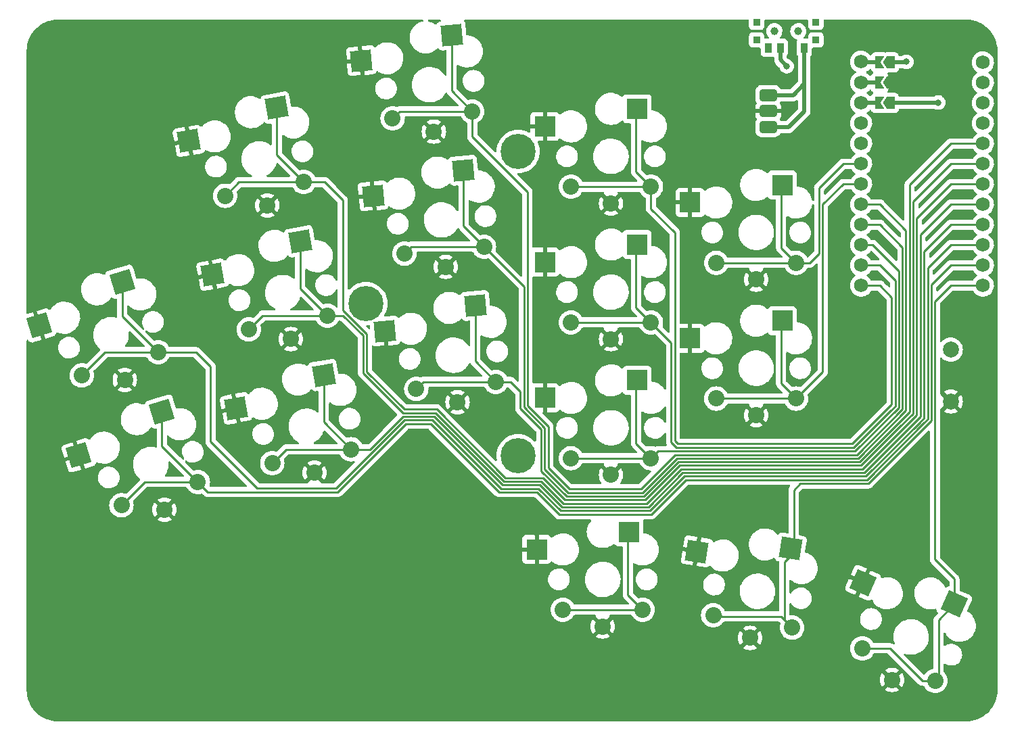
<source format=gtl>
%TF.GenerationSoftware,KiCad,Pcbnew,(6.0.4-0)*%
%TF.CreationDate,2022-07-25T11:59:58+02:00*%
%TF.ProjectId,battoota,62617474-6f6f-4746-912e-6b696361645f,v1.0.0*%
%TF.SameCoordinates,Original*%
%TF.FileFunction,Copper,L1,Top*%
%TF.FilePolarity,Positive*%
%FSLAX46Y46*%
G04 Gerber Fmt 4.6, Leading zero omitted, Abs format (unit mm)*
G04 Created by KiCad (PCBNEW (6.0.4-0)) date 2022-07-25 11:59:58*
%MOMM*%
%LPD*%
G01*
G04 APERTURE LIST*
G04 Aperture macros list*
%AMRoundRect*
0 Rectangle with rounded corners*
0 $1 Rounding radius*
0 $2 $3 $4 $5 $6 $7 $8 $9 X,Y pos of 4 corners*
0 Add a 4 corners polygon primitive as box body*
4,1,4,$2,$3,$4,$5,$6,$7,$8,$9,$2,$3,0*
0 Add four circle primitives for the rounded corners*
1,1,$1+$1,$2,$3*
1,1,$1+$1,$4,$5*
1,1,$1+$1,$6,$7*
1,1,$1+$1,$8,$9*
0 Add four rect primitives between the rounded corners*
20,1,$1+$1,$2,$3,$4,$5,0*
20,1,$1+$1,$4,$5,$6,$7,0*
20,1,$1+$1,$6,$7,$8,$9,0*
20,1,$1+$1,$8,$9,$2,$3,0*%
%AMRotRect*
0 Rectangle, with rotation*
0 The origin of the aperture is its center*
0 $1 length*
0 $2 width*
0 $3 Rotation angle, in degrees counterclockwise*
0 Add horizontal line*
21,1,$1,$2,0,0,$3*%
%AMFreePoly0*
4,1,6,0.500000,-0.750000,-0.650000,-0.750000,-0.150000,0.000000,-0.650000,0.750000,0.500000,0.750000,0.500000,-0.750000,0.500000,-0.750000,$1*%
%AMFreePoly1*
4,1,6,1.000000,0.000000,0.500000,-0.750000,-0.500000,-0.750000,-0.500000,0.750000,0.500000,0.750000,1.000000,0.000000,1.000000,0.000000,$1*%
G04 Aperture macros list end*
%TA.AperFunction,ComponentPad*%
%ADD10C,2.000000*%
%TD*%
%TA.AperFunction,SMDPad,CuDef*%
%ADD11RotRect,2.600000X2.600000X10.000000*%
%TD*%
%TA.AperFunction,ComponentPad*%
%ADD12C,2.032000*%
%TD*%
%TA.AperFunction,SMDPad,CuDef*%
%ADD13RotRect,2.600000X2.600000X5.000000*%
%TD*%
%TA.AperFunction,SMDPad,CuDef*%
%ADD14R,2.600000X2.600000*%
%TD*%
%TA.AperFunction,SMDPad,CuDef*%
%ADD15R,0.900000X0.900000*%
%TD*%
%TA.AperFunction,SMDPad,CuDef*%
%ADD16R,0.900000X1.250000*%
%TD*%
%TA.AperFunction,WasherPad*%
%ADD17C,1.000000*%
%TD*%
%TA.AperFunction,SMDPad,CuDef*%
%ADD18RotRect,2.600000X2.600000X336.000000*%
%TD*%
%TA.AperFunction,ComponentPad*%
%ADD19RoundRect,0.375000X-0.750000X0.375000X-0.750000X-0.375000X0.750000X-0.375000X0.750000X0.375000X0*%
%TD*%
%TA.AperFunction,SMDPad,CuDef*%
%ADD20RotRect,2.600000X2.600000X17.000000*%
%TD*%
%TA.AperFunction,SMDPad,CuDef*%
%ADD21RotRect,2.600000X2.600000X351.000000*%
%TD*%
%TA.AperFunction,ComponentPad*%
%ADD22C,1.752600*%
%TD*%
%TA.AperFunction,SMDPad,CuDef*%
%ADD23FreePoly0,180.000000*%
%TD*%
%TA.AperFunction,SMDPad,CuDef*%
%ADD24R,1.524000X0.500000*%
%TD*%
%TA.AperFunction,SMDPad,CuDef*%
%ADD25FreePoly1,180.000000*%
%TD*%
%TA.AperFunction,ComponentPad*%
%ADD26C,4.400000*%
%TD*%
%TA.AperFunction,ViaPad*%
%ADD27C,0.800000*%
%TD*%
%TA.AperFunction,Conductor*%
%ADD28C,0.250000*%
%TD*%
%TA.AperFunction,Conductor*%
%ADD29C,0.500000*%
%TD*%
G04 APERTURE END LIST*
D10*
%TO.P,B1,1*%
%TO.N,RST*%
X157969791Y80873254D03*
%TO.P,B1,2*%
%TO.N,GND*%
X157969791Y74373254D03*
%TD*%
D11*
%TO.P,S11,1*%
%TO.N,P3*%
X73579148Y111173370D03*
D12*
X67122934Y100134557D03*
X76971012Y101871038D03*
D11*
%TO.P,S11,2*%
%TO.N,GND*%
X62586644Y107001157D03*
D12*
X72411634Y98934701D03*
%TD*%
%TO.P,S15,1*%
%TO.N,P18*%
X89571861Y92892848D03*
D13*
X96965603Y103326959D03*
D12*
X99533808Y93764406D03*
%TO.P,S15,2*%
%TO.N,GND*%
X94735862Y91236618D03*
D13*
X85651297Y100128683D03*
%TD*%
D14*
%TO.P,S21,1*%
%TO.N,P16*%
X118699790Y94027253D03*
D12*
X120424791Y84277254D03*
X110424791Y84277254D03*
D14*
%TO.P,S21,2*%
%TO.N,GND*%
X107149790Y91827254D03*
D12*
X115424791Y82177254D03*
%TD*%
D15*
%TO.P,T1,*%
%TO.N,*%
X141068406Y119651838D03*
X133668406Y121851838D03*
X141068406Y121851838D03*
X133668406Y119651838D03*
D16*
%TO.P,T1,1*%
%TO.N,Braw*%
X139618406Y118676838D03*
%TO.P,T1,2*%
%TO.N,RAW*%
X136618406Y118676838D03*
%TO.P,T1,3*%
%TO.N,N/C*%
X135118406Y118676838D03*
%TD*%
D12*
%TO.P,S31,1*%
%TO.N,P21*%
X119400791Y48296254D03*
X109400791Y48296254D03*
D14*
X117675790Y58046253D03*
%TO.P,S31,2*%
%TO.N,GND*%
X106125790Y55846254D03*
D12*
X114400791Y46196254D03*
%TD*%
D17*
%TO.P,T2,*%
%TO.N,*%
X135868406Y120751838D03*
X138868406Y120751838D03*
%TD*%
D12*
%TO.P,S29,1*%
%TO.N,P20*%
X128599495Y91744491D03*
X138599495Y91744491D03*
D14*
X136874494Y101494490D03*
D12*
%TO.P,S29,2*%
%TO.N,GND*%
X133599495Y89644491D03*
D14*
X125324494Y99294491D03*
%TD*%
D18*
%TO.P,S33,1*%
%TO.N,P9*%
X158409002Y49001576D03*
D12*
X156019187Y39392888D03*
X146883732Y43460254D03*
%TO.P,S33,2*%
%TO.N,GND*%
X150597313Y39508126D03*
D18*
X146962732Y51689586D03*
%TD*%
D12*
%TO.P,S7,1*%
%TO.N,P5*%
X82875050Y68387574D03*
D11*
X79483186Y77689906D03*
D12*
X73026972Y66651093D03*
D11*
%TO.P,S7,2*%
%TO.N,GND*%
X68490682Y73517693D03*
D12*
X78315672Y65451237D03*
%TD*%
D19*
%TO.P,PAD1,1*%
%TO.N,Braw*%
X135109791Y108738254D03*
%TO.P,PAD1,2*%
%TO.N,GND*%
X135109791Y110738254D03*
%TO.P,PAD1,3*%
%TO.N,Braw*%
X135109791Y112738254D03*
%TD*%
D12*
%TO.P,S5,1*%
%TO.N,P6*%
X58734795Y80557863D03*
D20*
X54234545Y89377492D03*
D12*
X49171748Y77634146D03*
D20*
%TO.P,S5,2*%
%TO.N,GND*%
X43832442Y83896730D03*
D12*
X54567252Y77087765D03*
%TD*%
D14*
%TO.P,S27,1*%
%TO.N,P19*%
X136874494Y84494490D03*
D12*
X138599495Y74744491D03*
X128599495Y74744491D03*
%TO.P,S27,2*%
%TO.N,GND*%
X133599495Y72644491D03*
D14*
X125324494Y82294491D03*
%TD*%
D11*
%TO.P,S9,1*%
%TO.N,P4*%
X76531167Y94431638D03*
D12*
X79923031Y85129306D03*
X70074953Y83392825D03*
D11*
%TO.P,S9,2*%
%TO.N,GND*%
X65538663Y90259425D03*
D12*
X75363653Y82192969D03*
%TD*%
%TO.P,S13,1*%
%TO.N,P2*%
X91053509Y75957538D03*
D13*
X98447251Y86391649D03*
D12*
X101015456Y76829096D03*
%TO.P,S13,2*%
%TO.N,GND*%
X96217510Y74301308D03*
D13*
X87132945Y83193373D03*
%TD*%
%TO.P,S17,1*%
%TO.N,P15*%
X95483956Y120262269D03*
D12*
X98052161Y110699716D03*
X88090214Y109828158D03*
D13*
%TO.P,S17,2*%
%TO.N,GND*%
X84169650Y117063993D03*
D12*
X93254215Y108171928D03*
%TD*%
%TO.P,S31,1*%
%TO.N,P8*%
X138102377Y46061411D03*
X128225493Y47625756D03*
D21*
X137923849Y55961221D03*
%TO.P,S31,2*%
%TO.N,GND*%
X126171893Y55595126D03*
D12*
X132835423Y44769438D03*
%TD*%
D22*
%TO.P,MCU1,*%
%TO.N,*%
X161977213Y114302348D03*
D23*
X148993690Y114302348D03*
X148993690Y116842348D03*
D24*
X148068690Y111762348D03*
D22*
X161977213Y111762348D03*
X146737213Y111762348D03*
D24*
X148068690Y116842348D03*
D23*
X148993690Y111762348D03*
D24*
X148068690Y114302348D03*
D22*
X146737213Y116926094D03*
X161977213Y116842348D03*
X146737213Y114302348D03*
D25*
%TO.P,MCU1,1*%
%TO.N,RAW*%
X150443690Y116842348D03*
%TO.P,MCU1,2*%
%TO.N,GND*%
X150443690Y114302348D03*
%TO.P,MCU1,3*%
%TO.N,RST*%
X150443690Y111762348D03*
D22*
%TO.P,MCU1,4*%
%TO.N,N/C*%
X146737213Y109222348D03*
%TO.P,MCU1,5*%
%TO.N,P21*%
X146737213Y106682348D03*
%TO.P,MCU1,6*%
%TO.N,P20*%
X146737213Y104142348D03*
%TO.P,MCU1,7*%
%TO.N,P19*%
X146737213Y101602348D03*
%TO.P,MCU1,8*%
%TO.N,P18*%
X146737213Y99062348D03*
%TO.P,MCU1,9*%
%TO.N,P15*%
X146737213Y96522348D03*
%TO.P,MCU1,10*%
%TO.N,P14*%
X146737213Y93982348D03*
%TO.P,MCU1,11*%
%TO.N,P16*%
X146737213Y91442348D03*
%TO.P,MCU1,12*%
%TO.N,P10*%
X146737213Y88902348D03*
%TO.P,MCU1,16*%
%TO.N,N/C*%
X161977213Y109222348D03*
%TO.P,MCU1,17*%
%TO.N,P2*%
X161977213Y106682348D03*
%TO.P,MCU1,18*%
%TO.N,P3*%
X161977213Y104142348D03*
%TO.P,MCU1,19*%
%TO.N,P4*%
X161977213Y101602348D03*
%TO.P,MCU1,20*%
%TO.N,P5*%
X161977213Y99062348D03*
%TO.P,MCU1,21*%
%TO.N,P6*%
X161977213Y96522348D03*
%TO.P,MCU1,22*%
%TO.N,P7*%
X161977213Y93982348D03*
%TO.P,MCU1,23*%
%TO.N,P8*%
X161977213Y91442348D03*
%TO.P,MCU1,24*%
%TO.N,P9*%
X161977213Y88902348D03*
%TD*%
D12*
%TO.P,S3,1*%
%TO.N,P7*%
X54142067Y61376965D03*
D20*
X59204864Y73120311D03*
D12*
X63705114Y64300682D03*
%TO.P,S3,2*%
%TO.N,GND*%
X59537571Y60830584D03*
D20*
X48802761Y67639549D03*
%TD*%
D26*
%TO.P,REF\u002A\u002A,1*%
%TO.N,N/C*%
X84760924Y86640254D03*
X103810924Y67590254D03*
X103810924Y105690254D03*
%TD*%
D14*
%TO.P,S23,1*%
%TO.N,P10*%
X118699790Y111027253D03*
D12*
X120424791Y101277254D03*
X110424791Y101277254D03*
%TO.P,S23,2*%
%TO.N,GND*%
X115424791Y99177254D03*
D14*
X107149790Y108827254D03*
%TD*%
%TO.P,S19,1*%
%TO.N,P14*%
X118699790Y77027253D03*
D12*
X110424791Y67277254D03*
X120424791Y67277254D03*
D14*
%TO.P,S19,2*%
%TO.N,GND*%
X107149790Y74827254D03*
D12*
X115424791Y65177254D03*
%TD*%
D27*
%TO.N,GND*%
X154304587Y114350232D03*
%TO.N,RAW*%
X152400000Y116912949D03*
X137420433Y116364539D03*
%TO.N,RST*%
X156389782Y111806152D03*
%TD*%
D28*
%TO.N,P9*%
X161977213Y88902348D02*
X157969791Y88902348D01*
X157969791Y88902348D02*
X155976934Y86909491D01*
X155976934Y86909491D02*
X155976934Y54597111D01*
X155976934Y54597111D02*
X158409002Y52165043D01*
X158409002Y52165043D02*
X158409002Y49001576D01*
%TO.N,P6*%
X154628374Y72346105D02*
X154048157Y71765888D01*
X147293059Y65010791D02*
X124592826Y65010791D01*
X58734795Y80557863D02*
X52095465Y80557863D01*
X54234545Y89377494D02*
X54234545Y85058113D01*
X52095465Y80557863D02*
X49171748Y77634146D01*
X71120000Y63500000D02*
X65297412Y69322588D01*
X54234545Y85058113D02*
X58734795Y80557863D01*
X154048157Y71765888D02*
X147293059Y65010791D01*
X101640989Y63467774D02*
X93071241Y72037521D01*
X157969791Y96522348D02*
X154628374Y93180931D01*
X93071241Y72037521D02*
X89562066Y72037521D01*
X154628374Y93180931D02*
X154628374Y72346105D01*
X124592826Y65010791D02*
X120284168Y60702134D01*
X89562066Y72037521D02*
X81024544Y63500000D01*
X106339988Y63467774D02*
X101640989Y63467774D01*
X109105628Y60702134D02*
X106339988Y63467774D01*
X120284168Y60702134D02*
X109105628Y60702134D01*
X154628374Y72346106D02*
X154048157Y71765888D01*
X63479549Y80557863D02*
X58734795Y80557863D01*
X65297412Y78740000D02*
X63479549Y80557863D01*
X161977213Y96522348D02*
X157969791Y96522348D01*
X65297412Y69322588D02*
X65297412Y78740000D01*
X81024544Y63500000D02*
X71120000Y63500000D01*
D29*
%TO.N,GND*%
X154256703Y114302348D02*
X150443690Y114302348D01*
X154304587Y114350232D02*
X154256703Y114302348D01*
D28*
%TO.N,P5*%
X154159791Y95252348D02*
X157969791Y99062348D01*
X101827187Y63917294D02*
X106526186Y63917294D01*
X109291826Y61151654D02*
X120097971Y61151654D01*
X93257440Y72487041D02*
X101827187Y63917294D01*
X124406628Y65460311D02*
X147106862Y65460311D01*
X106526186Y63917294D02*
X109291826Y61151654D01*
X154159791Y79528254D02*
X154159791Y95252348D01*
X79483187Y71779437D02*
X82875050Y68387574D01*
X157969791Y99062348D02*
X161977213Y99062348D01*
X85276400Y68387574D02*
X89375869Y72487041D01*
X82875050Y68387574D02*
X74763453Y68387574D01*
X79483187Y77689907D02*
X79483187Y71779437D01*
X74763453Y68387574D02*
X73026972Y66651093D01*
X82875050Y68387574D02*
X85276400Y68387574D01*
X154178854Y79509191D02*
X154159791Y79528254D01*
X147106862Y65460311D02*
X154178854Y72532303D01*
X120097971Y61151654D02*
X124406628Y65460311D01*
X89375869Y72487041D02*
X93257440Y72487041D01*
X154178854Y72532303D02*
X154178854Y79509191D01*
%TO.N,P4*%
X76531168Y88521169D02*
X79923031Y85129306D01*
X153698572Y97331129D02*
X153698572Y72687741D01*
X153698572Y72687741D02*
X146920664Y65909831D01*
X76531168Y94431639D02*
X76531168Y88521169D01*
X106712384Y64366814D02*
X102013385Y64366814D01*
X146920664Y65909831D02*
X124220428Y65909831D01*
X102013385Y64366814D02*
X93443638Y72936561D01*
X157969791Y101602348D02*
X153698572Y97331129D01*
X119911770Y61601174D02*
X109478024Y61601174D01*
X79923031Y85129306D02*
X71811434Y85129306D01*
X93443638Y72936561D02*
X89382986Y72936561D01*
X84386480Y77933067D02*
X84386480Y82617802D01*
X109478024Y61601174D02*
X106712384Y64366814D01*
X124220428Y65909831D02*
X119911770Y61601174D01*
X84386480Y82617802D02*
X81874976Y85129306D01*
X71811434Y85129306D02*
X70074953Y83392825D01*
X161977213Y101602348D02*
X157969791Y101602348D01*
X81874976Y85129306D02*
X79923031Y85129306D01*
X89382986Y72936561D02*
X84386480Y77933067D01*
%TO.N,P3*%
X68859415Y101871038D02*
X67122934Y100134557D01*
X102199583Y64816334D02*
X106898581Y64816334D01*
X161977213Y104142348D02*
X157969791Y104142348D01*
X157969791Y104142348D02*
X153249052Y99421609D01*
X106898581Y64816334D02*
X109664221Y62050694D01*
X153249052Y72873939D02*
X151570580Y71195465D01*
X73579149Y111173371D02*
X73579149Y105262901D01*
X146734466Y66359351D02*
X151570580Y71195465D01*
X79561162Y101871038D02*
X81858703Y99573497D01*
X76971012Y101871038D02*
X79561162Y101871038D01*
X81858703Y85781297D02*
X84836000Y82804000D01*
X151570580Y71195465D02*
X153249052Y72873938D01*
X84836000Y82804000D02*
X84836000Y78119265D01*
X76971012Y101871038D02*
X68859415Y101871038D01*
X109664221Y62050694D02*
X119725573Y62050694D01*
X93629836Y73386081D02*
X102199583Y64816334D01*
X124034230Y66359351D02*
X146734466Y66359351D01*
X81858703Y99573497D02*
X81858703Y85781297D01*
X73579149Y105262901D02*
X76971012Y101871038D01*
X119725573Y62050694D02*
X124034230Y66359351D01*
X89569184Y73386081D02*
X93629836Y73386081D01*
X153249052Y99421609D02*
X153249052Y72873939D01*
X84836000Y78119265D02*
X89569184Y73386081D01*
%TO.N,P2*%
X106680000Y70883507D02*
X104079160Y73484347D01*
X119539376Y62500214D02*
X109850419Y62500214D01*
X109850419Y62500214D02*
X106680000Y65670633D01*
X91925067Y76829096D02*
X91053509Y75957538D01*
X123848033Y66808871D02*
X119539376Y62500214D01*
X152799532Y73060135D02*
X146548268Y66808871D01*
X146548268Y66808871D02*
X123848033Y66808871D01*
X101015456Y76829096D02*
X98447252Y79397300D01*
X104079160Y73484347D02*
X104079160Y75594064D01*
X98447252Y79397300D02*
X98447252Y86391651D01*
X161977213Y106682348D02*
X157969791Y106682348D01*
X102844128Y76829096D02*
X101015456Y76829096D01*
X104079160Y75594064D02*
X102844128Y76829096D01*
X157969791Y106682348D02*
X152799532Y101512089D01*
X152799532Y101512089D02*
X152799532Y73060135D01*
X106680000Y65670633D02*
X106680000Y70883507D01*
X101015456Y76829096D02*
X91925067Y76829096D01*
%TO.N,P18*%
X104528680Y88769534D02*
X99533808Y93764406D01*
X146362070Y67258391D02*
X123661837Y67258391D01*
X152350012Y73246333D02*
X146362070Y67258391D01*
X104528680Y73670546D02*
X104528680Y88769534D01*
X146737213Y99062348D02*
X149079791Y99062348D01*
X119353179Y62949734D02*
X110036619Y62949734D01*
X99533808Y93764406D02*
X90443419Y93764406D01*
X96965604Y96332610D02*
X99533808Y93764406D01*
X149079791Y99062348D02*
X152350012Y95792127D01*
X107129520Y65856833D02*
X107129520Y71069704D01*
X110036619Y62949734D02*
X107129520Y65856833D01*
X152350012Y95792127D02*
X152350012Y73246333D01*
X123661837Y67258391D02*
X119353179Y62949734D01*
X107129520Y71069704D02*
X104528680Y73670546D01*
X96965604Y103326961D02*
X96965604Y96332610D01*
X90443419Y93764406D02*
X89571861Y92892848D01*
%TO.N,P15*%
X104978200Y73856744D02*
X104978200Y100615750D01*
X107579040Y71255902D02*
X104978200Y73856744D01*
X110222817Y63399254D02*
X107579040Y66043031D01*
X95483957Y120262271D02*
X95483957Y113267920D01*
X146737213Y96522348D02*
X149079791Y96522348D01*
X104978200Y100615750D02*
X98052161Y107541789D01*
X149079791Y96522348D02*
X151900492Y93701647D01*
X146175872Y67707911D02*
X123475639Y67707911D01*
X88961772Y110699716D02*
X88090214Y109828158D01*
X119166982Y63399254D02*
X110222817Y63399254D01*
X123475639Y67707911D02*
X119166982Y63399254D01*
X98052161Y110699716D02*
X88961772Y110699716D01*
X107579040Y66043031D02*
X107579040Y71255902D01*
X98052161Y107541789D02*
X98052161Y110699716D01*
X95483957Y113267920D02*
X98052161Y110699716D01*
X151900492Y93701647D02*
X151900492Y73432531D01*
X151900492Y73432531D02*
X146175872Y67707911D01*
%TO.N,P14*%
X151450972Y90722167D02*
X151450972Y73618729D01*
X120424791Y67277254D02*
X110424791Y67277254D01*
X118550270Y76877733D02*
X118550270Y69151775D01*
X145989674Y68157431D02*
X121304968Y68157431D01*
X148190791Y93982348D02*
X151450972Y90722167D01*
X118550270Y69151775D02*
X120424791Y67277254D01*
X151450972Y73618729D02*
X145989674Y68157431D01*
X146737213Y93982348D02*
X148190791Y93982348D01*
X121304968Y68157431D02*
X120424791Y67277254D01*
X118699791Y77027254D02*
X118550270Y76877733D01*
%TO.N,P16*%
X118550270Y86151775D02*
X120424791Y84277254D01*
X146737213Y91442348D02*
X149079791Y91442348D01*
X110424791Y84277254D02*
X120424791Y84277254D01*
X122966194Y81735851D02*
X122966194Y69259780D01*
X118550270Y93877733D02*
X118550270Y86151775D01*
X151001452Y73804927D02*
X150489285Y73292760D01*
X120424791Y84277254D02*
X122966194Y81735851D01*
X150489285Y73292760D02*
X151001452Y73804926D01*
X151001452Y89520687D02*
X151001452Y73804927D01*
X123607665Y68618310D02*
X145814835Y68618310D01*
X149079791Y91442348D02*
X151001452Y89520687D01*
X145814835Y68618310D02*
X150489285Y73292760D01*
X118699791Y94027254D02*
X118550270Y93877733D01*
X122966194Y69259780D02*
X123607665Y68618310D01*
%TO.N,P10*%
X150551932Y73991124D02*
X145628638Y69067830D01*
X123793862Y69067830D02*
X123415714Y69445978D01*
X150551932Y87430207D02*
X150551932Y73991124D01*
X123415714Y69445978D02*
X123415714Y95540331D01*
X146737213Y88902348D02*
X149079791Y88902348D01*
X145628638Y69067830D02*
X123793862Y69067830D01*
X118550270Y110877733D02*
X118550270Y103151775D01*
X120424791Y98531254D02*
X120424791Y101277254D01*
X149079791Y88902348D02*
X150551932Y87430207D01*
X120424791Y101277254D02*
X110424791Y101277254D01*
X118699791Y111027254D02*
X118550270Y110877733D01*
X123415714Y95540331D02*
X120424791Y98531254D01*
X118550270Y103151775D02*
X120424791Y101277254D01*
%TO.N,P19*%
X136724974Y76619012D02*
X136724974Y84344970D01*
X141922106Y78067102D02*
X141922106Y99040569D01*
X144483885Y101602348D02*
X146737213Y101602348D01*
X141922106Y99040569D02*
X144483885Y101602348D01*
X138599495Y74744491D02*
X136724974Y76619012D01*
X136724974Y84344970D02*
X136874495Y84494491D01*
X128599495Y74744491D02*
X138599495Y74744491D01*
X138599495Y74744491D02*
X141922106Y78067102D01*
%TO.N,P20*%
X136724974Y93619012D02*
X136724974Y101344970D01*
X144483885Y104142348D02*
X146737213Y104142348D01*
X136724974Y101344970D02*
X136874495Y101494491D01*
X138599495Y91744491D02*
X136724974Y93619012D01*
X138599495Y91744491D02*
X140309764Y91744491D01*
X140309764Y91744491D02*
X141472586Y92907313D01*
X141472586Y92907313D02*
X141472586Y101131049D01*
X141472586Y101131049D02*
X144483885Y104142348D01*
X128599495Y91744491D02*
X138599495Y91744491D01*
%TO.N,P21*%
X119400791Y48296254D02*
X109400791Y48296254D01*
X117675790Y58046253D02*
X117526270Y57896733D01*
X117526270Y57896733D02*
X117526270Y50170775D01*
X117526270Y50170775D02*
X119400791Y48296254D01*
%TO.N,P7*%
X157969791Y93982348D02*
X155077894Y91090451D01*
X89748263Y71588001D02*
X81210741Y63050480D01*
X59204864Y68800932D02*
X63705114Y64300682D01*
X120470365Y60252614D02*
X108919431Y60252614D01*
X64955316Y63050480D02*
X63705114Y64300682D01*
X155077894Y72159908D02*
X154620015Y71702030D01*
X81210741Y63050480D02*
X64955316Y63050480D01*
X92885044Y71588001D02*
X89748263Y71588001D01*
X155077894Y72159909D02*
X154620015Y71702030D01*
X101454791Y63018254D02*
X92885044Y71588001D01*
X154620015Y71702030D02*
X147479256Y64561271D01*
X161977213Y93982348D02*
X157969791Y93982348D01*
X63705114Y64300682D02*
X57065784Y64300682D01*
X147479256Y64561271D02*
X124779023Y64561271D01*
X155077894Y91090451D02*
X155077894Y72159909D01*
X108919431Y60252614D02*
X106153791Y63018254D01*
X57065784Y64300682D02*
X54142067Y61376965D01*
X106153791Y63018254D02*
X101454791Y63018254D01*
X124779023Y64561271D02*
X120470365Y60252614D01*
X59204864Y73120313D02*
X59204864Y68800932D01*
%TO.N,P8*%
X155527414Y71973710D02*
X155191874Y71638171D01*
X161977213Y91442348D02*
X157969791Y91442348D01*
X136725744Y47438044D02*
X129302205Y47438044D01*
X137133791Y54282161D02*
X137133791Y47029997D01*
X139124288Y64111751D02*
X138312849Y63300312D01*
X155191874Y71638171D02*
X147665453Y64111751D01*
X155527414Y71973711D02*
X155191874Y71638171D01*
X147665453Y64111751D02*
X139124288Y64111751D01*
X138011059Y55159429D02*
X137133791Y54282161D01*
X129302205Y47438044D02*
X129114494Y47625755D01*
X155527414Y88999971D02*
X155527414Y71973711D01*
X137133791Y47029997D02*
X138102377Y46061411D01*
X138312849Y63300312D02*
X138312849Y55961221D01*
X138102377Y46061411D02*
X136725744Y47438044D01*
X157969791Y91442348D02*
X155527414Y88999971D01*
%TO.N,P9*%
X158409003Y49001577D02*
X156437791Y47030365D01*
X154409157Y39392888D02*
X150341791Y43460254D01*
X150341791Y43460254D02*
X147772733Y43460254D01*
X156437791Y47030365D02*
X156437791Y39392888D01*
X156437791Y39392888D02*
X154409157Y39392888D01*
D29*
%TO.N,RAW*%
X152372041Y116884990D02*
X150419502Y116884990D01*
X136618406Y117166566D02*
X137420433Y116364539D01*
X152400000Y116912949D02*
X152372041Y116884990D01*
X136618406Y118676838D02*
X136618406Y117166566D01*
%TO.N,RST*%
X150466332Y111784990D02*
X150443690Y111762348D01*
X156389782Y111806152D02*
X156368620Y111784990D01*
X156368620Y111784990D02*
X150466332Y111784990D01*
%TO.N,Braw*%
X138231091Y112738254D02*
X135109791Y112738254D01*
X137649791Y108738254D02*
X135109791Y108738254D01*
X139618406Y110706869D02*
X137649791Y108738254D01*
X139618406Y114125569D02*
X138231091Y112738254D01*
X139618406Y118676838D02*
X139618406Y114125569D01*
X139618406Y118676838D02*
X139618406Y110706869D01*
%TD*%
%TA.AperFunction,Conductor*%
%TO.N,GND*%
G36*
X69948197Y122202020D02*
G01*
X91828332Y122201468D01*
X91896452Y122181464D01*
X91942944Y122127807D01*
X91953046Y122057533D01*
X91923551Y121992953D01*
X91863824Y121954571D01*
X91854533Y121952223D01*
X91666449Y121912244D01*
X91662320Y121910741D01*
X91662316Y121910740D01*
X91406638Y121817681D01*
X91406634Y121817679D01*
X91402493Y121816172D01*
X91154477Y121684299D01*
X91150918Y121681713D01*
X91150916Y121681712D01*
X91021986Y121588039D01*
X90927227Y121519193D01*
X90725167Y121324066D01*
X90552231Y121102717D01*
X90550035Y121098913D01*
X90550030Y121098906D01*
X90436848Y120902867D01*
X90411783Y120859454D01*
X90306557Y120599011D01*
X90305492Y120594738D01*
X90305491Y120594736D01*
X90240314Y120333324D01*
X90238602Y120326459D01*
X90238143Y120322091D01*
X90238142Y120322086D01*
X90209831Y120052715D01*
X90209241Y120047102D01*
X90209394Y120042714D01*
X90209394Y120042708D01*
X90217842Y119800809D01*
X90219044Y119766377D01*
X90219806Y119762054D01*
X90219807Y119762047D01*
X90232838Y119688147D01*
X90267821Y119489748D01*
X90354622Y119222600D01*
X90356550Y119218647D01*
X90356552Y119218642D01*
X90411732Y119105507D01*
X90477759Y118970133D01*
X90480214Y118966494D01*
X90480217Y118966488D01*
X90494917Y118944695D01*
X90634834Y118737259D01*
X90637779Y118733988D01*
X90637780Y118733987D01*
X90669438Y118698827D01*
X90822790Y118528513D01*
X91037969Y118347956D01*
X91276183Y118199104D01*
X91409903Y118139568D01*
X91522530Y118089423D01*
X91532794Y118084853D01*
X91549297Y118080121D01*
X91763771Y118018622D01*
X91802809Y118007428D01*
X91807159Y118006817D01*
X91807162Y118006816D01*
X91880388Y117996525D01*
X92080971Y117968335D01*
X92291565Y117968335D01*
X92293751Y117968488D01*
X92293755Y117968488D01*
X92497246Y117982717D01*
X92497251Y117982718D01*
X92501631Y117983024D01*
X92776389Y118041426D01*
X92780518Y118042929D01*
X92780522Y118042930D01*
X93036200Y118135989D01*
X93036204Y118135991D01*
X93040345Y118137498D01*
X93288361Y118269371D01*
X93302680Y118279774D01*
X93512048Y118431888D01*
X93512051Y118431891D01*
X93515611Y118434477D01*
X93524834Y118443383D01*
X93680952Y118594145D01*
X93743849Y118627077D01*
X93814565Y118620777D01*
X93872213Y118574299D01*
X93874807Y118568874D01*
X93880794Y118562190D01*
X93965997Y118467061D01*
X93966000Y118467059D01*
X93971987Y118460374D01*
X94095713Y118383511D01*
X94236039Y118344463D01*
X94243940Y118344297D01*
X94243943Y118344297D01*
X94295161Y118343224D01*
X94295170Y118343224D01*
X94298573Y118343153D01*
X94713477Y118379453D01*
X94783080Y118365464D01*
X94834072Y118316065D01*
X94850457Y118253932D01*
X94850457Y115312226D01*
X94830455Y115244105D01*
X94776799Y115197612D01*
X94706525Y115187508D01*
X94641945Y115217002D01*
X94621751Y115239237D01*
X94468977Y115454212D01*
X94468972Y115454218D01*
X94466553Y115457622D01*
X94463709Y115460672D01*
X94463704Y115460678D01*
X94267996Y115670549D01*
X94265150Y115673601D01*
X94036951Y115861045D01*
X93785967Y116016662D01*
X93780238Y116019237D01*
X93638352Y116083003D01*
X93516606Y116137718D01*
X93240327Y116220080D01*
X93237600Y116220893D01*
X93237598Y116220893D01*
X93233601Y116222085D01*
X93229481Y116222738D01*
X93229479Y116222738D01*
X92945404Y116267732D01*
X92945398Y116267733D01*
X92941923Y116268283D01*
X92917364Y116269398D01*
X92850979Y116272413D01*
X92850958Y116272413D01*
X92849559Y116272477D01*
X92665095Y116272477D01*
X92445332Y116257880D01*
X92441233Y116257054D01*
X92441229Y116257053D01*
X92298635Y116228301D01*
X92155845Y116199510D01*
X91876621Y116103365D01*
X91835959Y116083003D01*
X91656193Y115992983D01*
X91612565Y115971136D01*
X91368318Y115805145D01*
X91365204Y115802361D01*
X91365203Y115802360D01*
X91306667Y115750023D01*
X91148169Y115608309D01*
X91145452Y115605139D01*
X91145451Y115605138D01*
X90961885Y115390968D01*
X90955987Y115384087D01*
X90953713Y115380585D01*
X90953709Y115380580D01*
X90797426Y115139926D01*
X90795147Y115136416D01*
X90793353Y115132638D01*
X90793352Y115132636D01*
X90789944Y115125459D01*
X90668477Y114869649D01*
X90667198Y114865666D01*
X90667197Y114865663D01*
X90581384Y114598387D01*
X90578201Y114588473D01*
X90573568Y114562723D01*
X90527323Y114305701D01*
X90525906Y114297827D01*
X90525717Y114293660D01*
X90525716Y114293653D01*
X90513088Y114015546D01*
X90512510Y114002818D01*
X90512873Y113998670D01*
X90512873Y113998666D01*
X90527345Y113833253D01*
X90538248Y113708628D01*
X90539158Y113704556D01*
X90539159Y113704551D01*
X90601592Y113425242D01*
X90602668Y113420427D01*
X90604111Y113416504D01*
X90604112Y113416502D01*
X90608766Y113403852D01*
X90704640Y113143278D01*
X90706587Y113139585D01*
X90706588Y113139583D01*
X90780118Y113000121D01*
X90842370Y112882050D01*
X90875534Y112835384D01*
X91011015Y112644742D01*
X91011020Y112644736D01*
X91013439Y112641332D01*
X91016283Y112638282D01*
X91016288Y112638276D01*
X91199374Y112441940D01*
X91214842Y112425353D01*
X91443041Y112237909D01*
X91694025Y112082292D01*
X91697842Y112080576D01*
X91697845Y112080575D01*
X91763061Y112051266D01*
X91963386Y111961236D01*
X92055895Y111933658D01*
X92237851Y111879415D01*
X92246391Y111876869D01*
X92250511Y111876216D01*
X92250513Y111876216D01*
X92534588Y111831222D01*
X92534594Y111831221D01*
X92538069Y111830671D01*
X92562628Y111829556D01*
X92629013Y111826541D01*
X92629034Y111826541D01*
X92630433Y111826477D01*
X92814897Y111826477D01*
X93034660Y111841074D01*
X93038759Y111841900D01*
X93038763Y111841901D01*
X93181357Y111870653D01*
X93324147Y111899444D01*
X93603371Y111995589D01*
X93773085Y112080575D01*
X93863691Y112125947D01*
X93863693Y112125948D01*
X93867427Y112127818D01*
X94111674Y112293809D01*
X94120178Y112301412D01*
X94320037Y112480107D01*
X94331823Y112490645D01*
X94357710Y112520848D01*
X94521285Y112711693D01*
X94521288Y112711697D01*
X94524005Y112714867D01*
X94526279Y112718369D01*
X94526283Y112718374D01*
X94682566Y112959028D01*
X94682569Y112959033D01*
X94684845Y112962538D01*
X94690699Y112974868D01*
X94737986Y113027824D01*
X94806398Y113046809D01*
X94874213Y113025794D01*
X94916285Y112973859D01*
X94917669Y112974620D01*
X94921485Y112967679D01*
X94924405Y112960303D01*
X94929066Y112953888D01*
X94950394Y112924532D01*
X94956908Y112914615D01*
X94979415Y112876558D01*
X94993736Y112862237D01*
X95006576Y112847204D01*
X95018485Y112830813D01*
X95024591Y112825762D01*
X95052562Y112802622D01*
X95061341Y112794632D01*
X96307661Y111548311D01*
X96341687Y111485999D01*
X96336622Y111415183D01*
X96294075Y111358348D01*
X96227555Y111333537D01*
X96218566Y111333216D01*
X89040539Y111333216D01*
X89029356Y111333743D01*
X89021863Y111335418D01*
X89013937Y111335169D01*
X89013936Y111335169D01*
X88953786Y111333278D01*
X88949827Y111333216D01*
X88921916Y111333216D01*
X88917982Y111332719D01*
X88917981Y111332719D01*
X88917916Y111332711D01*
X88906079Y111331778D01*
X88874262Y111330778D01*
X88869801Y111330638D01*
X88861882Y111330389D01*
X88844226Y111325260D01*
X88842430Y111324738D01*
X88823078Y111320730D01*
X88816007Y111319836D01*
X88802975Y111318190D01*
X88795606Y111315273D01*
X88795604Y111315272D01*
X88761869Y111301916D01*
X88750641Y111298071D01*
X88708179Y111285734D01*
X88701356Y111281699D01*
X88701352Y111281697D01*
X88699282Y111280473D01*
X88697448Y111280008D01*
X88694082Y111278551D01*
X88693847Y111279094D01*
X88630466Y111263015D01*
X88586929Y111272519D01*
X88567340Y111280633D01*
X88567338Y111280634D01*
X88562767Y111282527D01*
X88557963Y111283680D01*
X88557958Y111283682D01*
X88334249Y111337390D01*
X88334243Y111337391D01*
X88329436Y111338545D01*
X88090214Y111357372D01*
X87850992Y111338545D01*
X87846185Y111337391D01*
X87846179Y111337390D01*
X87699251Y111302115D01*
X87617661Y111282527D01*
X87613090Y111280634D01*
X87613088Y111280633D01*
X87400537Y111192592D01*
X87400535Y111192591D01*
X87395965Y111190698D01*
X87191365Y111065318D01*
X87187598Y111062101D01*
X87187597Y111062100D01*
X87056255Y110949924D01*
X87008896Y110909476D01*
X87005683Y110905714D01*
X86908015Y110791358D01*
X86853054Y110727007D01*
X86727674Y110522407D01*
X86725781Y110517837D01*
X86725780Y110517835D01*
X86662602Y110365308D01*
X86635845Y110300711D01*
X86627163Y110264546D01*
X86580982Y110072193D01*
X86580981Y110072187D01*
X86579827Y110067380D01*
X86561000Y109828158D01*
X86579827Y109588936D01*
X86580981Y109584129D01*
X86580982Y109584123D01*
X86609396Y109465774D01*
X86635845Y109355605D01*
X86637738Y109351034D01*
X86637739Y109351032D01*
X86723041Y109145095D01*
X86727674Y109133909D01*
X86853054Y108929309D01*
X86856271Y108925542D01*
X86856272Y108925541D01*
X86957671Y108806817D01*
X87008896Y108746840D01*
X87012658Y108743627D01*
X87185127Y108596326D01*
X87191365Y108590998D01*
X87395965Y108465618D01*
X87400535Y108463725D01*
X87400537Y108463724D01*
X87613088Y108375683D01*
X87617661Y108373789D01*
X87689312Y108356587D01*
X87846179Y108318926D01*
X87846185Y108318925D01*
X87850992Y108317771D01*
X88090214Y108298944D01*
X88329436Y108317771D01*
X88334243Y108318925D01*
X88334249Y108318926D01*
X88491116Y108356587D01*
X88562767Y108373789D01*
X88567340Y108375683D01*
X88779891Y108463724D01*
X88779893Y108463725D01*
X88784463Y108465618D01*
X88989063Y108590998D01*
X88995302Y108596326D01*
X89167770Y108743627D01*
X89171532Y108746840D01*
X89222757Y108806817D01*
X89324156Y108925541D01*
X89324157Y108925542D01*
X89327374Y108929309D01*
X89452754Y109133909D01*
X89457388Y109145095D01*
X89542689Y109351032D01*
X89542690Y109351034D01*
X89544583Y109355605D01*
X89559004Y109415675D01*
X92374672Y109415675D01*
X92378456Y109406897D01*
X93241403Y108543950D01*
X93255347Y108536336D01*
X93257180Y108536467D01*
X93263795Y108540718D01*
X94126931Y109403854D01*
X94133691Y109416234D01*
X94127964Y109423884D01*
X93952456Y109531435D01*
X93943662Y109535916D01*
X93731186Y109623926D01*
X93721801Y109626975D01*
X93498171Y109680665D01*
X93488424Y109682208D01*
X93259145Y109700253D01*
X93249285Y109700253D01*
X93020006Y109682208D01*
X93010259Y109680665D01*
X92786629Y109626975D01*
X92777244Y109623926D01*
X92564768Y109535916D01*
X92555974Y109531435D01*
X92384132Y109426131D01*
X92374672Y109415675D01*
X89559004Y109415675D01*
X89571032Y109465774D01*
X89599446Y109584123D01*
X89599447Y109584129D01*
X89600601Y109588936D01*
X89619428Y109828158D01*
X89611387Y109930330D01*
X89625983Y109999810D01*
X89675826Y110050370D01*
X89736999Y110066216D01*
X96581891Y110066216D01*
X96650012Y110046214D01*
X96687870Y110004394D01*
X96689621Y110005467D01*
X96815001Y109800867D01*
X96970843Y109618398D01*
X96974605Y109615185D01*
X97123575Y109487954D01*
X97153312Y109462556D01*
X97268231Y109392133D01*
X97357912Y109337176D01*
X97356731Y109335248D01*
X97401517Y109292900D01*
X97418661Y109229446D01*
X97418661Y107620556D01*
X97418134Y107609373D01*
X97416459Y107601880D01*
X97416708Y107593954D01*
X97416708Y107593953D01*
X97418599Y107533803D01*
X97418661Y107529844D01*
X97418661Y107501933D01*
X97419158Y107497999D01*
X97419158Y107497998D01*
X97419166Y107497933D01*
X97420099Y107486096D01*
X97421488Y107441900D01*
X97427139Y107422450D01*
X97431148Y107403089D01*
X97433687Y107382992D01*
X97436606Y107375621D01*
X97436606Y107375619D01*
X97449965Y107341877D01*
X97453810Y107330647D01*
X97463342Y107297836D01*
X97466143Y107288196D01*
X97470176Y107281377D01*
X97470178Y107281372D01*
X97476454Y107270761D01*
X97485149Y107253013D01*
X97492609Y107234172D01*
X97497271Y107227756D01*
X97497271Y107227755D01*
X97518597Y107198402D01*
X97525113Y107188482D01*
X97542121Y107159724D01*
X97547619Y107150427D01*
X97561940Y107136106D01*
X97574780Y107121073D01*
X97586689Y107104682D01*
X97592795Y107099631D01*
X97620766Y107076491D01*
X97629545Y107068501D01*
X104307795Y100390251D01*
X104341821Y100327939D01*
X104344700Y100301156D01*
X104344700Y90153608D01*
X104324698Y90085487D01*
X104271042Y90038994D01*
X104200768Y90028890D01*
X104136188Y90058384D01*
X104129605Y90064513D01*
X102615951Y91578168D01*
X101021398Y93172721D01*
X100987372Y93235033D01*
X100990213Y93291364D01*
X100988177Y93291853D01*
X101043040Y93520371D01*
X101043041Y93520377D01*
X101044195Y93525184D01*
X101063022Y93764406D01*
X101044195Y94003628D01*
X101043041Y94008435D01*
X101043040Y94008441D01*
X101000575Y94185316D01*
X100988177Y94236959D01*
X100986191Y94241753D01*
X100898242Y94454083D01*
X100898241Y94454085D01*
X100896348Y94458655D01*
X100770968Y94663255D01*
X100764487Y94670844D01*
X100618339Y94841962D01*
X100615126Y94845724D01*
X100533497Y94915441D01*
X100436425Y94998348D01*
X100436424Y94998349D01*
X100432657Y95001566D01*
X100228057Y95126946D01*
X100223487Y95128839D01*
X100223485Y95128840D01*
X100010934Y95216881D01*
X100010932Y95216882D01*
X100006361Y95218775D01*
X99914233Y95240893D01*
X99777843Y95273638D01*
X99777837Y95273639D01*
X99773030Y95274793D01*
X99533808Y95293620D01*
X99294586Y95274793D01*
X99289779Y95273639D01*
X99289773Y95273638D01*
X99061255Y95218775D01*
X99060721Y95220998D01*
X98999230Y95219219D01*
X98942122Y95251996D01*
X98298616Y95895503D01*
X97636009Y96558110D01*
X97601983Y96620422D01*
X97599104Y96647205D01*
X97599104Y97657792D01*
X98337914Y97657792D01*
X98338114Y97652462D01*
X98338114Y97652461D01*
X98340093Y97599738D01*
X98346568Y97427256D01*
X98393942Y97201474D01*
X98395900Y97196515D01*
X98395901Y97196513D01*
X98429840Y97110576D01*
X98478681Y96986902D01*
X98548398Y96872011D01*
X98591442Y96801078D01*
X98598361Y96789675D01*
X98601858Y96785645D01*
X98741498Y96624724D01*
X98749561Y96615432D01*
X98774461Y96595015D01*
X98923829Y96472540D01*
X98923835Y96472536D01*
X98927957Y96469156D01*
X99128449Y96355030D01*
X99133465Y96353209D01*
X99133470Y96353207D01*
X99340289Y96278135D01*
X99340293Y96278134D01*
X99345304Y96276315D01*
X99350553Y96275366D01*
X99350556Y96275365D01*
X99568237Y96236002D01*
X99568244Y96236001D01*
X99572321Y96235264D01*
X99590058Y96234428D01*
X99595006Y96234194D01*
X99595013Y96234194D01*
X99596494Y96234124D01*
X99758639Y96234124D01*
X99825595Y96239805D01*
X99925276Y96248263D01*
X99925280Y96248264D01*
X99930587Y96248714D01*
X99935742Y96250052D01*
X99935748Y96250053D01*
X100148717Y96305329D01*
X100148721Y96305330D01*
X100153886Y96306671D01*
X100158752Y96308863D01*
X100158755Y96308864D01*
X100359363Y96399231D01*
X100364229Y96401423D01*
X100368649Y96404399D01*
X100368653Y96404401D01*
X100494600Y96489195D01*
X100555599Y96530262D01*
X100722526Y96689502D01*
X100792079Y96782985D01*
X100857051Y96870310D01*
X100857053Y96870313D01*
X100860235Y96874590D01*
X100915019Y96982341D01*
X100962372Y97075478D01*
X100962372Y97075479D01*
X100964791Y97080236D01*
X101014844Y97241432D01*
X101031619Y97295454D01*
X101031620Y97295460D01*
X101033203Y97300557D01*
X101057846Y97486491D01*
X101062814Y97523971D01*
X101062814Y97523976D01*
X101063514Y97529256D01*
X101054860Y97759792D01*
X101007486Y97985574D01*
X101004165Y97993985D01*
X100958135Y98110537D01*
X100922747Y98200146D01*
X100821043Y98367749D01*
X100805836Y98392810D01*
X100805835Y98392811D01*
X100803067Y98397373D01*
X100795913Y98405617D01*
X100655367Y98567583D01*
X100655365Y98567585D01*
X100651867Y98571616D01*
X100587175Y98624660D01*
X100477599Y98714508D01*
X100477593Y98714512D01*
X100473471Y98717892D01*
X100272979Y98832018D01*
X100267963Y98833839D01*
X100267958Y98833841D01*
X100061139Y98908913D01*
X100061135Y98908914D01*
X100056124Y98910733D01*
X100050875Y98911682D01*
X100050872Y98911683D01*
X99833191Y98951046D01*
X99833184Y98951047D01*
X99829107Y98951784D01*
X99811370Y98952620D01*
X99806422Y98952854D01*
X99806415Y98952854D01*
X99804934Y98952924D01*
X99642789Y98952924D01*
X99579019Y98947513D01*
X99476152Y98938785D01*
X99476148Y98938784D01*
X99470841Y98938334D01*
X99465686Y98936996D01*
X99465680Y98936995D01*
X99252711Y98881719D01*
X99252707Y98881718D01*
X99247542Y98880377D01*
X99242676Y98878185D01*
X99242673Y98878184D01*
X99042636Y98788074D01*
X99037199Y98785625D01*
X99032779Y98782649D01*
X99032775Y98782647D01*
X98948598Y98725975D01*
X98845829Y98656786D01*
X98678902Y98497546D01*
X98675714Y98493261D01*
X98546001Y98318920D01*
X98541193Y98312458D01*
X98538778Y98307708D01*
X98446175Y98125571D01*
X98436637Y98106812D01*
X98422718Y98061985D01*
X98369809Y97891594D01*
X98369808Y97891588D01*
X98368225Y97886491D01*
X98355935Y97793761D01*
X98340397Y97676525D01*
X98337914Y97657792D01*
X97599104Y97657792D01*
X97599104Y99487742D01*
X97619106Y99555863D01*
X97672762Y99602356D01*
X97743036Y99612460D01*
X97791874Y99594596D01*
X97903117Y99525084D01*
X97930547Y99507944D01*
X98091944Y99436085D01*
X98167856Y99402287D01*
X98187158Y99393693D01*
X98191386Y99392481D01*
X98191385Y99392481D01*
X98452577Y99317586D01*
X98457173Y99316268D01*
X98461523Y99315657D01*
X98461526Y99315656D01*
X98525089Y99306723D01*
X98735335Y99277175D01*
X98945929Y99277175D01*
X98948115Y99277328D01*
X98948119Y99277328D01*
X99151610Y99291557D01*
X99151615Y99291558D01*
X99155995Y99291864D01*
X99430753Y99350266D01*
X99434882Y99351769D01*
X99434886Y99351770D01*
X99690564Y99444829D01*
X99690568Y99444831D01*
X99694709Y99446338D01*
X99942725Y99578211D01*
X99947245Y99581495D01*
X100166412Y99740728D01*
X100166415Y99740731D01*
X100169975Y99743317D01*
X100175553Y99748703D01*
X100305031Y99873739D01*
X100372035Y99938444D01*
X100544971Y100159793D01*
X100547167Y100163597D01*
X100547172Y100163604D01*
X100683218Y100399244D01*
X100685419Y100403056D01*
X100790645Y100663499D01*
X100796661Y100687628D01*
X100857536Y100931782D01*
X100857537Y100931787D01*
X100858600Y100936051D01*
X100861026Y100959125D01*
X100887502Y101211039D01*
X100887502Y101211042D01*
X100887961Y101215408D01*
X100887787Y101220394D01*
X100878312Y101491736D01*
X100878311Y101491742D01*
X100878158Y101496133D01*
X100873893Y101520325D01*
X100840655Y101708823D01*
X100829381Y101772762D01*
X100742580Y102039910D01*
X100740649Y102043871D01*
X100669094Y102190578D01*
X100619443Y102292377D01*
X100616988Y102296016D01*
X100616985Y102296022D01*
X100526162Y102430672D01*
X100462368Y102525251D01*
X100440368Y102549685D01*
X100357744Y102641448D01*
X100274412Y102733997D01*
X100240773Y102762224D01*
X100167856Y102823408D01*
X100059233Y102914554D01*
X99821019Y103063406D01*
X99613960Y103155595D01*
X99568422Y103175870D01*
X99568420Y103175871D01*
X99564408Y103177657D01*
X99294393Y103255082D01*
X99290043Y103255693D01*
X99290040Y103255694D01*
X99159734Y103274007D01*
X99016231Y103294175D01*
X98899338Y103294175D01*
X98831217Y103314177D01*
X98784724Y103367833D01*
X98773817Y103409193D01*
X98744921Y103739470D01*
X98649723Y104827584D01*
X98637575Y104888941D01*
X98627036Y104910986D01*
X98578623Y105012257D01*
X98578622Y105012258D01*
X98574752Y105020354D01*
X98568764Y105027040D01*
X98483562Y105122167D01*
X98483559Y105122169D01*
X98477572Y105128854D01*
X98467982Y105134812D01*
X98379374Y105189858D01*
X98353846Y105205717D01*
X98213520Y105244765D01*
X98205619Y105244931D01*
X98205616Y105244931D01*
X98154398Y105246004D01*
X98154389Y105246004D01*
X98150986Y105246075D01*
X95464978Y105011079D01*
X95403621Y104998931D01*
X95396493Y104995523D01*
X95396492Y104995523D01*
X95354462Y104975430D01*
X95272208Y104936108D01*
X95265524Y104930121D01*
X95265522Y104930120D01*
X95170395Y104844918D01*
X95170393Y104844915D01*
X95163708Y104838928D01*
X95086845Y104715202D01*
X95085661Y104710947D01*
X95041444Y104658370D01*
X94973626Y104637365D01*
X94905217Y104656359D01*
X94890785Y104666822D01*
X94886516Y104670404D01*
X94648302Y104819256D01*
X94428744Y104917010D01*
X94395705Y104931720D01*
X94395703Y104931721D01*
X94391691Y104933507D01*
X94207561Y104986305D01*
X94125903Y105009720D01*
X94125902Y105009720D01*
X94121676Y105010932D01*
X94117326Y105011543D01*
X94117323Y105011544D01*
X93996701Y105028496D01*
X93843514Y105050025D01*
X93632920Y105050025D01*
X93630734Y105049872D01*
X93630730Y105049872D01*
X93427239Y105035643D01*
X93427234Y105035642D01*
X93422854Y105035336D01*
X93148096Y104976934D01*
X93143967Y104975431D01*
X93143963Y104975430D01*
X92888285Y104882371D01*
X92888281Y104882369D01*
X92884140Y104880862D01*
X92636124Y104748989D01*
X92632565Y104746403D01*
X92632563Y104746402D01*
X92422594Y104593851D01*
X92408874Y104583883D01*
X92405710Y104580827D01*
X92405707Y104580825D01*
X92389283Y104564964D01*
X92206814Y104388756D01*
X92033878Y104167407D01*
X92031682Y104163603D01*
X92031677Y104163596D01*
X91982155Y104077821D01*
X91893430Y103924144D01*
X91788204Y103663701D01*
X91787139Y103659428D01*
X91787138Y103659426D01*
X91722519Y103400252D01*
X91720249Y103391149D01*
X91719790Y103386781D01*
X91719789Y103386776D01*
X91691571Y103118294D01*
X91690888Y103111792D01*
X91691041Y103107404D01*
X91691041Y103107398D01*
X91700458Y102837741D01*
X91700691Y102831067D01*
X91701453Y102826744D01*
X91701454Y102826737D01*
X91729861Y102665634D01*
X91749468Y102554438D01*
X91836269Y102287290D01*
X91838197Y102283337D01*
X91838199Y102283332D01*
X91878501Y102200702D01*
X91959406Y102034823D01*
X91961861Y102031184D01*
X91961864Y102031178D01*
X92028856Y101931859D01*
X92116481Y101801949D01*
X92119426Y101798678D01*
X92119427Y101798677D01*
X92149771Y101764977D01*
X92304437Y101593203D01*
X92307799Y101590382D01*
X92307800Y101590381D01*
X92353357Y101552154D01*
X92519616Y101412646D01*
X92757830Y101263794D01*
X93014441Y101149543D01*
X93018669Y101148331D01*
X93018668Y101148331D01*
X93277872Y101074006D01*
X93284456Y101072118D01*
X93288806Y101071507D01*
X93288809Y101071506D01*
X93385551Y101057910D01*
X93562618Y101033025D01*
X93773212Y101033025D01*
X93775398Y101033178D01*
X93775402Y101033178D01*
X93978893Y101047407D01*
X93978898Y101047408D01*
X93983278Y101047714D01*
X94258036Y101106116D01*
X94262165Y101107619D01*
X94262169Y101107620D01*
X94517847Y101200679D01*
X94517851Y101200681D01*
X94521992Y101202188D01*
X94770008Y101334061D01*
X94787111Y101346487D01*
X94993695Y101496578D01*
X94993698Y101496581D01*
X94997258Y101499167D01*
X95006481Y101508073D01*
X95143820Y101640700D01*
X95162599Y101658835D01*
X95225496Y101691767D01*
X95296212Y101685467D01*
X95353860Y101638989D01*
X95356454Y101633564D01*
X95362441Y101626880D01*
X95447644Y101531751D01*
X95447647Y101531749D01*
X95453634Y101525064D01*
X95461261Y101520326D01*
X95461262Y101520325D01*
X95498652Y101497097D01*
X95577360Y101448201D01*
X95717686Y101409153D01*
X95725587Y101408987D01*
X95725590Y101408987D01*
X95776808Y101407914D01*
X95776817Y101407914D01*
X95780220Y101407843D01*
X96195124Y101444143D01*
X96264727Y101430154D01*
X96315719Y101380755D01*
X96332104Y101318622D01*
X96332104Y98376916D01*
X96312102Y98308795D01*
X96258446Y98262302D01*
X96188172Y98252198D01*
X96123592Y98281692D01*
X96103398Y98303927D01*
X95950624Y98518902D01*
X95950619Y98518908D01*
X95948200Y98522312D01*
X95945356Y98525362D01*
X95945351Y98525368D01*
X95749643Y98735239D01*
X95746797Y98738291D01*
X95518598Y98925735D01*
X95267614Y99081352D01*
X95245831Y99091142D01*
X95190935Y99115813D01*
X94998253Y99202408D01*
X94715248Y99286775D01*
X94711128Y99287428D01*
X94711126Y99287428D01*
X94427051Y99332422D01*
X94427045Y99332423D01*
X94423570Y99332973D01*
X94399011Y99334088D01*
X94332626Y99337103D01*
X94332605Y99337103D01*
X94331206Y99337167D01*
X94146742Y99337167D01*
X93926979Y99322570D01*
X93922880Y99321744D01*
X93922876Y99321743D01*
X93786813Y99294308D01*
X93637492Y99264200D01*
X93358268Y99168055D01*
X93354540Y99166188D01*
X93136498Y99057001D01*
X93094212Y99035826D01*
X92849965Y98869835D01*
X92846851Y98867051D01*
X92846850Y98867050D01*
X92771434Y98799620D01*
X92629816Y98672999D01*
X92627099Y98669829D01*
X92627098Y98669828D01*
X92443532Y98455658D01*
X92437634Y98448777D01*
X92435360Y98445275D01*
X92435356Y98445270D01*
X92279073Y98204616D01*
X92276794Y98201106D01*
X92275000Y98197328D01*
X92274999Y98197326D01*
X92245063Y98134281D01*
X92150124Y97934339D01*
X92148845Y97930356D01*
X92148844Y97930353D01*
X92069346Y97682745D01*
X92059848Y97653163D01*
X92059107Y97649044D01*
X92008931Y97370173D01*
X92007553Y97362517D01*
X92007364Y97358350D01*
X92007363Y97358343D01*
X91994735Y97080236D01*
X91994157Y97067508D01*
X91994520Y97063360D01*
X91994520Y97063356D01*
X92004109Y96953755D01*
X92019895Y96773318D01*
X92020805Y96769246D01*
X92020806Y96769241D01*
X92079498Y96506668D01*
X92084315Y96485117D01*
X92085758Y96481194D01*
X92085759Y96481192D01*
X92090413Y96468542D01*
X92186287Y96207968D01*
X92188234Y96204275D01*
X92188235Y96204273D01*
X92259042Y96069976D01*
X92324017Y95946740D01*
X92355872Y95901916D01*
X92492662Y95709432D01*
X92492667Y95709426D01*
X92495086Y95706022D01*
X92497930Y95702972D01*
X92497935Y95702966D01*
X92680063Y95507658D01*
X92696489Y95490043D01*
X92924688Y95302599D01*
X93175672Y95146982D01*
X93179489Y95145266D01*
X93179492Y95145265D01*
X93252351Y95112521D01*
X93445033Y95025926D01*
X93728038Y94941559D01*
X93732158Y94940906D01*
X93732160Y94940906D01*
X94016235Y94895912D01*
X94016241Y94895911D01*
X94019716Y94895361D01*
X94044275Y94894246D01*
X94110660Y94891231D01*
X94110681Y94891231D01*
X94112080Y94891167D01*
X94296544Y94891167D01*
X94516307Y94905764D01*
X94520406Y94906590D01*
X94520410Y94906591D01*
X94693833Y94941559D01*
X94805794Y94964134D01*
X95085018Y95060279D01*
X95237278Y95136525D01*
X95345338Y95190637D01*
X95345340Y95190638D01*
X95349074Y95192508D01*
X95593321Y95358499D01*
X95608388Y95371970D01*
X95771769Y95518050D01*
X95813470Y95555335D01*
X95823086Y95566554D01*
X96002932Y95776383D01*
X96002935Y95776387D01*
X96005652Y95779557D01*
X96007926Y95783059D01*
X96007930Y95783064D01*
X96164213Y96023718D01*
X96164216Y96023723D01*
X96166492Y96027228D01*
X96172346Y96039558D01*
X96219633Y96092514D01*
X96288045Y96111499D01*
X96355860Y96090484D01*
X96397932Y96038548D01*
X96399317Y96039309D01*
X96403131Y96032370D01*
X96406052Y96024993D01*
X96410714Y96018577D01*
X96410714Y96018576D01*
X96432040Y95989223D01*
X96438556Y95979303D01*
X96455630Y95950433D01*
X96461062Y95941248D01*
X96475383Y95926927D01*
X96488223Y95911894D01*
X96500132Y95895503D01*
X96529218Y95871441D01*
X96534209Y95867312D01*
X96542988Y95859322D01*
X97789308Y94613001D01*
X97823334Y94550689D01*
X97818269Y94479873D01*
X97775722Y94423038D01*
X97709202Y94398227D01*
X97700213Y94397906D01*
X90522186Y94397906D01*
X90511003Y94398433D01*
X90503510Y94400108D01*
X90495584Y94399859D01*
X90495583Y94399859D01*
X90435433Y94397968D01*
X90431474Y94397906D01*
X90403563Y94397906D01*
X90399629Y94397409D01*
X90399628Y94397409D01*
X90399563Y94397401D01*
X90387726Y94396468D01*
X90355909Y94395468D01*
X90351448Y94395328D01*
X90343529Y94395079D01*
X90325873Y94389950D01*
X90324077Y94389428D01*
X90304725Y94385420D01*
X90297654Y94384526D01*
X90284622Y94382880D01*
X90277253Y94379963D01*
X90277251Y94379962D01*
X90243516Y94366606D01*
X90232288Y94362761D01*
X90189826Y94350424D01*
X90183003Y94346389D01*
X90182999Y94346387D01*
X90180929Y94345163D01*
X90179095Y94344698D01*
X90175729Y94343241D01*
X90175494Y94343784D01*
X90112113Y94327705D01*
X90068576Y94337209D01*
X90048987Y94345323D01*
X90048985Y94345324D01*
X90044414Y94347217D01*
X90039610Y94348370D01*
X90039605Y94348372D01*
X89815896Y94402080D01*
X89815890Y94402081D01*
X89811083Y94403235D01*
X89571861Y94422062D01*
X89332639Y94403235D01*
X89327832Y94402081D01*
X89327826Y94402080D01*
X89180898Y94366805D01*
X89099308Y94347217D01*
X89094737Y94345324D01*
X89094735Y94345323D01*
X88882184Y94257282D01*
X88882182Y94257281D01*
X88877612Y94255388D01*
X88673012Y94130008D01*
X88669245Y94126791D01*
X88669244Y94126790D01*
X88545884Y94021431D01*
X88490543Y93974166D01*
X88487330Y93970404D01*
X88359783Y93821064D01*
X88334701Y93791697D01*
X88209321Y93587097D01*
X88207428Y93582527D01*
X88207427Y93582525D01*
X88120308Y93372200D01*
X88117492Y93365401D01*
X88106296Y93318766D01*
X88062629Y93136883D01*
X88062628Y93136877D01*
X88061474Y93132070D01*
X88042647Y92892848D01*
X88061474Y92653626D01*
X88062628Y92648819D01*
X88062629Y92648813D01*
X88088353Y92541668D01*
X88117492Y92420295D01*
X88119385Y92415724D01*
X88119386Y92415722D01*
X88199787Y92221617D01*
X88209321Y92198599D01*
X88334701Y91993999D01*
X88337918Y91990232D01*
X88337919Y91990231D01*
X88440569Y91870043D01*
X88490543Y91811530D01*
X88494305Y91808317D01*
X88651211Y91674308D01*
X88673012Y91655688D01*
X88877612Y91530308D01*
X88882182Y91528415D01*
X88882184Y91528414D01*
X89089967Y91442348D01*
X89099308Y91438479D01*
X89180898Y91418891D01*
X89327826Y91383616D01*
X89327832Y91383615D01*
X89332639Y91382461D01*
X89571861Y91363634D01*
X89811083Y91382461D01*
X89815890Y91383615D01*
X89815896Y91383616D01*
X89962824Y91418891D01*
X90044414Y91438479D01*
X90053755Y91442348D01*
X90261538Y91528414D01*
X90261540Y91528415D01*
X90266110Y91530308D01*
X90470710Y91655688D01*
X90492512Y91674308D01*
X90649417Y91808317D01*
X90653179Y91811530D01*
X90703153Y91870043D01*
X90805803Y91990231D01*
X90805804Y91990232D01*
X90809021Y91993999D01*
X90934401Y92198599D01*
X90943936Y92221617D01*
X91024336Y92415722D01*
X91024337Y92415724D01*
X91026230Y92420295D01*
X91040651Y92480365D01*
X93856319Y92480365D01*
X93860103Y92471587D01*
X94723050Y91608640D01*
X94736994Y91601026D01*
X94738827Y91601157D01*
X94745442Y91605408D01*
X95608578Y92468544D01*
X95615338Y92480924D01*
X95609611Y92488574D01*
X95434103Y92596125D01*
X95425309Y92600606D01*
X95212833Y92688616D01*
X95203448Y92691665D01*
X94979818Y92745355D01*
X94970071Y92746898D01*
X94740792Y92764943D01*
X94730932Y92764943D01*
X94501653Y92746898D01*
X94491906Y92745355D01*
X94268276Y92691665D01*
X94258891Y92688616D01*
X94046415Y92600606D01*
X94037621Y92596125D01*
X93865779Y92490821D01*
X93856319Y92480365D01*
X91040651Y92480365D01*
X91055369Y92541668D01*
X91081093Y92648813D01*
X91081094Y92648819D01*
X91082248Y92653626D01*
X91101075Y92892848D01*
X91093034Y92995020D01*
X91107630Y93064500D01*
X91157473Y93115060D01*
X91218646Y93130906D01*
X98063538Y93130906D01*
X98131659Y93110904D01*
X98169517Y93069084D01*
X98171268Y93070157D01*
X98296648Y92865557D01*
X98299865Y92861790D01*
X98299866Y92861789D01*
X98330596Y92825809D01*
X98452490Y92683088D01*
X98456252Y92679875D01*
X98610698Y92547967D01*
X98634959Y92527246D01*
X98839559Y92401866D01*
X98844129Y92399973D01*
X98844131Y92399972D01*
X99055200Y92312545D01*
X99061255Y92310037D01*
X99128083Y92293993D01*
X99289773Y92255174D01*
X99289779Y92255173D01*
X99294586Y92254019D01*
X99533808Y92235192D01*
X99773030Y92254019D01*
X99777837Y92255173D01*
X99777843Y92255174D01*
X100006361Y92310037D01*
X100006895Y92307814D01*
X100068386Y92309593D01*
X100125494Y92276816D01*
X102012314Y90389995D01*
X103858275Y88544034D01*
X103892301Y88481722D01*
X103895180Y88454939D01*
X103895180Y76978139D01*
X103875178Y76910018D01*
X103821522Y76863525D01*
X103751248Y76853421D01*
X103686668Y76882915D01*
X103680085Y76889044D01*
X103347780Y77221349D01*
X103340240Y77229635D01*
X103336128Y77236114D01*
X103286476Y77282740D01*
X103283635Y77285494D01*
X103263898Y77305231D01*
X103260701Y77307711D01*
X103251679Y77315416D01*
X103219449Y77345682D01*
X103212503Y77349501D01*
X103212500Y77349503D01*
X103201694Y77355444D01*
X103185175Y77366295D01*
X103184711Y77366655D01*
X103169169Y77378710D01*
X103161900Y77381855D01*
X103161896Y77381858D01*
X103128591Y77396270D01*
X103117941Y77401487D01*
X103079188Y77422791D01*
X103059565Y77427829D01*
X103040862Y77434233D01*
X103029548Y77439129D01*
X103029547Y77439129D01*
X103022273Y77442277D01*
X103014450Y77443516D01*
X103014440Y77443519D01*
X102978604Y77449195D01*
X102966984Y77451601D01*
X102931839Y77460624D01*
X102931838Y77460624D01*
X102924158Y77462596D01*
X102903904Y77462596D01*
X102884193Y77464147D01*
X102872014Y77466076D01*
X102864185Y77467316D01*
X102856293Y77466570D01*
X102851067Y77466076D01*
X102834914Y77464549D01*
X102820167Y77463155D01*
X102808309Y77462596D01*
X102485726Y77462596D01*
X102417605Y77482598D01*
X102379747Y77524418D01*
X102377996Y77523345D01*
X102353688Y77563012D01*
X102252616Y77727945D01*
X102201250Y77788088D01*
X102099987Y77906652D01*
X102096774Y77910414D01*
X102043404Y77955996D01*
X101918073Y78063038D01*
X101918072Y78063039D01*
X101914305Y78066256D01*
X101709705Y78191636D01*
X101705135Y78193529D01*
X101705133Y78193530D01*
X101492582Y78281571D01*
X101492580Y78281572D01*
X101488009Y78283465D01*
X101406419Y78303053D01*
X101259491Y78338328D01*
X101259485Y78338329D01*
X101254678Y78339483D01*
X101015456Y78358310D01*
X100776234Y78339483D01*
X100771427Y78338329D01*
X100771421Y78338328D01*
X100542903Y78283465D01*
X100542369Y78285688D01*
X100480878Y78283909D01*
X100423770Y78316686D01*
X99780264Y78960193D01*
X99117657Y79622800D01*
X99083631Y79685112D01*
X99080752Y79711895D01*
X99080752Y80722482D01*
X99819562Y80722482D01*
X99819762Y80717152D01*
X99819762Y80717151D01*
X99823176Y80626206D01*
X99828216Y80491946D01*
X99875590Y80266164D01*
X99877548Y80261205D01*
X99877549Y80261203D01*
X99908800Y80182071D01*
X99960329Y80051592D01*
X100031079Y79935000D01*
X100074982Y79862650D01*
X100080009Y79854365D01*
X100083506Y79850335D01*
X100206823Y79708225D01*
X100231209Y79680122D01*
X100244945Y79668859D01*
X100405477Y79537230D01*
X100405483Y79537226D01*
X100409605Y79533846D01*
X100610097Y79419720D01*
X100615113Y79417899D01*
X100615118Y79417897D01*
X100821937Y79342825D01*
X100821941Y79342824D01*
X100826952Y79341005D01*
X100832201Y79340056D01*
X100832204Y79340055D01*
X101049885Y79300692D01*
X101049892Y79300691D01*
X101053969Y79299954D01*
X101071706Y79299118D01*
X101076654Y79298884D01*
X101076661Y79298884D01*
X101078142Y79298814D01*
X101240287Y79298814D01*
X101307243Y79304495D01*
X101406924Y79312953D01*
X101406928Y79312954D01*
X101412235Y79313404D01*
X101417390Y79314742D01*
X101417396Y79314743D01*
X101630365Y79370019D01*
X101630369Y79370020D01*
X101635534Y79371361D01*
X101640400Y79373553D01*
X101640403Y79373554D01*
X101841011Y79463921D01*
X101845877Y79466113D01*
X101850297Y79469089D01*
X101850301Y79469091D01*
X101976248Y79553885D01*
X102037247Y79594952D01*
X102204174Y79754192D01*
X102264346Y79835066D01*
X102338699Y79935000D01*
X102338701Y79935003D01*
X102341883Y79939280D01*
X102396667Y80047031D01*
X102444020Y80140168D01*
X102444020Y80140169D01*
X102446439Y80144926D01*
X102490241Y80285990D01*
X102513267Y80360144D01*
X102513268Y80360150D01*
X102514851Y80365247D01*
X102530952Y80486728D01*
X102544462Y80588661D01*
X102544462Y80588666D01*
X102545162Y80593946D01*
X102543771Y80631016D01*
X102536708Y80819151D01*
X102536508Y80824482D01*
X102489134Y81050264D01*
X102485813Y81058675D01*
X102440892Y81172419D01*
X102404395Y81264836D01*
X102284715Y81462063D01*
X102277561Y81470307D01*
X102137015Y81632273D01*
X102137013Y81632275D01*
X102133515Y81636306D01*
X102085419Y81675742D01*
X101959247Y81779198D01*
X101959241Y81779202D01*
X101955119Y81782582D01*
X101754627Y81896708D01*
X101749611Y81898529D01*
X101749606Y81898531D01*
X101542787Y81973603D01*
X101542783Y81973604D01*
X101537772Y81975423D01*
X101532523Y81976372D01*
X101532520Y81976373D01*
X101314839Y82015736D01*
X101314832Y82015737D01*
X101310755Y82016474D01*
X101293018Y82017310D01*
X101288070Y82017544D01*
X101288063Y82017544D01*
X101286582Y82017614D01*
X101124437Y82017614D01*
X101066241Y82012676D01*
X100957800Y82003475D01*
X100957796Y82003474D01*
X100952489Y82003024D01*
X100947334Y82001686D01*
X100947328Y82001685D01*
X100734359Y81946409D01*
X100734355Y81946408D01*
X100729190Y81945067D01*
X100724324Y81942875D01*
X100724321Y81942874D01*
X100524284Y81852764D01*
X100518847Y81850315D01*
X100514427Y81847339D01*
X100514423Y81847337D01*
X100440565Y81797612D01*
X100327477Y81721476D01*
X100160550Y81562236D01*
X100157362Y81557951D01*
X100027649Y81383610D01*
X100022841Y81377148D01*
X100020426Y81372398D01*
X99965739Y81264836D01*
X99918285Y81171502D01*
X99888149Y81074449D01*
X99851457Y80956284D01*
X99851456Y80956278D01*
X99849873Y80951181D01*
X99841582Y80888623D01*
X99821233Y80735088D01*
X99819562Y80722482D01*
X99080752Y80722482D01*
X99080752Y82552432D01*
X99100754Y82620553D01*
X99154410Y82667046D01*
X99224684Y82677150D01*
X99273522Y82659286D01*
X99380601Y82592376D01*
X99412195Y82572634D01*
X99574495Y82500373D01*
X99650061Y82466729D01*
X99668806Y82458383D01*
X99938821Y82380958D01*
X99943171Y82380347D01*
X99943174Y82380346D01*
X100040742Y82366634D01*
X100216983Y82341865D01*
X100427577Y82341865D01*
X100429763Y82342018D01*
X100429767Y82342018D01*
X100633258Y82356247D01*
X100633263Y82356248D01*
X100637643Y82356554D01*
X100912401Y82414956D01*
X100916530Y82416459D01*
X100916534Y82416460D01*
X101172212Y82509519D01*
X101172216Y82509521D01*
X101176357Y82511028D01*
X101424373Y82642901D01*
X101439161Y82653645D01*
X101648060Y82805418D01*
X101648063Y82805421D01*
X101651623Y82808007D01*
X101690862Y82845899D01*
X101800883Y82952146D01*
X101853683Y83003134D01*
X101995774Y83185003D01*
X102023912Y83221018D01*
X102023913Y83221019D01*
X102026619Y83224483D01*
X102028815Y83228287D01*
X102028820Y83228294D01*
X102164866Y83463934D01*
X102167067Y83467746D01*
X102272293Y83728189D01*
X102281439Y83764872D01*
X102339184Y83996472D01*
X102339185Y83996477D01*
X102340248Y84000741D01*
X102340949Y84007404D01*
X102369150Y84275729D01*
X102369150Y84275732D01*
X102369609Y84280098D01*
X102369416Y84285624D01*
X102359960Y84556426D01*
X102359959Y84556432D01*
X102359806Y84560823D01*
X102355541Y84585015D01*
X102313748Y84822031D01*
X102311029Y84837452D01*
X102224228Y85104600D01*
X102222297Y85108561D01*
X102151257Y85254211D01*
X102101091Y85357067D01*
X102098636Y85360706D01*
X102098633Y85360712D01*
X101986382Y85527130D01*
X101944016Y85589941D01*
X101927323Y85608481D01*
X101817806Y85730111D01*
X101756060Y85798687D01*
X101540881Y85979244D01*
X101302667Y86128096D01*
X101084367Y86225290D01*
X101050070Y86240560D01*
X101050068Y86240561D01*
X101046056Y86242347D01*
X100776041Y86319772D01*
X100771691Y86320383D01*
X100771688Y86320384D01*
X100665290Y86335337D01*
X100497879Y86358865D01*
X100380986Y86358865D01*
X100312865Y86378867D01*
X100266372Y86432523D01*
X100255465Y86473883D01*
X100224810Y86824265D01*
X100131371Y87892274D01*
X100119223Y87953631D01*
X100098772Y87996410D01*
X100060271Y88076947D01*
X100060270Y88076948D01*
X100056400Y88085044D01*
X100043799Y88099113D01*
X99965210Y88186857D01*
X99965207Y88186859D01*
X99959220Y88193544D01*
X99835494Y88270407D01*
X99695168Y88309455D01*
X99687267Y88309621D01*
X99687264Y88309621D01*
X99636046Y88310694D01*
X99636037Y88310694D01*
X99632634Y88310765D01*
X96946626Y88075769D01*
X96885269Y88063621D01*
X96878141Y88060213D01*
X96878140Y88060213D01*
X96768296Y88007701D01*
X96753856Y88000798D01*
X96747172Y87994811D01*
X96747170Y87994810D01*
X96652043Y87909608D01*
X96652041Y87909605D01*
X96645356Y87903618D01*
X96568493Y87779892D01*
X96567309Y87775637D01*
X96523092Y87723060D01*
X96455274Y87702055D01*
X96386865Y87721049D01*
X96372433Y87731512D01*
X96368164Y87735094D01*
X96129950Y87883946D01*
X95885571Y87992751D01*
X95877353Y87996410D01*
X95877351Y87996411D01*
X95873339Y87998197D01*
X95677411Y88054378D01*
X95607551Y88074410D01*
X95607550Y88074410D01*
X95603324Y88075622D01*
X95598974Y88076233D01*
X95598971Y88076234D01*
X95488709Y88091730D01*
X95325162Y88114715D01*
X95114568Y88114715D01*
X95112382Y88114562D01*
X95112378Y88114562D01*
X94908887Y88100333D01*
X94908882Y88100332D01*
X94904502Y88100026D01*
X94629744Y88041624D01*
X94625615Y88040121D01*
X94625611Y88040120D01*
X94369933Y87947061D01*
X94369929Y87947059D01*
X94365788Y87945552D01*
X94117772Y87813679D01*
X94114213Y87811093D01*
X94114211Y87811092D01*
X93909672Y87662486D01*
X93890522Y87648573D01*
X93887358Y87645517D01*
X93887355Y87645515D01*
X93835850Y87595777D01*
X93688462Y87453446D01*
X93566941Y87297905D01*
X93532092Y87253300D01*
X93515526Y87232097D01*
X93513330Y87228293D01*
X93513325Y87228286D01*
X93441104Y87103195D01*
X93375078Y86988834D01*
X93269852Y86728391D01*
X93268787Y86724118D01*
X93268786Y86724116D01*
X93209060Y86484567D01*
X93201897Y86455839D01*
X93201438Y86451471D01*
X93201437Y86451466D01*
X93174421Y86194416D01*
X93172536Y86176482D01*
X93172689Y86172094D01*
X93172689Y86172088D01*
X93182029Y85904646D01*
X93182339Y85895757D01*
X93183101Y85891434D01*
X93183102Y85891427D01*
X93211280Y85731623D01*
X93231116Y85619128D01*
X93317917Y85351980D01*
X93319845Y85348027D01*
X93319847Y85348022D01*
X93337384Y85312066D01*
X93441054Y85099513D01*
X93443509Y85095874D01*
X93443512Y85095868D01*
X93490655Y85025976D01*
X93598129Y84866639D01*
X93601074Y84863368D01*
X93601075Y84863367D01*
X93672672Y84783851D01*
X93786085Y84657893D01*
X94001264Y84477336D01*
X94239478Y84328484D01*
X94419338Y84248405D01*
X94456027Y84232070D01*
X94496089Y84214233D01*
X94766104Y84136808D01*
X94770454Y84136197D01*
X94770457Y84136196D01*
X94867968Y84122492D01*
X95044266Y84097715D01*
X95254860Y84097715D01*
X95257046Y84097868D01*
X95257050Y84097868D01*
X95460541Y84112097D01*
X95460546Y84112098D01*
X95464926Y84112404D01*
X95739684Y84170806D01*
X95743813Y84172309D01*
X95743817Y84172310D01*
X95999495Y84265369D01*
X95999499Y84265371D01*
X96003640Y84266878D01*
X96251656Y84398751D01*
X96255217Y84401338D01*
X96475343Y84561268D01*
X96475346Y84561271D01*
X96478906Y84563857D01*
X96484364Y84569127D01*
X96644247Y84723525D01*
X96707144Y84756457D01*
X96777860Y84750157D01*
X96835508Y84703679D01*
X96838102Y84698254D01*
X96844089Y84691570D01*
X96929292Y84596441D01*
X96929295Y84596439D01*
X96935282Y84589754D01*
X96942909Y84585016D01*
X96942910Y84585015D01*
X96968485Y84569127D01*
X97059008Y84512891D01*
X97199334Y84473843D01*
X97207235Y84473677D01*
X97207238Y84473677D01*
X97258456Y84472604D01*
X97258465Y84472604D01*
X97261868Y84472533D01*
X97676772Y84508833D01*
X97746375Y84494844D01*
X97797367Y84445445D01*
X97813752Y84383312D01*
X97813752Y81441606D01*
X97793750Y81373485D01*
X97740094Y81326992D01*
X97669820Y81316888D01*
X97605240Y81346382D01*
X97585046Y81368617D01*
X97432272Y81583592D01*
X97432267Y81583598D01*
X97429848Y81587002D01*
X97427004Y81590052D01*
X97426999Y81590058D01*
X97231291Y81799929D01*
X97228445Y81802981D01*
X97000246Y81990425D01*
X96749262Y82146042D01*
X96708321Y82164442D01*
X96655815Y82188039D01*
X96479901Y82267098D01*
X96196896Y82351465D01*
X96192776Y82352118D01*
X96192774Y82352118D01*
X95908699Y82397112D01*
X95908693Y82397113D01*
X95905218Y82397663D01*
X95880659Y82398778D01*
X95814274Y82401793D01*
X95814253Y82401793D01*
X95812854Y82401857D01*
X95628390Y82401857D01*
X95408627Y82387260D01*
X95404528Y82386434D01*
X95404524Y82386433D01*
X95312060Y82367789D01*
X95119140Y82328890D01*
X94839916Y82232745D01*
X94758224Y82191837D01*
X94637886Y82131576D01*
X94575860Y82100516D01*
X94331613Y81934525D01*
X94328499Y81931741D01*
X94328498Y81931740D01*
X94273357Y81882438D01*
X94111464Y81737689D01*
X94108747Y81734519D01*
X94108746Y81734518D01*
X93925180Y81520348D01*
X93919282Y81513467D01*
X93917008Y81509965D01*
X93917004Y81509960D01*
X93760721Y81269306D01*
X93758442Y81265796D01*
X93756648Y81262018D01*
X93756647Y81262016D01*
X93755480Y81259559D01*
X93631772Y80999029D01*
X93630493Y80995046D01*
X93630492Y80995043D01*
X93545354Y80729869D01*
X93541496Y80717853D01*
X93537054Y80693163D01*
X93493958Y80453644D01*
X93489201Y80427207D01*
X93489012Y80423040D01*
X93489011Y80423033D01*
X93476516Y80147860D01*
X93475805Y80132198D01*
X93476168Y80128050D01*
X93476168Y80128046D01*
X93495488Y79907219D01*
X93501543Y79838008D01*
X93502453Y79833936D01*
X93502454Y79833931D01*
X93556537Y79591978D01*
X93565963Y79549807D01*
X93567406Y79545884D01*
X93567407Y79545882D01*
X93577463Y79518550D01*
X93667935Y79272658D01*
X93669882Y79268965D01*
X93669883Y79268963D01*
X93743384Y79129556D01*
X93805665Y79011430D01*
X93837520Y78966606D01*
X93974310Y78774122D01*
X93974315Y78774116D01*
X93976734Y78770712D01*
X93979578Y78767662D01*
X93979583Y78767656D01*
X94161848Y78572201D01*
X94178137Y78554733D01*
X94406336Y78367289D01*
X94657320Y78211672D01*
X94661137Y78209956D01*
X94661140Y78209955D01*
X94733999Y78177211D01*
X94926681Y78090616D01*
X95072838Y78047045D01*
X95205020Y78007640D01*
X95209686Y78006249D01*
X95213806Y78005596D01*
X95213808Y78005596D01*
X95497883Y77960602D01*
X95497889Y77960601D01*
X95501364Y77960051D01*
X95525923Y77958936D01*
X95592308Y77955921D01*
X95592329Y77955921D01*
X95593728Y77955857D01*
X95778192Y77955857D01*
X95997955Y77970454D01*
X96002054Y77971280D01*
X96002058Y77971281D01*
X96180822Y78007326D01*
X96287442Y78028824D01*
X96566666Y78124969D01*
X96736380Y78209955D01*
X96826986Y78255327D01*
X96826988Y78255328D01*
X96830722Y78257198D01*
X97074969Y78423189D01*
X97099328Y78444968D01*
X97282518Y78608759D01*
X97295118Y78620025D01*
X97312165Y78639914D01*
X97484580Y78841073D01*
X97484583Y78841077D01*
X97487300Y78844247D01*
X97489574Y78847749D01*
X97489578Y78847754D01*
X97645861Y79088408D01*
X97645864Y79088413D01*
X97648140Y79091918D01*
X97653994Y79104248D01*
X97701281Y79157204D01*
X97769693Y79176189D01*
X97837508Y79155174D01*
X97879580Y79103238D01*
X97880965Y79103999D01*
X97884779Y79097060D01*
X97887700Y79089683D01*
X97892362Y79083267D01*
X97892362Y79083266D01*
X97913688Y79053913D01*
X97920204Y79043993D01*
X97938421Y79013191D01*
X97942710Y79005938D01*
X97957031Y78991617D01*
X97969871Y78976584D01*
X97981780Y78960193D01*
X98006308Y78939902D01*
X98015857Y78932002D01*
X98024636Y78924012D01*
X99270956Y77677691D01*
X99304982Y77615379D01*
X99299917Y77544563D01*
X99257370Y77487728D01*
X99190850Y77462917D01*
X99181861Y77462596D01*
X92003834Y77462596D01*
X91992651Y77463123D01*
X91985158Y77464798D01*
X91977232Y77464549D01*
X91977231Y77464549D01*
X91917081Y77462658D01*
X91913122Y77462596D01*
X91885211Y77462596D01*
X91881277Y77462099D01*
X91881276Y77462099D01*
X91881211Y77462091D01*
X91869374Y77461158D01*
X91837557Y77460158D01*
X91833096Y77460018D01*
X91825177Y77459769D01*
X91817546Y77457552D01*
X91805725Y77454118D01*
X91786373Y77450110D01*
X91779302Y77449216D01*
X91766270Y77447570D01*
X91758901Y77444653D01*
X91758899Y77444652D01*
X91725164Y77431296D01*
X91713936Y77427451D01*
X91671474Y77415114D01*
X91664651Y77411079D01*
X91664647Y77411077D01*
X91662577Y77409853D01*
X91660743Y77409388D01*
X91657377Y77407931D01*
X91657142Y77408474D01*
X91593761Y77392395D01*
X91550224Y77401899D01*
X91530635Y77410013D01*
X91530633Y77410014D01*
X91526062Y77411907D01*
X91521258Y77413060D01*
X91521253Y77413062D01*
X91297544Y77466770D01*
X91297538Y77466771D01*
X91292731Y77467925D01*
X91053509Y77486752D01*
X90814287Y77467925D01*
X90809480Y77466771D01*
X90809474Y77466770D01*
X90694343Y77439129D01*
X90580956Y77411907D01*
X90576385Y77410014D01*
X90576383Y77410013D01*
X90363832Y77321972D01*
X90363830Y77321971D01*
X90359260Y77320078D01*
X90154660Y77194698D01*
X90150893Y77191481D01*
X90150892Y77191480D01*
X90121533Y77166405D01*
X89972191Y77038856D01*
X89968978Y77035094D01*
X89891578Y76944469D01*
X89816349Y76856387D01*
X89690969Y76651787D01*
X89689076Y76647217D01*
X89689075Y76647215D01*
X89623642Y76489244D01*
X89599140Y76430091D01*
X89585009Y76371230D01*
X89544277Y76201573D01*
X89544276Y76201567D01*
X89543122Y76196760D01*
X89524295Y75957538D01*
X89543122Y75718316D01*
X89544276Y75713509D01*
X89544277Y75713503D01*
X89575972Y75581488D01*
X89599140Y75484985D01*
X89601033Y75480414D01*
X89601034Y75480412D01*
X89685440Y75276638D01*
X89690969Y75263289D01*
X89816349Y75058689D01*
X89819566Y75054922D01*
X89819567Y75054921D01*
X89834266Y75037711D01*
X89972191Y74876220D01*
X89975953Y74873007D01*
X90097855Y74768894D01*
X90154660Y74720378D01*
X90359260Y74594998D01*
X90363830Y74593105D01*
X90363832Y74593104D01*
X90521037Y74527988D01*
X90580956Y74503169D01*
X90662546Y74483581D01*
X90809474Y74448306D01*
X90809480Y74448305D01*
X90814287Y74447151D01*
X91053509Y74428324D01*
X91292731Y74447151D01*
X91297538Y74448305D01*
X91297544Y74448306D01*
X91444472Y74483581D01*
X91526062Y74503169D01*
X91585981Y74527988D01*
X91743186Y74593104D01*
X91743188Y74593105D01*
X91747758Y74594998D01*
X91952358Y74720378D01*
X92009164Y74768894D01*
X92131065Y74873007D01*
X92134827Y74876220D01*
X92272752Y75037711D01*
X92287451Y75054921D01*
X92287452Y75054922D01*
X92290669Y75058689D01*
X92416049Y75263289D01*
X92421579Y75276638D01*
X92505984Y75480412D01*
X92505985Y75480414D01*
X92507878Y75484985D01*
X92522299Y75545055D01*
X95337967Y75545055D01*
X95341751Y75536277D01*
X96204698Y74673330D01*
X96218642Y74665716D01*
X96220475Y74665847D01*
X96227090Y74670098D01*
X97090226Y75533234D01*
X97096986Y75545614D01*
X97091259Y75553264D01*
X96915751Y75660815D01*
X96906957Y75665296D01*
X96694481Y75753306D01*
X96685096Y75756355D01*
X96461466Y75810045D01*
X96451719Y75811588D01*
X96222440Y75829633D01*
X96212580Y75829633D01*
X95983301Y75811588D01*
X95973554Y75810045D01*
X95749924Y75756355D01*
X95740539Y75753306D01*
X95528063Y75665296D01*
X95519269Y75660815D01*
X95347427Y75555511D01*
X95337967Y75545055D01*
X92522299Y75545055D01*
X92531046Y75581488D01*
X92562741Y75713503D01*
X92562742Y75713509D01*
X92563896Y75718316D01*
X92582723Y75957538D01*
X92574682Y76059710D01*
X92589278Y76129190D01*
X92639121Y76179750D01*
X92700294Y76195596D01*
X99545186Y76195596D01*
X99613307Y76175594D01*
X99651165Y76133774D01*
X99652916Y76134847D01*
X99778296Y75930247D01*
X99781513Y75926480D01*
X99781514Y75926479D01*
X99816488Y75885529D01*
X99934138Y75747778D01*
X99937900Y75744565D01*
X100024462Y75670635D01*
X100116607Y75591936D01*
X100321207Y75466556D01*
X100325777Y75464663D01*
X100325779Y75464662D01*
X100491441Y75396043D01*
X100542903Y75374727D01*
X100610031Y75358611D01*
X100771421Y75319864D01*
X100771427Y75319863D01*
X100776234Y75318709D01*
X101015456Y75299882D01*
X101254678Y75318709D01*
X101259485Y75319863D01*
X101259491Y75319864D01*
X101420881Y75358611D01*
X101488009Y75374727D01*
X101539471Y75396043D01*
X101705133Y75464662D01*
X101705135Y75464663D01*
X101709705Y75466556D01*
X101914305Y75591936D01*
X102006451Y75670635D01*
X102093012Y75744565D01*
X102096774Y75747778D01*
X102214424Y75885529D01*
X102249398Y75926479D01*
X102249399Y75926480D01*
X102252616Y75930247D01*
X102377996Y76134847D01*
X102379924Y76133666D01*
X102422272Y76178452D01*
X102485726Y76195596D01*
X102529533Y76195596D01*
X102597654Y76175594D01*
X102618629Y76158691D01*
X103408756Y75368563D01*
X103442781Y75306251D01*
X103445660Y75279468D01*
X103445660Y73563114D01*
X103445133Y73551931D01*
X103443458Y73544438D01*
X103443707Y73536512D01*
X103443707Y73536511D01*
X103445598Y73476361D01*
X103445660Y73472402D01*
X103445660Y73444491D01*
X103446157Y73440557D01*
X103446157Y73440556D01*
X103446165Y73440491D01*
X103447098Y73428654D01*
X103448487Y73384458D01*
X103454138Y73365008D01*
X103458147Y73345647D01*
X103460686Y73325550D01*
X103463605Y73318179D01*
X103463605Y73318177D01*
X103476964Y73284435D01*
X103480809Y73273205D01*
X103490931Y73238364D01*
X103493142Y73230754D01*
X103497175Y73223935D01*
X103497177Y73223930D01*
X103503453Y73213319D01*
X103512148Y73195571D01*
X103519608Y73176730D01*
X103524270Y73170314D01*
X103524270Y73170313D01*
X103545596Y73140960D01*
X103552112Y73131040D01*
X103557777Y73121462D01*
X103574618Y73092985D01*
X103588939Y73078664D01*
X103601779Y73063631D01*
X103613688Y73047240D01*
X103647069Y73019625D01*
X103647765Y73019049D01*
X103656544Y73011059D01*
X106009595Y70658008D01*
X106043621Y70595696D01*
X106046500Y70568913D01*
X106046500Y69488774D01*
X106026498Y69420653D01*
X105972842Y69374160D01*
X105902568Y69364056D01*
X105837988Y69393550D01*
X105831172Y69399912D01*
X105825209Y69405907D01*
X105615994Y69616220D01*
X105359527Y69818402D01*
X105080629Y69988309D01*
X105077185Y69989875D01*
X105077181Y69989877D01*
X104895548Y70072460D01*
X104783338Y70123479D01*
X104471961Y70221954D01*
X104254416Y70262864D01*
X104154733Y70281609D01*
X104154731Y70281609D01*
X104151010Y70282309D01*
X103825132Y70303668D01*
X103821352Y70303460D01*
X103821351Y70303460D01*
X103723821Y70298092D01*
X103499048Y70285722D01*
X103495321Y70285061D01*
X103495317Y70285061D01*
X103359937Y70261068D01*
X103177481Y70228732D01*
X103173865Y70227630D01*
X103173857Y70227628D01*
X102868713Y70134627D01*
X102865091Y70133523D01*
X102566401Y70001473D01*
X102540965Y69986340D01*
X102288998Y69836437D01*
X102288992Y69836433D01*
X102285738Y69834497D01*
X102282736Y69832181D01*
X102034323Y69640531D01*
X102027168Y69635011D01*
X101978272Y69586877D01*
X101827392Y69438348D01*
X101794437Y69405907D01*
X101792073Y69402940D01*
X101792070Y69402937D01*
X101602472Y69165006D01*
X101590915Y69150503D01*
X101419550Y68872497D01*
X101282826Y68575918D01*
X101182721Y68265062D01*
X101182003Y68261351D01*
X101182002Y68261347D01*
X101121406Y67948149D01*
X101121405Y67948140D01*
X101120687Y67944430D01*
X101120420Y67940654D01*
X101120419Y67940649D01*
X101097890Y67622458D01*
X101097622Y67618669D01*
X101102955Y67511542D01*
X101112988Y67310018D01*
X101113860Y67292495D01*
X101114501Y67288764D01*
X101114502Y67288756D01*
X101140403Y67138022D01*
X101146438Y67102903D01*
X101149303Y67086227D01*
X101141126Y67015703D01*
X101096119Y66960795D01*
X101028571Y66938936D01*
X100959928Y66957067D01*
X100936028Y66975794D01*
X94854820Y73057002D01*
X95338034Y73057002D01*
X95343761Y73049352D01*
X95519269Y72941801D01*
X95528063Y72937320D01*
X95740539Y72849310D01*
X95749924Y72846261D01*
X95973554Y72792571D01*
X95983301Y72791028D01*
X96212580Y72772983D01*
X96222440Y72772983D01*
X96451719Y72791028D01*
X96461466Y72792571D01*
X96685096Y72846261D01*
X96694481Y72849310D01*
X96906957Y72937320D01*
X96915751Y72941801D01*
X97087593Y73047105D01*
X97097053Y73057561D01*
X97093269Y73066339D01*
X96230322Y73929286D01*
X96216378Y73936900D01*
X96214545Y73936769D01*
X96207930Y73932518D01*
X95344794Y73069382D01*
X95338034Y73057002D01*
X94854820Y73057002D01*
X94133488Y73778334D01*
X94125948Y73786620D01*
X94121836Y73793099D01*
X94072184Y73839725D01*
X94069343Y73842479D01*
X94049606Y73862216D01*
X94046409Y73864696D01*
X94037387Y73872401D01*
X94033627Y73875932D01*
X94005157Y73902667D01*
X93998211Y73906486D01*
X93998208Y73906488D01*
X93987402Y73912429D01*
X93970883Y73923280D01*
X93970419Y73923640D01*
X93954877Y73935695D01*
X93947608Y73938840D01*
X93947604Y73938843D01*
X93914299Y73953255D01*
X93903649Y73958472D01*
X93864896Y73979776D01*
X93845273Y73984814D01*
X93826570Y73991218D01*
X93815256Y73996114D01*
X93815255Y73996114D01*
X93807981Y73999262D01*
X93800158Y74000501D01*
X93800148Y74000504D01*
X93764312Y74006180D01*
X93752692Y74008586D01*
X93717547Y74017609D01*
X93717546Y74017609D01*
X93709866Y74019581D01*
X93689612Y74019581D01*
X93669901Y74021132D01*
X93657722Y74023061D01*
X93649893Y74024301D01*
X93642001Y74023555D01*
X93605875Y74020140D01*
X93594017Y74019581D01*
X89883778Y74019581D01*
X89815657Y74039583D01*
X89794683Y74056486D01*
X89554791Y74296378D01*
X94689185Y74296378D01*
X94707230Y74067099D01*
X94708773Y74057352D01*
X94762463Y73833722D01*
X94765512Y73824337D01*
X94853522Y73611861D01*
X94858003Y73603067D01*
X94963307Y73431225D01*
X94973763Y73421765D01*
X94982541Y73425549D01*
X95845488Y74288496D01*
X95851866Y74300176D01*
X96581918Y74300176D01*
X96582049Y74298343D01*
X96586300Y74291728D01*
X97449436Y73428592D01*
X97461816Y73421832D01*
X97469466Y73427559D01*
X97577017Y73603067D01*
X97581498Y73611861D01*
X97669508Y73824337D01*
X97672557Y73833722D01*
X97726247Y74057352D01*
X97727790Y74067099D01*
X97745835Y74296378D01*
X97745835Y74306238D01*
X97727790Y74535517D01*
X97726247Y74545264D01*
X97672557Y74768894D01*
X97669508Y74778279D01*
X97581498Y74990755D01*
X97577017Y74999549D01*
X97471713Y75171391D01*
X97461257Y75180851D01*
X97452479Y75177067D01*
X96589532Y74314120D01*
X96581918Y74300176D01*
X95851866Y74300176D01*
X95853102Y74302440D01*
X95852971Y74304273D01*
X95848720Y74310888D01*
X94985584Y75174024D01*
X94973204Y75180784D01*
X94965554Y75175057D01*
X94858003Y74999549D01*
X94853522Y74990755D01*
X94765512Y74778279D01*
X94762463Y74768894D01*
X94708773Y74545264D01*
X94707230Y74535517D01*
X94689185Y74306238D01*
X94689185Y74296378D01*
X89554791Y74296378D01*
X85506405Y78344765D01*
X85472379Y78407077D01*
X85469500Y78433860D01*
X85469500Y79763768D01*
X88861420Y79763768D01*
X88861620Y79758438D01*
X88861620Y79758437D01*
X88863616Y79705258D01*
X88870074Y79533232D01*
X88917448Y79307450D01*
X88919406Y79302491D01*
X88919407Y79302489D01*
X88945337Y79236830D01*
X89002187Y79092878D01*
X89072756Y78976583D01*
X89115485Y78906169D01*
X89121867Y78895651D01*
X89125364Y78891621D01*
X89224074Y78777868D01*
X89273067Y78721408D01*
X89292556Y78705428D01*
X89447335Y78578516D01*
X89447341Y78578512D01*
X89451463Y78575132D01*
X89651955Y78461006D01*
X89656971Y78459185D01*
X89656976Y78459183D01*
X89863795Y78384111D01*
X89863799Y78384110D01*
X89868810Y78382291D01*
X89874059Y78381342D01*
X89874062Y78381341D01*
X90091743Y78341978D01*
X90091750Y78341977D01*
X90095827Y78341240D01*
X90113564Y78340404D01*
X90118512Y78340170D01*
X90118519Y78340170D01*
X90120000Y78340100D01*
X90282145Y78340100D01*
X90349101Y78345781D01*
X90448782Y78354239D01*
X90448786Y78354240D01*
X90454093Y78354690D01*
X90459248Y78356028D01*
X90459254Y78356029D01*
X90672223Y78411305D01*
X90672227Y78411306D01*
X90677392Y78412647D01*
X90682258Y78414839D01*
X90682261Y78414840D01*
X90882869Y78505207D01*
X90887735Y78507399D01*
X90892155Y78510375D01*
X90892159Y78510377D01*
X90993368Y78578516D01*
X91079105Y78636238D01*
X91246032Y78795478D01*
X91284926Y78847754D01*
X91380557Y78976286D01*
X91380559Y78976289D01*
X91383741Y78980566D01*
X91435956Y79083266D01*
X91485878Y79181454D01*
X91485878Y79181455D01*
X91488297Y79186212D01*
X91527563Y79312669D01*
X91555125Y79401430D01*
X91555126Y79401436D01*
X91556709Y79406533D01*
X91576239Y79553885D01*
X91586320Y79629947D01*
X91586320Y79629952D01*
X91587020Y79635232D01*
X91585184Y79684155D01*
X91580813Y79800576D01*
X91578366Y79865768D01*
X91530992Y80091550D01*
X91513293Y80136368D01*
X91482549Y80214215D01*
X91446253Y80306122D01*
X91354563Y80457223D01*
X91329342Y80498786D01*
X91329341Y80498787D01*
X91326573Y80503349D01*
X91292689Y80542397D01*
X91178873Y80673559D01*
X91178871Y80673561D01*
X91175373Y80677592D01*
X91127127Y80717151D01*
X91001105Y80820484D01*
X91001099Y80820488D01*
X90996977Y80823868D01*
X90796485Y80937994D01*
X90791469Y80939815D01*
X90791464Y80939817D01*
X90584645Y81014889D01*
X90584641Y81014890D01*
X90579630Y81016709D01*
X90574381Y81017658D01*
X90574378Y81017659D01*
X90356697Y81057022D01*
X90356690Y81057023D01*
X90352613Y81057760D01*
X90334876Y81058596D01*
X90329928Y81058830D01*
X90329921Y81058830D01*
X90328440Y81058900D01*
X90166295Y81058900D01*
X90099339Y81053219D01*
X89999658Y81044761D01*
X89999654Y81044760D01*
X89994347Y81044310D01*
X89989192Y81042972D01*
X89989186Y81042971D01*
X89776217Y80987695D01*
X89776213Y80987694D01*
X89771048Y80986353D01*
X89766182Y80984161D01*
X89766179Y80984160D01*
X89635510Y80925298D01*
X89560705Y80891601D01*
X89556285Y80888625D01*
X89556281Y80888623D01*
X89493221Y80846168D01*
X89369335Y80762762D01*
X89202408Y80603522D01*
X89191522Y80588890D01*
X89068121Y80423033D01*
X89064699Y80418434D01*
X89062284Y80413684D01*
X88962741Y80217897D01*
X88960143Y80212788D01*
X88946427Y80168615D01*
X88893315Y79997570D01*
X88893314Y79997564D01*
X88891731Y79992467D01*
X88878058Y79889301D01*
X88863366Y79778448D01*
X88861420Y79763768D01*
X85469500Y79763768D01*
X85469500Y81259559D01*
X85489502Y81327680D01*
X85543158Y81374173D01*
X85613432Y81384277D01*
X85661990Y81366588D01*
X85737282Y81319814D01*
X85753555Y81312671D01*
X85877487Y81278185D01*
X85892990Y81275903D01*
X85944152Y81274830D01*
X85950954Y81275056D01*
X87019441Y81368537D01*
X87034234Y81374324D01*
X87035314Y81375815D01*
X87036308Y81383610D01*
X86868756Y83298748D01*
X86882745Y83368353D01*
X86932145Y83419346D01*
X86983296Y83435251D01*
X87238321Y83457562D01*
X87307926Y83443573D01*
X87358918Y83394173D01*
X87374823Y83343023D01*
X87541977Y81432439D01*
X87547764Y81417646D01*
X87549255Y81416566D01*
X87557050Y81415572D01*
X88630086Y81509451D01*
X88636827Y81510411D01*
X88687023Y81520348D01*
X88701906Y81525292D01*
X88817962Y81580773D01*
X88832745Y81590632D01*
X88927770Y81675742D01*
X88939188Y81689350D01*
X89006504Y81797710D01*
X89011006Y81807965D01*
X89056702Y81862300D01*
X89124520Y81883305D01*
X89192928Y81864310D01*
X89207363Y81853846D01*
X89208652Y81852764D01*
X89208668Y81852752D01*
X89212034Y81849928D01*
X89450248Y81701076D01*
X89609653Y81630104D01*
X89699598Y81590058D01*
X89706859Y81586825D01*
X89792612Y81562236D01*
X89962691Y81513467D01*
X89976874Y81509400D01*
X89981224Y81508789D01*
X89981227Y81508788D01*
X90081271Y81494728D01*
X90255036Y81470307D01*
X90465630Y81470307D01*
X90467816Y81470460D01*
X90467820Y81470460D01*
X90671311Y81484689D01*
X90671316Y81484690D01*
X90675696Y81484996D01*
X90950454Y81543398D01*
X90954583Y81544901D01*
X90954587Y81544902D01*
X91210265Y81637961D01*
X91210269Y81637963D01*
X91214410Y81639470D01*
X91462426Y81771343D01*
X91473238Y81779198D01*
X91686113Y81933860D01*
X91686116Y81933863D01*
X91689676Y81936449D01*
X91693972Y81940597D01*
X91826562Y82068638D01*
X91891736Y82131576D01*
X92064672Y82352925D01*
X92066868Y82356729D01*
X92066873Y82356736D01*
X92187108Y82564991D01*
X92205120Y82596188D01*
X92310346Y82856631D01*
X92316775Y82882416D01*
X92377237Y83124914D01*
X92377238Y83124919D01*
X92378301Y83129183D01*
X92378912Y83134990D01*
X92407203Y83404171D01*
X92407203Y83404174D01*
X92407662Y83408540D01*
X92407227Y83421001D01*
X92398013Y83684868D01*
X92398012Y83684874D01*
X92397859Y83689265D01*
X92395666Y83701706D01*
X92354495Y83935193D01*
X92349082Y83965894D01*
X92262281Y84233042D01*
X92246934Y84264509D01*
X92188340Y84384642D01*
X92139144Y84485509D01*
X92136689Y84489148D01*
X92136686Y84489154D01*
X92044596Y84625682D01*
X91982069Y84718383D01*
X91958108Y84744995D01*
X91851525Y84863367D01*
X91794113Y84927129D01*
X91739952Y84972576D01*
X91634309Y85061221D01*
X91578934Y85107686D01*
X91340720Y85256538D01*
X91106742Y85360712D01*
X91088123Y85369002D01*
X91088121Y85369003D01*
X91084109Y85370789D01*
X90814094Y85448214D01*
X90809744Y85448825D01*
X90809741Y85448826D01*
X90694548Y85465015D01*
X90535932Y85487307D01*
X90325338Y85487307D01*
X90323152Y85487154D01*
X90323148Y85487154D01*
X90119657Y85472925D01*
X90119652Y85472924D01*
X90115272Y85472618D01*
X89840514Y85414216D01*
X89836385Y85412713D01*
X89836381Y85412712D01*
X89580703Y85319653D01*
X89580699Y85319651D01*
X89576558Y85318144D01*
X89328542Y85186271D01*
X89324983Y85183685D01*
X89324981Y85183684D01*
X89107914Y85025976D01*
X89101292Y85021165D01*
X89098128Y85018109D01*
X89098125Y85018107D01*
X88935580Y84861139D01*
X88872683Y84828207D01*
X88801967Y84834507D01*
X88743225Y84881868D01*
X88735684Y84893175D01*
X88650576Y84988198D01*
X88636968Y84999616D01*
X88528611Y85066930D01*
X88512335Y85074075D01*
X88388403Y85108561D01*
X88372900Y85110843D01*
X88321738Y85111916D01*
X88314936Y85111690D01*
X87175334Y85011987D01*
X87105729Y85025976D01*
X87054736Y85075376D01*
X87038546Y85144501D01*
X87057789Y85204741D01*
X87138739Y85333039D01*
X87140621Y85337010D01*
X87260450Y85589941D01*
X87278562Y85628170D01*
X87279764Y85631772D01*
X87380714Y85934357D01*
X87380716Y85934363D01*
X87381916Y85937961D01*
X87447305Y86257925D01*
X87447758Y86263485D01*
X87469271Y86527994D01*
X87473780Y86583428D01*
X87474264Y86629650D01*
X87474352Y86638033D01*
X87474352Y86638040D01*
X87474375Y86640254D01*
X87473413Y86656220D01*
X87454950Y86962461D01*
X87454950Y86962465D01*
X87454722Y86966239D01*
X87453734Y86971654D01*
X87396729Y87283781D01*
X87396728Y87283785D01*
X87396049Y87287503D01*
X87394003Y87294094D01*
X87309281Y87566945D01*
X87299206Y87599391D01*
X87165594Y87897385D01*
X86997150Y88177170D01*
X86994823Y88180154D01*
X86994818Y88180161D01*
X86798650Y88431696D01*
X86798648Y88431698D01*
X86796314Y88434691D01*
X86565994Y88666220D01*
X86309527Y88868402D01*
X86030629Y89038309D01*
X86027185Y89039875D01*
X86027181Y89039877D01*
X85883765Y89105084D01*
X85733338Y89173479D01*
X85421961Y89271954D01*
X85204416Y89312864D01*
X85104733Y89331609D01*
X85104731Y89331609D01*
X85101010Y89332309D01*
X84775132Y89353668D01*
X84771352Y89353460D01*
X84771351Y89353460D01*
X84673821Y89348092D01*
X84449048Y89335722D01*
X84445321Y89335061D01*
X84445317Y89335061D01*
X84336344Y89315748D01*
X84127481Y89278732D01*
X84123865Y89277630D01*
X84123857Y89277628D01*
X83863372Y89198238D01*
X83815091Y89183523D01*
X83516401Y89051473D01*
X83467984Y89022668D01*
X83238998Y88886437D01*
X83238992Y88886433D01*
X83235738Y88884497D01*
X83232736Y88882181D01*
X82981609Y88688437D01*
X82977168Y88685011D01*
X82905634Y88614592D01*
X82763086Y88474265D01*
X82744437Y88455907D01*
X82742073Y88452940D01*
X82742070Y88452937D01*
X82735835Y88445112D01*
X82721095Y88426614D01*
X82716743Y88421153D01*
X82658648Y88380344D01*
X82587711Y88377421D01*
X82526456Y88413314D01*
X82494329Y88476626D01*
X82492203Y88499676D01*
X82492203Y89992312D01*
X93856386Y89992312D01*
X93862113Y89984662D01*
X94037621Y89877111D01*
X94046415Y89872630D01*
X94258891Y89784620D01*
X94268276Y89781571D01*
X94491906Y89727881D01*
X94501653Y89726338D01*
X94730932Y89708293D01*
X94740792Y89708293D01*
X94970071Y89726338D01*
X94979818Y89727881D01*
X95203448Y89781571D01*
X95212833Y89784620D01*
X95425309Y89872630D01*
X95434103Y89877111D01*
X95605945Y89982415D01*
X95615405Y89992871D01*
X95611621Y90001649D01*
X94748674Y90864596D01*
X94734730Y90872210D01*
X94732897Y90872079D01*
X94726282Y90867828D01*
X93863146Y90004692D01*
X93856386Y89992312D01*
X82492203Y89992312D01*
X82492203Y91231688D01*
X93207537Y91231688D01*
X93225582Y91002409D01*
X93227125Y90992662D01*
X93280815Y90769032D01*
X93283864Y90759647D01*
X93371874Y90547171D01*
X93376355Y90538377D01*
X93481659Y90366535D01*
X93492115Y90357075D01*
X93500893Y90360859D01*
X94363840Y91223806D01*
X94370218Y91235486D01*
X95100270Y91235486D01*
X95100401Y91233653D01*
X95104652Y91227038D01*
X95967788Y90363902D01*
X95980168Y90357142D01*
X95987818Y90362869D01*
X96095369Y90538377D01*
X96099850Y90547171D01*
X96187860Y90759647D01*
X96190909Y90769032D01*
X96244599Y90992662D01*
X96246142Y91002409D01*
X96264187Y91231688D01*
X96264187Y91241548D01*
X96246142Y91470827D01*
X96244599Y91480574D01*
X96190909Y91704204D01*
X96187860Y91713589D01*
X96099850Y91926065D01*
X96095369Y91934859D01*
X95990065Y92106701D01*
X95979609Y92116161D01*
X95970831Y92112377D01*
X95107884Y91249430D01*
X95100270Y91235486D01*
X94370218Y91235486D01*
X94371454Y91237750D01*
X94371323Y91239583D01*
X94367072Y91246198D01*
X93503936Y92109334D01*
X93491556Y92116094D01*
X93483906Y92110367D01*
X93376355Y91934859D01*
X93371874Y91926065D01*
X93283864Y91713589D01*
X93280815Y91704204D01*
X93227125Y91480574D01*
X93225582Y91470827D01*
X93207537Y91241548D01*
X93207537Y91231688D01*
X82492203Y91231688D01*
X82492203Y96699078D01*
X87379772Y96699078D01*
X87388426Y96468542D01*
X87435800Y96242760D01*
X87437758Y96237801D01*
X87437759Y96237799D01*
X87470192Y96155674D01*
X87520539Y96028188D01*
X87591108Y95911893D01*
X87636277Y95837458D01*
X87640219Y95830961D01*
X87643716Y95826931D01*
X87754618Y95699128D01*
X87791419Y95656718D01*
X87821205Y95632295D01*
X87965687Y95513826D01*
X87965693Y95513822D01*
X87969815Y95510442D01*
X88170307Y95396316D01*
X88175323Y95394495D01*
X88175328Y95394493D01*
X88382147Y95319421D01*
X88382151Y95319420D01*
X88387162Y95317601D01*
X88392411Y95316652D01*
X88392414Y95316651D01*
X88610095Y95277288D01*
X88610102Y95277287D01*
X88614179Y95276550D01*
X88631916Y95275714D01*
X88636864Y95275480D01*
X88636871Y95275480D01*
X88638352Y95275410D01*
X88800497Y95275410D01*
X88867453Y95281091D01*
X88967134Y95289549D01*
X88967138Y95289550D01*
X88972445Y95290000D01*
X88977600Y95291338D01*
X88977606Y95291339D01*
X89190575Y95346615D01*
X89190579Y95346616D01*
X89195744Y95347957D01*
X89200610Y95350149D01*
X89200613Y95350150D01*
X89401221Y95440517D01*
X89406087Y95442709D01*
X89410507Y95445685D01*
X89410511Y95445687D01*
X89562970Y95548330D01*
X89597457Y95571548D01*
X89764384Y95730788D01*
X89816437Y95800750D01*
X89898909Y95911596D01*
X89898911Y95911599D01*
X89902093Y95915876D01*
X89958707Y96027228D01*
X90004230Y96116764D01*
X90004230Y96116765D01*
X90006649Y96121522D01*
X90045915Y96247979D01*
X90073477Y96336740D01*
X90073478Y96336746D01*
X90075061Y96341843D01*
X90096235Y96501603D01*
X90104672Y96565257D01*
X90104672Y96565262D01*
X90105372Y96570542D01*
X90103536Y96619465D01*
X90099937Y96715323D01*
X90096718Y96801078D01*
X90049344Y97026860D01*
X90031645Y97071678D01*
X90000394Y97150810D01*
X89964605Y97241432D01*
X89853565Y97424421D01*
X89847694Y97434096D01*
X89847693Y97434097D01*
X89844925Y97438659D01*
X89814018Y97474276D01*
X89697225Y97608869D01*
X89697223Y97608871D01*
X89693725Y97612902D01*
X89625898Y97668517D01*
X89519457Y97755794D01*
X89519451Y97755798D01*
X89515329Y97759178D01*
X89314837Y97873304D01*
X89309821Y97875125D01*
X89309816Y97875127D01*
X89102997Y97950199D01*
X89102993Y97950200D01*
X89097982Y97952019D01*
X89092733Y97952968D01*
X89092730Y97952969D01*
X88875049Y97992332D01*
X88875042Y97992333D01*
X88870965Y97993070D01*
X88853228Y97993906D01*
X88848280Y97994140D01*
X88848273Y97994140D01*
X88846792Y97994210D01*
X88684647Y97994210D01*
X88617691Y97988529D01*
X88518010Y97980071D01*
X88518006Y97980070D01*
X88512699Y97979620D01*
X88507544Y97978282D01*
X88507538Y97978281D01*
X88294569Y97923005D01*
X88294565Y97923004D01*
X88289400Y97921663D01*
X88284534Y97919471D01*
X88284531Y97919470D01*
X88121806Y97846168D01*
X88079057Y97826911D01*
X88074637Y97823935D01*
X88074633Y97823933D01*
X87987113Y97765010D01*
X87887687Y97698072D01*
X87720760Y97538832D01*
X87717572Y97534547D01*
X87586343Y97358168D01*
X87583051Y97353744D01*
X87580636Y97348994D01*
X87481125Y97153270D01*
X87478495Y97148098D01*
X87450999Y97059547D01*
X87411667Y96932880D01*
X87411666Y96932874D01*
X87410083Y96927777D01*
X87401084Y96859880D01*
X87381474Y96711918D01*
X87379772Y96699078D01*
X82492203Y96699078D01*
X82492203Y99494729D01*
X82492730Y99505912D01*
X82494405Y99513405D01*
X82493425Y99544603D01*
X82492265Y99581495D01*
X82492203Y99585453D01*
X82492203Y99613353D01*
X82491699Y99617344D01*
X82490766Y99629186D01*
X82490756Y99629522D01*
X82489377Y99673386D01*
X82486745Y99682447D01*
X82483724Y99692845D01*
X82481294Y99704578D01*
X83873496Y99704578D01*
X83967375Y98631542D01*
X83968335Y98624801D01*
X83978272Y98574605D01*
X83983216Y98559722D01*
X84038697Y98443666D01*
X84048556Y98428883D01*
X84133666Y98333858D01*
X84147274Y98322440D01*
X84255631Y98255126D01*
X84271907Y98247981D01*
X84395839Y98213495D01*
X84411342Y98211213D01*
X84462504Y98210140D01*
X84469306Y98210366D01*
X85537793Y98303847D01*
X85552586Y98309634D01*
X85553666Y98311125D01*
X85554660Y98318920D01*
X85421980Y99835464D01*
X85416193Y99850257D01*
X85414702Y99851337D01*
X85406907Y99852331D01*
X83890363Y99719651D01*
X83875570Y99713864D01*
X83874490Y99712373D01*
X83873496Y99704578D01*
X82481294Y99704578D01*
X82479715Y99712204D01*
X82478311Y99723317D01*
X82477177Y99732294D01*
X82474261Y99739660D01*
X82474259Y99739666D01*
X82460903Y99773399D01*
X82457058Y99784629D01*
X82446933Y99819480D01*
X82446933Y99819481D01*
X82444722Y99827090D01*
X82434408Y99844531D01*
X82425711Y99862284D01*
X82421175Y99873739D01*
X82418255Y99881114D01*
X82392266Y99916885D01*
X82385750Y99926805D01*
X82385617Y99927030D01*
X82363245Y99964859D01*
X82348924Y99979180D01*
X82336083Y99994214D01*
X82328834Y100004191D01*
X82324175Y100010604D01*
X82290098Y100038795D01*
X82281319Y100046785D01*
X81010629Y101317476D01*
X83732754Y101317476D01*
X83732980Y101310674D01*
X83826461Y100242187D01*
X83832248Y100227394D01*
X83833739Y100226314D01*
X83841534Y100225320D01*
X85358078Y100358000D01*
X85372871Y100363787D01*
X85373951Y100365278D01*
X85374945Y100373073D01*
X85242265Y101889617D01*
X85236478Y101904410D01*
X85234987Y101905490D01*
X85227192Y101906484D01*
X84154156Y101812605D01*
X84147415Y101811645D01*
X84097219Y101801708D01*
X84082336Y101796764D01*
X83966280Y101741283D01*
X83951497Y101731424D01*
X83856472Y101646314D01*
X83845054Y101632706D01*
X83777740Y101524349D01*
X83770595Y101508073D01*
X83736109Y101384141D01*
X83733827Y101368638D01*
X83732754Y101317476D01*
X81010629Y101317476D01*
X80389659Y101938446D01*
X85747934Y101938446D01*
X85882193Y100403854D01*
X86060329Y98367749D01*
X86066116Y98352956D01*
X86067607Y98351876D01*
X86075402Y98350882D01*
X87148438Y98444761D01*
X87155179Y98445721D01*
X87205375Y98455658D01*
X87220258Y98460602D01*
X87336314Y98516083D01*
X87351097Y98525942D01*
X87446122Y98611052D01*
X87457540Y98624660D01*
X87524856Y98733020D01*
X87529358Y98743275D01*
X87575054Y98797610D01*
X87642872Y98818615D01*
X87711280Y98799620D01*
X87725715Y98789156D01*
X87727004Y98788074D01*
X87727020Y98788062D01*
X87730386Y98785238D01*
X87968600Y98636386D01*
X88126889Y98565911D01*
X88217950Y98525368D01*
X88225211Y98522135D01*
X88229439Y98520923D01*
X88229438Y98520923D01*
X88481043Y98448777D01*
X88495226Y98444710D01*
X88499576Y98444099D01*
X88499579Y98444098D01*
X88590181Y98431365D01*
X88773388Y98405617D01*
X88983982Y98405617D01*
X88986168Y98405770D01*
X88986172Y98405770D01*
X89189663Y98419999D01*
X89189668Y98420000D01*
X89194048Y98420306D01*
X89468806Y98478708D01*
X89472935Y98480211D01*
X89472939Y98480212D01*
X89728617Y98573271D01*
X89728621Y98573273D01*
X89732762Y98574780D01*
X89980778Y98706653D01*
X89991590Y98714508D01*
X90204465Y98869170D01*
X90204468Y98869173D01*
X90208028Y98871759D01*
X90214682Y98878184D01*
X90347402Y99006351D01*
X90410088Y99066886D01*
X90583024Y99288235D01*
X90585220Y99292039D01*
X90585225Y99292046D01*
X90706206Y99501593D01*
X90723472Y99531498D01*
X90828698Y99791941D01*
X90836413Y99822885D01*
X90895589Y100060224D01*
X90895590Y100060229D01*
X90896653Y100064493D01*
X90898136Y100078598D01*
X90925555Y100339481D01*
X90925555Y100339484D01*
X90926014Y100343850D01*
X90925861Y100348244D01*
X90916365Y100620178D01*
X90916364Y100620184D01*
X90916211Y100624575D01*
X90915028Y100631289D01*
X90876791Y100848138D01*
X90867434Y100901204D01*
X90780633Y101168352D01*
X90777042Y101175716D01*
X90721980Y101288608D01*
X90657496Y101420819D01*
X90655041Y101424458D01*
X90655038Y101424464D01*
X90578052Y101538600D01*
X90500421Y101653693D01*
X90433941Y101727527D01*
X90369877Y101798677D01*
X90312465Y101862439D01*
X90097286Y102042996D01*
X89859072Y102191848D01*
X89602461Y102306099D01*
X89450764Y102349597D01*
X89336673Y102382312D01*
X89336672Y102382312D01*
X89332446Y102383524D01*
X89328096Y102384135D01*
X89328093Y102384136D01*
X89225146Y102398604D01*
X89054284Y102422617D01*
X88843690Y102422617D01*
X88841504Y102422464D01*
X88841500Y102422464D01*
X88638009Y102408235D01*
X88638004Y102408234D01*
X88633624Y102407928D01*
X88358866Y102349526D01*
X88354737Y102348023D01*
X88354733Y102348022D01*
X88099055Y102254963D01*
X88099051Y102254961D01*
X88094910Y102253454D01*
X87846894Y102121581D01*
X87843335Y102118995D01*
X87843333Y102118994D01*
X87634036Y101966931D01*
X87619644Y101956475D01*
X87616480Y101953419D01*
X87616477Y101953417D01*
X87453932Y101796449D01*
X87391035Y101763517D01*
X87320319Y101769817D01*
X87261577Y101817178D01*
X87254036Y101828485D01*
X87168928Y101923508D01*
X87155320Y101934926D01*
X87046963Y102002240D01*
X87030687Y102009385D01*
X86906755Y102043871D01*
X86891252Y102046153D01*
X86840090Y102047226D01*
X86833288Y102047000D01*
X85764801Y101953519D01*
X85750008Y101947732D01*
X85748928Y101946241D01*
X85747934Y101938446D01*
X80389659Y101938446D01*
X80064814Y102263291D01*
X80057274Y102271577D01*
X80053162Y102278056D01*
X80003510Y102324682D01*
X80000669Y102327436D01*
X79980932Y102347173D01*
X79977735Y102349653D01*
X79968713Y102357358D01*
X79952024Y102373030D01*
X79936483Y102387624D01*
X79929537Y102391443D01*
X79929534Y102391445D01*
X79918728Y102397386D01*
X79902209Y102408237D01*
X79901745Y102408597D01*
X79886203Y102420652D01*
X79878934Y102423797D01*
X79878930Y102423800D01*
X79845625Y102438212D01*
X79834975Y102443429D01*
X79796222Y102464733D01*
X79776599Y102469771D01*
X79757896Y102476175D01*
X79746582Y102481071D01*
X79746581Y102481071D01*
X79739307Y102484219D01*
X79731484Y102485458D01*
X79731474Y102485461D01*
X79695638Y102491137D01*
X79684018Y102493543D01*
X79648873Y102502566D01*
X79648872Y102502566D01*
X79641192Y102504538D01*
X79620938Y102504538D01*
X79601227Y102506089D01*
X79589048Y102508018D01*
X79581219Y102509258D01*
X79539793Y102505342D01*
X79537201Y102505097D01*
X79525343Y102504538D01*
X78441282Y102504538D01*
X78373161Y102524540D01*
X78335303Y102566360D01*
X78333552Y102565287D01*
X78299795Y102620373D01*
X78208172Y102769887D01*
X78192678Y102788029D01*
X78055543Y102948594D01*
X78052330Y102952356D01*
X77939897Y103048382D01*
X77873629Y103104980D01*
X77873628Y103104981D01*
X77869861Y103108198D01*
X77665261Y103233578D01*
X77660691Y103235471D01*
X77660689Y103235472D01*
X77448138Y103323513D01*
X77448136Y103323514D01*
X77443565Y103325407D01*
X77361975Y103344995D01*
X77215047Y103380270D01*
X77215041Y103380271D01*
X77210234Y103381425D01*
X76971012Y103400252D01*
X76731790Y103381425D01*
X76726983Y103380271D01*
X76726977Y103380270D01*
X76498459Y103325407D01*
X76497925Y103327630D01*
X76436434Y103325851D01*
X76379326Y103358628D01*
X75324676Y104413279D01*
X74249554Y105488401D01*
X74215528Y105550713D01*
X74212649Y105577496D01*
X74212649Y105764400D01*
X75440753Y105764400D01*
X75440953Y105759070D01*
X75440953Y105759069D01*
X75443776Y105683876D01*
X75449407Y105533864D01*
X75496781Y105308082D01*
X75498739Y105303123D01*
X75498740Y105303121D01*
X75512849Y105267396D01*
X75581520Y105093510D01*
X75650930Y104979125D01*
X75690225Y104914370D01*
X75701200Y104896283D01*
X75704697Y104892253D01*
X75846911Y104728366D01*
X75852400Y104722040D01*
X75881221Y104698408D01*
X76026668Y104579148D01*
X76026674Y104579144D01*
X76030796Y104575764D01*
X76231288Y104461638D01*
X76236304Y104459817D01*
X76236309Y104459815D01*
X76443128Y104384743D01*
X76443132Y104384742D01*
X76448143Y104382923D01*
X76453392Y104381974D01*
X76453395Y104381973D01*
X76671076Y104342610D01*
X76671083Y104342609D01*
X76675160Y104341872D01*
X76692897Y104341036D01*
X76697845Y104340802D01*
X76697852Y104340802D01*
X76699333Y104340732D01*
X76861478Y104340732D01*
X76928434Y104346413D01*
X77028115Y104354871D01*
X77028119Y104354872D01*
X77033426Y104355322D01*
X77038581Y104356660D01*
X77038587Y104356661D01*
X77251556Y104411937D01*
X77251560Y104411938D01*
X77256725Y104413279D01*
X77261591Y104415471D01*
X77261594Y104415472D01*
X77462202Y104505839D01*
X77467068Y104508031D01*
X77471488Y104511007D01*
X77471492Y104511009D01*
X77606219Y104601714D01*
X77658438Y104636870D01*
X77825365Y104796110D01*
X77913353Y104914370D01*
X77959890Y104976918D01*
X77959892Y104976921D01*
X77963074Y104981198D01*
X78017858Y105088949D01*
X78065211Y105182086D01*
X78065211Y105182087D01*
X78067630Y105186844D01*
X78106405Y105311718D01*
X78134458Y105402062D01*
X78134459Y105402068D01*
X78136042Y105407165D01*
X78154628Y105547399D01*
X78165653Y105630579D01*
X78165653Y105630584D01*
X78166353Y105635864D01*
X78164462Y105686253D01*
X78157899Y105861069D01*
X78157699Y105866400D01*
X78110325Y106092182D01*
X78090063Y106143490D01*
X78062446Y106213420D01*
X78025586Y106306754D01*
X77919251Y106481989D01*
X77908675Y106499418D01*
X77908674Y106499419D01*
X77905906Y106503981D01*
X77860215Y106556635D01*
X77758206Y106674191D01*
X77758204Y106674193D01*
X77754706Y106678224D01*
X77702011Y106721431D01*
X77580438Y106821116D01*
X77580432Y106821120D01*
X77576310Y106824500D01*
X77395149Y106927622D01*
X92374739Y106927622D01*
X92380466Y106919972D01*
X92555974Y106812421D01*
X92564768Y106807940D01*
X92777244Y106719930D01*
X92786629Y106716881D01*
X93010259Y106663191D01*
X93020006Y106661648D01*
X93249285Y106643603D01*
X93259145Y106643603D01*
X93488424Y106661648D01*
X93498171Y106663191D01*
X93721801Y106716881D01*
X93731186Y106719930D01*
X93943662Y106807940D01*
X93952456Y106812421D01*
X94124298Y106917725D01*
X94133758Y106928181D01*
X94129974Y106936959D01*
X93267027Y107799906D01*
X93253083Y107807520D01*
X93251250Y107807389D01*
X93244635Y107803138D01*
X92381499Y106940002D01*
X92374739Y106927622D01*
X77395149Y106927622D01*
X77375818Y106938626D01*
X77370802Y106940447D01*
X77370797Y106940449D01*
X77163978Y107015521D01*
X77163974Y107015522D01*
X77158963Y107017341D01*
X77153714Y107018290D01*
X77153711Y107018291D01*
X76936030Y107057654D01*
X76936023Y107057655D01*
X76931946Y107058392D01*
X76914209Y107059228D01*
X76909261Y107059462D01*
X76909254Y107059462D01*
X76907773Y107059532D01*
X76745628Y107059532D01*
X76678672Y107053851D01*
X76578991Y107045393D01*
X76578987Y107045392D01*
X76573680Y107044942D01*
X76568525Y107043604D01*
X76568519Y107043603D01*
X76355550Y106988327D01*
X76355546Y106988326D01*
X76350381Y106986985D01*
X76345515Y106984793D01*
X76345512Y106984792D01*
X76144904Y106894425D01*
X76140038Y106892233D01*
X76135618Y106889257D01*
X76135614Y106889255D01*
X76064985Y106841704D01*
X75948668Y106763394D01*
X75781741Y106604154D01*
X75778553Y106599869D01*
X75647495Y106423720D01*
X75644032Y106419066D01*
X75641617Y106414316D01*
X75569192Y106271866D01*
X75539476Y106213420D01*
X75523017Y106160413D01*
X75472648Y105998202D01*
X75472647Y105998196D01*
X75471064Y105993099D01*
X75467006Y105962479D01*
X75442570Y105778108D01*
X75440753Y105764400D01*
X74212649Y105764400D01*
X74212649Y107628661D01*
X74232651Y107696782D01*
X74286307Y107743275D01*
X74356581Y107753379D01*
X74419640Y107725183D01*
X74473147Y107680285D01*
X74473152Y107680281D01*
X74476518Y107677457D01*
X74714732Y107528605D01*
X74971343Y107414354D01*
X75241358Y107336929D01*
X75245708Y107336318D01*
X75245711Y107336317D01*
X75320253Y107325841D01*
X75519520Y107297836D01*
X75730114Y107297836D01*
X75732300Y107297989D01*
X75732304Y107297989D01*
X75935795Y107312218D01*
X75935800Y107312219D01*
X75940180Y107312525D01*
X76214938Y107370927D01*
X76219067Y107372430D01*
X76219071Y107372431D01*
X76474749Y107465490D01*
X76474753Y107465492D01*
X76478894Y107466999D01*
X76726910Y107598872D01*
X76744609Y107611731D01*
X76950597Y107761389D01*
X76950600Y107761392D01*
X76954160Y107763978D01*
X76971075Y107780312D01*
X77069252Y107875121D01*
X77156220Y107959105D01*
X77318643Y108166998D01*
X91725890Y108166998D01*
X91743935Y107937719D01*
X91745478Y107927972D01*
X91799168Y107704342D01*
X91802217Y107694957D01*
X91890227Y107482481D01*
X91894708Y107473687D01*
X92000012Y107301845D01*
X92010468Y107292385D01*
X92019246Y107296169D01*
X92882193Y108159116D01*
X92888571Y108170796D01*
X93618623Y108170796D01*
X93618754Y108168963D01*
X93623005Y108162348D01*
X94486141Y107299212D01*
X94498521Y107292452D01*
X94506171Y107298179D01*
X94613722Y107473687D01*
X94618203Y107482481D01*
X94706213Y107694957D01*
X94709262Y107704342D01*
X94762952Y107927972D01*
X94764495Y107937719D01*
X94782540Y108166998D01*
X94782540Y108176858D01*
X94764495Y108406137D01*
X94762952Y108415884D01*
X94709262Y108639514D01*
X94706213Y108648899D01*
X94618203Y108861375D01*
X94613722Y108870169D01*
X94508418Y109042011D01*
X94497962Y109051471D01*
X94489184Y109047687D01*
X93626237Y108184740D01*
X93618623Y108170796D01*
X92888571Y108170796D01*
X92889807Y108173060D01*
X92889676Y108174893D01*
X92885425Y108181508D01*
X92022289Y109044644D01*
X92009909Y109051404D01*
X92002259Y109045677D01*
X91894708Y108870169D01*
X91890227Y108861375D01*
X91802217Y108648899D01*
X91799168Y108639514D01*
X91745478Y108415884D01*
X91743935Y108406137D01*
X91725890Y108176858D01*
X91725890Y108166998D01*
X77318643Y108166998D01*
X77329156Y108180454D01*
X77331352Y108184258D01*
X77331357Y108184265D01*
X77456877Y108401674D01*
X77469604Y108423717D01*
X77574830Y108684160D01*
X77581478Y108710822D01*
X77641721Y108952443D01*
X77641722Y108952448D01*
X77642785Y108956712D01*
X77644546Y108973462D01*
X77671687Y109231700D01*
X77671687Y109231703D01*
X77672146Y109236069D01*
X77671993Y109240463D01*
X77662497Y109512397D01*
X77662496Y109512403D01*
X77662343Y109516794D01*
X77659762Y109531435D01*
X77622735Y109741424D01*
X77613566Y109793423D01*
X77526765Y110060571D01*
X77511171Y110092545D01*
X77457859Y110201848D01*
X77403628Y110313038D01*
X77401173Y110316677D01*
X77401170Y110316683D01*
X77297280Y110470706D01*
X77246553Y110545912D01*
X77242264Y110550676D01*
X77134332Y110670546D01*
X77058597Y110754658D01*
X77040844Y110769555D01*
X76935310Y110858108D01*
X76843418Y110935215D01*
X76605204Y111084067D01*
X76395317Y111177515D01*
X76352607Y111196531D01*
X76352605Y111196532D01*
X76348593Y111198318D01*
X76168449Y111249973D01*
X76082805Y111274531D01*
X76082804Y111274531D01*
X76078578Y111275743D01*
X76074228Y111276354D01*
X76074225Y111276355D01*
X75971278Y111290823D01*
X75800416Y111314836D01*
X75589822Y111314836D01*
X75587637Y111314683D01*
X75587631Y111314683D01*
X75506204Y111308989D01*
X75436854Y111324190D01*
X75386732Y111374472D01*
X75373329Y111412802D01*
X75167319Y112581144D01*
X75126072Y112815066D01*
X75116822Y112846906D01*
X75110827Y112867542D01*
X75110825Y112867546D01*
X75108622Y112875130D01*
X75104607Y112881932D01*
X75104606Y112881935D01*
X75059103Y112959028D01*
X75034585Y113000568D01*
X75028041Y113006702D01*
X75028039Y113006705D01*
X74934868Y113094045D01*
X74928318Y113100185D01*
X74920312Y113104238D01*
X74920309Y113104240D01*
X74821133Y113154446D01*
X74798364Y113165972D01*
X74655168Y113192641D01*
X74647291Y113192118D01*
X74647289Y113192118D01*
X74607125Y113189450D01*
X74592758Y113188496D01*
X74589402Y113187904D01*
X74589400Y113187904D01*
X73379807Y112974620D01*
X71937452Y112720294D01*
X71918772Y112714867D01*
X71884976Y112705049D01*
X71884972Y112705047D01*
X71877388Y112702844D01*
X71870586Y112698829D01*
X71870583Y112698828D01*
X71815131Y112666098D01*
X71751950Y112628807D01*
X71745816Y112622263D01*
X71745813Y112622261D01*
X71658473Y112529090D01*
X71652333Y112522540D01*
X71648280Y112514534D01*
X71648278Y112514531D01*
X71609318Y112437569D01*
X71586546Y112392586D01*
X71585209Y112385409D01*
X71544908Y112327989D01*
X71479179Y112301153D01*
X71409375Y112314113D01*
X71399576Y112319644D01*
X71386222Y112327989D01*
X71299139Y112382404D01*
X71056027Y112490645D01*
X71046542Y112494868D01*
X71046540Y112494869D01*
X71042528Y112496655D01*
X70802261Y112565550D01*
X70776740Y112572868D01*
X70776739Y112572868D01*
X70772513Y112574080D01*
X70768163Y112574691D01*
X70768160Y112574692D01*
X70644806Y112592028D01*
X70494351Y112613173D01*
X70283757Y112613173D01*
X70281571Y112613020D01*
X70281567Y112613020D01*
X70078076Y112598791D01*
X70078071Y112598790D01*
X70073691Y112598484D01*
X69798933Y112540082D01*
X69794804Y112538579D01*
X69794800Y112538578D01*
X69539122Y112445519D01*
X69539118Y112445517D01*
X69534977Y112444010D01*
X69286961Y112312137D01*
X69283402Y112309551D01*
X69283400Y112309550D01*
X69068114Y112153136D01*
X69059711Y112147031D01*
X69056547Y112143975D01*
X69056544Y112143973D01*
X69008717Y112097787D01*
X68857651Y111951904D01*
X68684715Y111730555D01*
X68682519Y111726751D01*
X68682514Y111726744D01*
X68588507Y111563918D01*
X68544267Y111487292D01*
X68439041Y111226849D01*
X68437976Y111222576D01*
X68437975Y111222574D01*
X68380550Y110992254D01*
X68371086Y110954297D01*
X68370627Y110949929D01*
X68370626Y110949924D01*
X68343811Y110694786D01*
X68341725Y110674940D01*
X68341878Y110670552D01*
X68341878Y110670546D01*
X68349906Y110440677D01*
X68351528Y110394215D01*
X68352290Y110389892D01*
X68352291Y110389885D01*
X68373596Y110269061D01*
X68400305Y110117586D01*
X68487106Y109850438D01*
X68489034Y109846485D01*
X68489036Y109846480D01*
X68517716Y109787678D01*
X68610243Y109597971D01*
X68612698Y109594332D01*
X68612701Y109594326D01*
X68684450Y109487954D01*
X68767318Y109365097D01*
X68955274Y109156351D01*
X69170453Y108975794D01*
X69408667Y108826942D01*
X69517739Y108778380D01*
X69658356Y108715773D01*
X69665278Y108712691D01*
X69935293Y108635266D01*
X69939643Y108634655D01*
X69939646Y108634654D01*
X70042593Y108620186D01*
X70213455Y108596173D01*
X70424049Y108596173D01*
X70426235Y108596326D01*
X70426239Y108596326D01*
X70629730Y108610555D01*
X70629735Y108610556D01*
X70634115Y108610862D01*
X70908873Y108669264D01*
X70913002Y108670767D01*
X70913006Y108670768D01*
X71168684Y108763827D01*
X71168688Y108763829D01*
X71172829Y108765336D01*
X71420845Y108897209D01*
X71448202Y108917085D01*
X71644532Y109059726D01*
X71644535Y109059729D01*
X71648095Y109062315D01*
X71669438Y109082925D01*
X71766727Y109176877D01*
X71850155Y109257442D01*
X71923068Y109350767D01*
X71980769Y109392133D01*
X72051675Y109395736D01*
X72113272Y109360433D01*
X72119451Y109353389D01*
X72123711Y109346172D01*
X72151854Y109319790D01*
X72219585Y109256298D01*
X72229978Y109246555D01*
X72237984Y109242502D01*
X72237987Y109242500D01*
X72284897Y109218753D01*
X72359932Y109180768D01*
X72503128Y109154099D01*
X72511005Y109154622D01*
X72511007Y109154622D01*
X72551171Y109157290D01*
X72565538Y109158244D01*
X72568894Y109158836D01*
X72568896Y109158836D01*
X72628998Y109169434D01*
X72797770Y109199193D01*
X72868328Y109191324D01*
X72923432Y109146557D01*
X72945649Y109075107D01*
X72945649Y106608323D01*
X72925647Y106540202D01*
X72871991Y106493709D01*
X72801717Y106483605D01*
X72739673Y106510959D01*
X72687299Y106553980D01*
X72687285Y106553990D01*
X72684065Y106556635D01*
X72433081Y106712252D01*
X72424079Y106716298D01*
X72356402Y106746713D01*
X72163720Y106833308D01*
X71976049Y106889255D01*
X71884714Y106916483D01*
X71884712Y106916483D01*
X71880715Y106917675D01*
X71876595Y106918328D01*
X71876593Y106918328D01*
X71592518Y106963322D01*
X71592512Y106963323D01*
X71589037Y106963873D01*
X71564478Y106964988D01*
X71498093Y106968003D01*
X71498072Y106968003D01*
X71496673Y106968067D01*
X71312209Y106968067D01*
X71092446Y106953470D01*
X71088347Y106952644D01*
X71088343Y106952643D01*
X70967025Y106928181D01*
X70802959Y106895100D01*
X70523735Y106798955D01*
X70520007Y106797088D01*
X70284156Y106678983D01*
X70259679Y106666726D01*
X70015432Y106500735D01*
X70012318Y106497951D01*
X70012317Y106497950D01*
X69996623Y106483918D01*
X69795283Y106303899D01*
X69792566Y106300729D01*
X69792565Y106300728D01*
X69609346Y106086963D01*
X69603101Y106079677D01*
X69600827Y106076175D01*
X69600823Y106076170D01*
X69444540Y105835516D01*
X69442261Y105832006D01*
X69315591Y105565239D01*
X69314312Y105561256D01*
X69314311Y105561253D01*
X69232066Y105305089D01*
X69225315Y105284063D01*
X69218480Y105246075D01*
X69176282Y105011544D01*
X69173020Y104993417D01*
X69172831Y104989250D01*
X69172830Y104989243D01*
X69160287Y104713007D01*
X69159624Y104698408D01*
X69159987Y104694260D01*
X69159987Y104694256D01*
X69171299Y104564964D01*
X69185362Y104404218D01*
X69186272Y104400146D01*
X69186273Y104400141D01*
X69244649Y104138983D01*
X69249782Y104116017D01*
X69251225Y104112094D01*
X69251226Y104112092D01*
X69265069Y104074469D01*
X69351754Y103838868D01*
X69353701Y103835175D01*
X69353702Y103835173D01*
X69400638Y103746151D01*
X69489484Y103577640D01*
X69491904Y103574235D01*
X69658129Y103340332D01*
X69658134Y103340326D01*
X69660553Y103336922D01*
X69663397Y103333872D01*
X69663402Y103333866D01*
X69847769Y103136157D01*
X69861956Y103120943D01*
X70090155Y102933499D01*
X70341139Y102777882D01*
X70344956Y102776166D01*
X70344959Y102776165D01*
X70413270Y102745465D01*
X70467205Y102699297D01*
X70487618Y102631298D01*
X70468027Y102563058D01*
X70414652Y102516242D01*
X70361620Y102504538D01*
X68938182Y102504538D01*
X68926999Y102505065D01*
X68919506Y102506740D01*
X68911580Y102506491D01*
X68911579Y102506491D01*
X68851416Y102504600D01*
X68847458Y102504538D01*
X68819559Y102504538D01*
X68815569Y102504034D01*
X68803735Y102503102D01*
X68759526Y102501712D01*
X68751912Y102499500D01*
X68751907Y102499499D01*
X68740074Y102496061D01*
X68720711Y102492050D01*
X68700618Y102489512D01*
X68693251Y102486595D01*
X68693246Y102486594D01*
X68659507Y102473236D01*
X68648280Y102469392D01*
X68605822Y102457056D01*
X68598996Y102453019D01*
X68588387Y102446745D01*
X68570639Y102438050D01*
X68551798Y102430590D01*
X68545382Y102425928D01*
X68545381Y102425928D01*
X68516028Y102404602D01*
X68506108Y102398086D01*
X68474880Y102379618D01*
X68474877Y102379616D01*
X68468053Y102375580D01*
X68453732Y102361259D01*
X68438699Y102348419D01*
X68422308Y102336510D01*
X68413632Y102326022D01*
X68394117Y102302433D01*
X68386127Y102293654D01*
X67714620Y101622147D01*
X67652308Y101588121D01*
X67595973Y101590950D01*
X67595487Y101588926D01*
X67366969Y101643789D01*
X67366963Y101643790D01*
X67362156Y101644944D01*
X67122934Y101663771D01*
X66883712Y101644944D01*
X66878905Y101643790D01*
X66878899Y101643789D01*
X66768450Y101617272D01*
X66650381Y101588926D01*
X66645810Y101587033D01*
X66645808Y101587032D01*
X66433257Y101498991D01*
X66433255Y101498990D01*
X66428685Y101497097D01*
X66224085Y101371717D01*
X66041616Y101215875D01*
X66028599Y101200634D01*
X65902387Y101052857D01*
X65885774Y101033406D01*
X65760394Y100828806D01*
X65758501Y100824236D01*
X65758500Y100824234D01*
X65673978Y100620178D01*
X65668565Y100607110D01*
X65661764Y100578782D01*
X65613702Y100378592D01*
X65613701Y100378586D01*
X65612547Y100373779D01*
X65593720Y100134557D01*
X65612547Y99895335D01*
X65613701Y99890528D01*
X65613702Y99890522D01*
X65643483Y99766479D01*
X65668565Y99662004D01*
X65670458Y99657433D01*
X65670459Y99657431D01*
X65754474Y99454601D01*
X65760394Y99440308D01*
X65885774Y99235708D01*
X66041616Y99053239D01*
X66059910Y99037615D01*
X66186180Y98929771D01*
X66224085Y98897397D01*
X66428685Y98772017D01*
X66433255Y98770124D01*
X66433257Y98770123D01*
X66601867Y98700283D01*
X66650381Y98680188D01*
X66731971Y98660600D01*
X66878899Y98625325D01*
X66878905Y98625324D01*
X66883712Y98624170D01*
X67122934Y98605343D01*
X67362156Y98624170D01*
X67366963Y98625324D01*
X67366969Y98625325D01*
X67513897Y98660600D01*
X67595487Y98680188D01*
X67644001Y98700283D01*
X67812611Y98770123D01*
X67812613Y98770124D01*
X67817183Y98772017D01*
X68021783Y98897397D01*
X68059689Y98929771D01*
X70883309Y98929771D01*
X70901354Y98700492D01*
X70902897Y98690745D01*
X70956587Y98467115D01*
X70959636Y98457730D01*
X71047646Y98245254D01*
X71052127Y98236460D01*
X71157431Y98064618D01*
X71167887Y98055158D01*
X71176665Y98058942D01*
X72039612Y98921889D01*
X72045990Y98933569D01*
X72776042Y98933569D01*
X72776173Y98931736D01*
X72780424Y98925121D01*
X73643560Y98061985D01*
X73655940Y98055225D01*
X73663590Y98060952D01*
X73771141Y98236460D01*
X73775622Y98245254D01*
X73863632Y98457730D01*
X73866681Y98467115D01*
X73920371Y98690745D01*
X73921914Y98700492D01*
X73939959Y98929771D01*
X73939959Y98939631D01*
X73921914Y99168910D01*
X73920371Y99178657D01*
X73866681Y99402287D01*
X73863632Y99411672D01*
X73775622Y99624148D01*
X73771141Y99632942D01*
X73665837Y99804784D01*
X73655381Y99814244D01*
X73646603Y99810460D01*
X72783656Y98947513D01*
X72776042Y98933569D01*
X72045990Y98933569D01*
X72047226Y98935833D01*
X72047095Y98937666D01*
X72042844Y98944281D01*
X71179708Y99807417D01*
X71167328Y99814177D01*
X71159678Y99808450D01*
X71052127Y99632942D01*
X71047646Y99624148D01*
X70959636Y99411672D01*
X70956587Y99402287D01*
X70902897Y99178657D01*
X70901354Y99168910D01*
X70883309Y98939631D01*
X70883309Y98929771D01*
X68059689Y98929771D01*
X68185958Y99037615D01*
X68204252Y99053239D01*
X68360094Y99235708D01*
X68485474Y99440308D01*
X68491395Y99454601D01*
X68575409Y99657431D01*
X68575410Y99657433D01*
X68577303Y99662004D01*
X68602385Y99766479D01*
X68632166Y99890522D01*
X68632167Y99890528D01*
X68633321Y99895335D01*
X68652148Y100134557D01*
X68648694Y100178448D01*
X71532091Y100178448D01*
X71535875Y100169670D01*
X72398822Y99306723D01*
X72412766Y99299109D01*
X72414599Y99299240D01*
X72421214Y99303491D01*
X73284350Y100166627D01*
X73291110Y100179007D01*
X73285383Y100186657D01*
X73109875Y100294208D01*
X73101081Y100298689D01*
X72888605Y100386699D01*
X72879220Y100389748D01*
X72655590Y100443438D01*
X72645843Y100444981D01*
X72416564Y100463026D01*
X72406704Y100463026D01*
X72177425Y100444981D01*
X72167678Y100443438D01*
X71944048Y100389748D01*
X71934663Y100386699D01*
X71722187Y100298689D01*
X71713393Y100294208D01*
X71541551Y100188904D01*
X71532091Y100178448D01*
X68648694Y100178448D01*
X68633321Y100373779D01*
X68632167Y100378586D01*
X68632166Y100378592D01*
X68577303Y100607110D01*
X68579538Y100607647D01*
X68577732Y100669077D01*
X68610524Y100726243D01*
X68843407Y100959125D01*
X69084916Y101200634D01*
X69147228Y101234659D01*
X69174011Y101237538D01*
X75500742Y101237538D01*
X75568863Y101217536D01*
X75606721Y101175716D01*
X75608472Y101176789D01*
X75733852Y100972189D01*
X75737069Y100968422D01*
X75737070Y100968421D01*
X75777963Y100920541D01*
X75889694Y100789720D01*
X75893456Y100786507D01*
X76060600Y100643754D01*
X76072163Y100633878D01*
X76276763Y100508498D01*
X76281333Y100506605D01*
X76281335Y100506604D01*
X76489519Y100420372D01*
X76498459Y100416669D01*
X76555161Y100403056D01*
X76726977Y100361806D01*
X76726983Y100361805D01*
X76731790Y100360651D01*
X76971012Y100341824D01*
X77210234Y100360651D01*
X77215041Y100361805D01*
X77215047Y100361806D01*
X77386863Y100403056D01*
X77443565Y100416669D01*
X77452505Y100420372D01*
X77660689Y100506604D01*
X77660691Y100506605D01*
X77665261Y100508498D01*
X77869861Y100633878D01*
X77881425Y100643754D01*
X78048568Y100786507D01*
X78052330Y100789720D01*
X78164061Y100920541D01*
X78204954Y100968421D01*
X78204955Y100968422D01*
X78208172Y100972189D01*
X78333552Y101176789D01*
X78335480Y101175608D01*
X78377828Y101220394D01*
X78441282Y101237538D01*
X79246568Y101237538D01*
X79314689Y101217536D01*
X79335663Y101200633D01*
X81188298Y99347998D01*
X81222324Y99285686D01*
X81225203Y99258903D01*
X81225203Y89600147D01*
X81205201Y89532026D01*
X81151545Y89485533D01*
X81081271Y89475429D01*
X81016691Y89504923D01*
X80982010Y89553867D01*
X80981862Y89554242D01*
X80977605Y89565022D01*
X80878780Y89727881D01*
X80860694Y89757686D01*
X80860693Y89757687D01*
X80857925Y89762249D01*
X80841158Y89781571D01*
X80710225Y89932459D01*
X80710223Y89932461D01*
X80706725Y89936492D01*
X80647978Y89984662D01*
X80532457Y90079384D01*
X80532451Y90079388D01*
X80528329Y90082768D01*
X80327837Y90196894D01*
X80322821Y90198715D01*
X80322816Y90198717D01*
X80115997Y90273789D01*
X80115993Y90273790D01*
X80110982Y90275609D01*
X80105733Y90276558D01*
X80105730Y90276559D01*
X79888049Y90315922D01*
X79888042Y90315923D01*
X79883965Y90316660D01*
X79866228Y90317496D01*
X79861280Y90317730D01*
X79861273Y90317730D01*
X79859792Y90317800D01*
X79697647Y90317800D01*
X79643081Y90313170D01*
X79531010Y90303661D01*
X79531006Y90303660D01*
X79525699Y90303210D01*
X79520544Y90301872D01*
X79520538Y90301871D01*
X79307569Y90246595D01*
X79307565Y90246594D01*
X79302400Y90245253D01*
X79297534Y90243061D01*
X79297531Y90243060D01*
X79096923Y90152693D01*
X79092057Y90150501D01*
X79087637Y90147525D01*
X79087633Y90147523D01*
X79034984Y90112077D01*
X78900687Y90021662D01*
X78733760Y89862422D01*
X78730572Y89858137D01*
X78599514Y89681988D01*
X78596051Y89677334D01*
X78593636Y89672584D01*
X78499975Y89488366D01*
X78491495Y89471688D01*
X78465149Y89386841D01*
X78424667Y89256470D01*
X78424666Y89256464D01*
X78423083Y89251367D01*
X78411970Y89167520D01*
X78394788Y89037877D01*
X78392772Y89022668D01*
X78392972Y89017338D01*
X78392972Y89017337D01*
X78395953Y88937927D01*
X78401426Y88792132D01*
X78448800Y88566350D01*
X78450758Y88561391D01*
X78450759Y88561389D01*
X78489187Y88464085D01*
X78533539Y88351778D01*
X78614683Y88218057D01*
X78642244Y88172638D01*
X78653219Y88154551D01*
X78656716Y88150521D01*
X78793622Y87992751D01*
X78804419Y87980308D01*
X78833240Y87956676D01*
X78978687Y87837416D01*
X78978693Y87837412D01*
X78982815Y87834032D01*
X79183307Y87719906D01*
X79188323Y87718085D01*
X79188328Y87718083D01*
X79395147Y87643011D01*
X79395151Y87643010D01*
X79400162Y87641191D01*
X79405411Y87640242D01*
X79405414Y87640241D01*
X79623095Y87600878D01*
X79623102Y87600877D01*
X79627179Y87600140D01*
X79644916Y87599304D01*
X79649864Y87599070D01*
X79649871Y87599070D01*
X79651352Y87599000D01*
X79813497Y87599000D01*
X79880453Y87604681D01*
X79980134Y87613139D01*
X79980138Y87613140D01*
X79985445Y87613590D01*
X79990600Y87614928D01*
X79990606Y87614929D01*
X80203575Y87670205D01*
X80203579Y87670206D01*
X80208744Y87671547D01*
X80213610Y87673739D01*
X80213613Y87673740D01*
X80414221Y87764107D01*
X80419087Y87766299D01*
X80423507Y87769275D01*
X80423511Y87769277D01*
X80552545Y87856149D01*
X80610457Y87895138D01*
X80777384Y88054378D01*
X80837929Y88135754D01*
X80911909Y88235186D01*
X80911911Y88235189D01*
X80915093Y88239466D01*
X80986886Y88380672D01*
X81035589Y88432330D01*
X81104489Y88449456D01*
X81171711Y88426614D01*
X81215912Y88371055D01*
X81225203Y88323567D01*
X81225203Y86293411D01*
X81205201Y86225290D01*
X81151545Y86178797D01*
X81081271Y86168693D01*
X81016691Y86198187D01*
X81010108Y86204316D01*
X81007562Y86206862D01*
X81004349Y86210624D01*
X80932226Y86272222D01*
X80825648Y86363248D01*
X80825647Y86363249D01*
X80821880Y86366466D01*
X80617280Y86491846D01*
X80612710Y86493739D01*
X80612708Y86493740D01*
X80400157Y86581781D01*
X80400155Y86581782D01*
X80395584Y86583675D01*
X80313994Y86603263D01*
X80167066Y86638538D01*
X80167060Y86638539D01*
X80162253Y86639693D01*
X79923031Y86658520D01*
X79683809Y86639693D01*
X79679002Y86638539D01*
X79678996Y86638538D01*
X79450478Y86583675D01*
X79449944Y86585898D01*
X79388453Y86584119D01*
X79331345Y86616896D01*
X78276695Y87671547D01*
X77201573Y88746669D01*
X77167547Y88808981D01*
X77164668Y88835764D01*
X77164668Y90886929D01*
X77184670Y90955050D01*
X77238326Y91001543D01*
X77308600Y91011647D01*
X77371659Y90983451D01*
X77425166Y90938553D01*
X77425171Y90938549D01*
X77428537Y90935725D01*
X77432269Y90933393D01*
X77631584Y90808848D01*
X77666751Y90786873D01*
X77923362Y90672622D01*
X77927590Y90671410D01*
X77927589Y90671410D01*
X78159633Y90604873D01*
X78193377Y90595197D01*
X78197727Y90594586D01*
X78197730Y90594585D01*
X78300677Y90580117D01*
X78471539Y90556104D01*
X78682133Y90556104D01*
X78684319Y90556257D01*
X78684323Y90556257D01*
X78887814Y90570486D01*
X78887819Y90570487D01*
X78892199Y90570793D01*
X79166957Y90629195D01*
X79171086Y90630698D01*
X79171090Y90630699D01*
X79426768Y90723758D01*
X79426772Y90723760D01*
X79430913Y90725267D01*
X79678929Y90857140D01*
X79682490Y90859727D01*
X79902616Y91019657D01*
X79902619Y91019660D01*
X79906179Y91022246D01*
X79910913Y91026817D01*
X80042436Y91153828D01*
X80108239Y91217373D01*
X80281175Y91438722D01*
X80283371Y91442526D01*
X80283376Y91442533D01*
X80411324Y91664146D01*
X80421623Y91681985D01*
X80526849Y91942428D01*
X80533573Y91969395D01*
X80593740Y92210711D01*
X80593741Y92210716D01*
X80594804Y92214980D01*
X80596565Y92231730D01*
X80623706Y92489968D01*
X80623706Y92489971D01*
X80624165Y92494337D01*
X80624012Y92498731D01*
X80614516Y92770665D01*
X80614515Y92770676D01*
X80614362Y92775062D01*
X80612715Y92784406D01*
X80575852Y92993462D01*
X80565585Y93051691D01*
X80478784Y93318839D01*
X80475177Y93326236D01*
X80405993Y93468082D01*
X80355647Y93571306D01*
X80353192Y93574945D01*
X80353189Y93574951D01*
X80246635Y93732923D01*
X80198572Y93804180D01*
X80187213Y93816796D01*
X80086351Y93928814D01*
X80010616Y94012926D01*
X80006598Y94016298D01*
X79805438Y94185091D01*
X79795437Y94193483D01*
X79615376Y94305997D01*
X79560947Y94340008D01*
X79557223Y94342335D01*
X79320301Y94447820D01*
X79304626Y94454799D01*
X79304624Y94454800D01*
X79300612Y94456586D01*
X79030597Y94534011D01*
X79026247Y94534622D01*
X79026244Y94534623D01*
X78920230Y94549522D01*
X78752435Y94573104D01*
X78541841Y94573104D01*
X78539656Y94572951D01*
X78539650Y94572951D01*
X78458223Y94567257D01*
X78388873Y94582458D01*
X78338751Y94632740D01*
X78325348Y94671070D01*
X78115827Y95859322D01*
X78078091Y96073334D01*
X78069755Y96102026D01*
X78062846Y96125810D01*
X78062844Y96125814D01*
X78060641Y96133398D01*
X78056626Y96140200D01*
X78056625Y96140203D01*
X78000081Y96236002D01*
X77986604Y96258836D01*
X77980060Y96264970D01*
X77980058Y96264973D01*
X77886887Y96352313D01*
X77880337Y96358453D01*
X77872331Y96362506D01*
X77872328Y96362508D01*
X77758391Y96420186D01*
X77758392Y96420186D01*
X77750383Y96424240D01*
X77607187Y96450909D01*
X77599310Y96450386D01*
X77599308Y96450386D01*
X77559144Y96447718D01*
X77544777Y96446764D01*
X77541421Y96446172D01*
X77541419Y96446172D01*
X76828891Y96320534D01*
X74889471Y95978562D01*
X74865345Y95971553D01*
X74836995Y95963317D01*
X74836991Y95963315D01*
X74829407Y95961112D01*
X74822605Y95957097D01*
X74822602Y95957096D01*
X74759605Y95919913D01*
X74703969Y95887075D01*
X74697835Y95880531D01*
X74697832Y95880529D01*
X74624667Y95802479D01*
X74604352Y95780808D01*
X74600299Y95772802D01*
X74600297Y95772799D01*
X74563003Y95699128D01*
X74538565Y95650854D01*
X74537228Y95643677D01*
X74496927Y95586257D01*
X74431198Y95559421D01*
X74361394Y95572381D01*
X74351595Y95577912D01*
X74347955Y95580187D01*
X74251158Y95640672D01*
X74048755Y95730788D01*
X73998561Y95753136D01*
X73998559Y95753137D01*
X73994547Y95754923D01*
X73745889Y95826224D01*
X73728759Y95831136D01*
X73728758Y95831136D01*
X73724532Y95832348D01*
X73720182Y95832959D01*
X73720179Y95832960D01*
X73613532Y95847948D01*
X73446370Y95871441D01*
X73235776Y95871441D01*
X73233590Y95871288D01*
X73233586Y95871288D01*
X73030095Y95857059D01*
X73030090Y95857058D01*
X73025710Y95856752D01*
X72750952Y95798350D01*
X72746823Y95796847D01*
X72746819Y95796846D01*
X72491141Y95703787D01*
X72491137Y95703785D01*
X72486996Y95702278D01*
X72238980Y95570405D01*
X72235421Y95567819D01*
X72235419Y95567818D01*
X72060204Y95440517D01*
X72011730Y95405299D01*
X72008566Y95402243D01*
X72008563Y95402241D01*
X71950961Y95346615D01*
X71809670Y95210172D01*
X71754635Y95139730D01*
X71646645Y95001508D01*
X71636734Y94988823D01*
X71634538Y94985019D01*
X71634533Y94985012D01*
X71580389Y94891231D01*
X71496286Y94745560D01*
X71391060Y94485117D01*
X71389995Y94480844D01*
X71389994Y94480842D01*
X71326538Y94226332D01*
X71323105Y94212565D01*
X71322646Y94208197D01*
X71322645Y94208192D01*
X71298555Y93978983D01*
X71293744Y93933208D01*
X71293897Y93928820D01*
X71293897Y93928814D01*
X71303127Y93664520D01*
X71303547Y93652483D01*
X71304309Y93648160D01*
X71304310Y93648153D01*
X71332091Y93490603D01*
X71352324Y93375854D01*
X71439125Y93108706D01*
X71441053Y93104753D01*
X71441055Y93104748D01*
X71494574Y92995020D01*
X71562262Y92856239D01*
X71564717Y92852600D01*
X71564720Y92852594D01*
X71606044Y92791329D01*
X71719337Y92623365D01*
X71907293Y92414619D01*
X71910655Y92411798D01*
X71910656Y92411797D01*
X71925887Y92399017D01*
X72122472Y92234062D01*
X72360686Y92085210D01*
X72522858Y92013006D01*
X72606175Y91975911D01*
X72617297Y91970959D01*
X72676427Y91954004D01*
X72787495Y91922156D01*
X72887312Y91893534D01*
X72891662Y91892923D01*
X72891665Y91892922D01*
X72994612Y91878454D01*
X73165474Y91854441D01*
X73376068Y91854441D01*
X73378254Y91854594D01*
X73378258Y91854594D01*
X73581749Y91868823D01*
X73581754Y91868824D01*
X73586134Y91869130D01*
X73860892Y91927532D01*
X73865021Y91929035D01*
X73865025Y91929036D01*
X74120703Y92022095D01*
X74120707Y92022097D01*
X74124848Y92023604D01*
X74372864Y92155477D01*
X74402319Y92176877D01*
X74596551Y92317994D01*
X74596554Y92317997D01*
X74600114Y92320583D01*
X74615251Y92335200D01*
X74733707Y92449592D01*
X74802174Y92515710D01*
X74875087Y92609035D01*
X74932788Y92650401D01*
X75003694Y92654004D01*
X75065291Y92618701D01*
X75071470Y92611657D01*
X75075730Y92604440D01*
X75181997Y92504823D01*
X75190003Y92500770D01*
X75190006Y92500768D01*
X75268198Y92461185D01*
X75311951Y92439036D01*
X75455147Y92412367D01*
X75463024Y92412890D01*
X75463026Y92412890D01*
X75505662Y92415722D01*
X75517557Y92416512D01*
X75520913Y92417104D01*
X75520915Y92417104D01*
X75581017Y92427702D01*
X75749789Y92457461D01*
X75820347Y92449592D01*
X75875451Y92404825D01*
X75897668Y92333375D01*
X75897668Y89866591D01*
X75877666Y89798470D01*
X75824010Y89751977D01*
X75753736Y89741873D01*
X75691692Y89769227D01*
X75639318Y89812248D01*
X75639304Y89812258D01*
X75636084Y89814903D01*
X75385100Y89970520D01*
X75346393Y89987916D01*
X75282761Y90016513D01*
X75115739Y90091576D01*
X74905690Y90154194D01*
X74836733Y90174751D01*
X74836731Y90174751D01*
X74832734Y90175943D01*
X74828614Y90176596D01*
X74828612Y90176596D01*
X74544537Y90221590D01*
X74544531Y90221591D01*
X74541056Y90222141D01*
X74516497Y90223256D01*
X74450112Y90226271D01*
X74450091Y90226271D01*
X74448692Y90226335D01*
X74264228Y90226335D01*
X74044465Y90211738D01*
X74040366Y90210912D01*
X74040362Y90210911D01*
X73932737Y90189210D01*
X73754978Y90153368D01*
X73475754Y90057223D01*
X73397399Y90017986D01*
X73232221Y89935271D01*
X73211698Y89924994D01*
X72967451Y89759003D01*
X72964337Y89756219D01*
X72964336Y89756218D01*
X72960594Y89752872D01*
X72747302Y89562167D01*
X72744585Y89558997D01*
X72744584Y89558996D01*
X72561287Y89345140D01*
X72555120Y89337945D01*
X72552846Y89334443D01*
X72552842Y89334438D01*
X72396559Y89093784D01*
X72394280Y89090274D01*
X72267610Y88823507D01*
X72266331Y88819524D01*
X72266330Y88819521D01*
X72186721Y88571569D01*
X72177334Y88542331D01*
X72176593Y88538212D01*
X72127444Y88265050D01*
X72125039Y88251685D01*
X72124850Y88247518D01*
X72124849Y88247511D01*
X72112716Y87980308D01*
X72111643Y87956676D01*
X72112006Y87952528D01*
X72112006Y87952524D01*
X72120438Y87856149D01*
X72137381Y87662486D01*
X72138291Y87658414D01*
X72138292Y87658409D01*
X72199062Y87386540D01*
X72201801Y87374285D01*
X72203244Y87370362D01*
X72203245Y87370360D01*
X72226957Y87305913D01*
X72303773Y87097136D01*
X72441503Y86835908D01*
X72471339Y86793925D01*
X72610148Y86598600D01*
X72610153Y86598594D01*
X72612572Y86595190D01*
X72615416Y86592140D01*
X72615421Y86592134D01*
X72789398Y86405567D01*
X72813975Y86379211D01*
X73042174Y86191767D01*
X73293158Y86036150D01*
X73296975Y86034434D01*
X73296978Y86034433D01*
X73365289Y86003733D01*
X73419224Y85957565D01*
X73439637Y85889566D01*
X73420046Y85821326D01*
X73366671Y85774510D01*
X73313639Y85762806D01*
X71890201Y85762806D01*
X71879018Y85763333D01*
X71871525Y85765008D01*
X71863599Y85764759D01*
X71863598Y85764759D01*
X71803435Y85762868D01*
X71799477Y85762806D01*
X71771578Y85762806D01*
X71767588Y85762302D01*
X71755754Y85761370D01*
X71711545Y85759980D01*
X71703931Y85757768D01*
X71703926Y85757767D01*
X71692093Y85754329D01*
X71672730Y85750318D01*
X71652637Y85747780D01*
X71645270Y85744863D01*
X71645265Y85744862D01*
X71611526Y85731504D01*
X71600299Y85727660D01*
X71557841Y85715324D01*
X71551015Y85711287D01*
X71540406Y85705013D01*
X71522658Y85696318D01*
X71503817Y85688858D01*
X71497401Y85684196D01*
X71497400Y85684196D01*
X71468047Y85662870D01*
X71458127Y85656354D01*
X71426899Y85637886D01*
X71426896Y85637884D01*
X71420072Y85633848D01*
X71405751Y85619527D01*
X71390718Y85606687D01*
X71374327Y85594778D01*
X71346136Y85560701D01*
X71338146Y85551922D01*
X70666639Y84880415D01*
X70604327Y84846389D01*
X70547992Y84849218D01*
X70547506Y84847194D01*
X70318988Y84902057D01*
X70318982Y84902058D01*
X70314175Y84903212D01*
X70074953Y84922039D01*
X69835731Y84903212D01*
X69830924Y84902058D01*
X69830918Y84902057D01*
X69702825Y84871304D01*
X69602400Y84847194D01*
X69597829Y84845301D01*
X69597827Y84845300D01*
X69385276Y84757259D01*
X69385274Y84757258D01*
X69380704Y84755365D01*
X69176104Y84629985D01*
X68993635Y84474143D01*
X68990422Y84470381D01*
X68917195Y84384642D01*
X68837793Y84291674D01*
X68712413Y84087074D01*
X68710520Y84082504D01*
X68710519Y84082502D01*
X68630599Y83889557D01*
X68620584Y83865378D01*
X68607172Y83809513D01*
X68565721Y83636860D01*
X68565720Y83636854D01*
X68564566Y83632047D01*
X68545739Y83392825D01*
X68564566Y83153603D01*
X68565720Y83148796D01*
X68565721Y83148790D01*
X68591817Y83040094D01*
X68620584Y82920272D01*
X68622477Y82915701D01*
X68622478Y82915699D01*
X68693650Y82743875D01*
X68712413Y82698576D01*
X68837793Y82493976D01*
X68841010Y82490209D01*
X68841011Y82490208D01*
X68912436Y82406579D01*
X68993635Y82311507D01*
X68997397Y82308294D01*
X69139439Y82186980D01*
X69176104Y82155665D01*
X69380704Y82030285D01*
X69385274Y82028392D01*
X69385276Y82028391D01*
X69597231Y81940597D01*
X69602400Y81938456D01*
X69669707Y81922297D01*
X69830918Y81883593D01*
X69830924Y81883592D01*
X69835731Y81882438D01*
X70074953Y81863611D01*
X70314175Y81882438D01*
X70318982Y81883592D01*
X70318988Y81883593D01*
X70480199Y81922297D01*
X70547506Y81938456D01*
X70552675Y81940597D01*
X70764630Y82028391D01*
X70764632Y82028392D01*
X70769202Y82030285D01*
X70973802Y82155665D01*
X71010468Y82186980D01*
X71011708Y82188039D01*
X73835328Y82188039D01*
X73853373Y81958760D01*
X73854916Y81949013D01*
X73908606Y81725383D01*
X73911655Y81715998D01*
X73999665Y81503522D01*
X74004146Y81494728D01*
X74109450Y81322886D01*
X74119906Y81313426D01*
X74128684Y81317210D01*
X74991631Y82180157D01*
X74998009Y82191837D01*
X75728061Y82191837D01*
X75728192Y82190004D01*
X75732443Y82183389D01*
X76595579Y81320253D01*
X76607959Y81313493D01*
X76615609Y81319220D01*
X76723160Y81494728D01*
X76727641Y81503522D01*
X76815651Y81715998D01*
X76818700Y81725383D01*
X76872390Y81949013D01*
X76873933Y81958760D01*
X76891978Y82188039D01*
X76891978Y82197899D01*
X76873933Y82427178D01*
X76872390Y82436925D01*
X76818700Y82660555D01*
X76815651Y82669940D01*
X76727641Y82882416D01*
X76723160Y82891210D01*
X76617856Y83063052D01*
X76607400Y83072512D01*
X76598622Y83068728D01*
X75735675Y82205781D01*
X75728061Y82191837D01*
X74998009Y82191837D01*
X74999245Y82194101D01*
X74999114Y82195934D01*
X74994863Y82202549D01*
X74131727Y83065685D01*
X74119347Y83072445D01*
X74111697Y83066718D01*
X74004146Y82891210D01*
X73999665Y82882416D01*
X73911655Y82669940D01*
X73908606Y82660555D01*
X73854916Y82436925D01*
X73853373Y82427178D01*
X73835328Y82197899D01*
X73835328Y82188039D01*
X71011708Y82188039D01*
X71152509Y82308294D01*
X71156271Y82311507D01*
X71237470Y82406579D01*
X71308895Y82490208D01*
X71308896Y82490209D01*
X71312113Y82493976D01*
X71437493Y82698576D01*
X71456257Y82743875D01*
X71527428Y82915699D01*
X71527429Y82915701D01*
X71529322Y82920272D01*
X71558089Y83040094D01*
X71584185Y83148790D01*
X71584186Y83148796D01*
X71585340Y83153603D01*
X71604167Y83392825D01*
X71600713Y83436716D01*
X74484110Y83436716D01*
X74487894Y83427938D01*
X75350841Y82564991D01*
X75364785Y82557377D01*
X75366618Y82557508D01*
X75373233Y82561759D01*
X76236369Y83424895D01*
X76243129Y83437275D01*
X76237402Y83444925D01*
X76061894Y83552476D01*
X76053100Y83556957D01*
X75840624Y83644967D01*
X75831239Y83648016D01*
X75607609Y83701706D01*
X75597862Y83703249D01*
X75368583Y83721294D01*
X75358723Y83721294D01*
X75129444Y83703249D01*
X75119697Y83701706D01*
X74896067Y83648016D01*
X74886682Y83644967D01*
X74674206Y83556957D01*
X74665412Y83552476D01*
X74493570Y83447172D01*
X74484110Y83436716D01*
X71600713Y83436716D01*
X71585340Y83632047D01*
X71584186Y83636854D01*
X71584185Y83636860D01*
X71529322Y83865378D01*
X71531557Y83865915D01*
X71529751Y83927345D01*
X71562543Y83984511D01*
X71791054Y84213021D01*
X72036935Y84458902D01*
X72099247Y84492927D01*
X72126030Y84495806D01*
X78452761Y84495806D01*
X78520882Y84475804D01*
X78558740Y84433984D01*
X78560491Y84435057D01*
X78685871Y84230457D01*
X78689088Y84226690D01*
X78689089Y84226689D01*
X78797621Y84099614D01*
X78841713Y84047988D01*
X78845475Y84044775D01*
X78966986Y83940996D01*
X79024182Y83892146D01*
X79228782Y83766766D01*
X79233352Y83764873D01*
X79233354Y83764872D01*
X79424812Y83685568D01*
X79450478Y83674937D01*
X79532068Y83655349D01*
X79678996Y83620074D01*
X79679002Y83620073D01*
X79683809Y83618919D01*
X79923031Y83600092D01*
X80162253Y83618919D01*
X80167060Y83620073D01*
X80167066Y83620074D01*
X80313994Y83655349D01*
X80395584Y83674937D01*
X80421250Y83685568D01*
X80612708Y83764872D01*
X80612710Y83764873D01*
X80617280Y83766766D01*
X80821880Y83892146D01*
X80879077Y83940996D01*
X81000587Y84044775D01*
X81004349Y84047988D01*
X81048441Y84099614D01*
X81156973Y84226689D01*
X81156974Y84226690D01*
X81160191Y84230457D01*
X81285571Y84435057D01*
X81287499Y84433876D01*
X81329847Y84478662D01*
X81393301Y84495806D01*
X81560382Y84495806D01*
X81628503Y84475804D01*
X81649477Y84458901D01*
X83716075Y82392302D01*
X83750101Y82329990D01*
X83752980Y82303207D01*
X83752980Y78011834D01*
X83752453Y78000651D01*
X83750778Y77993158D01*
X83751027Y77985232D01*
X83751027Y77985231D01*
X83752918Y77925081D01*
X83752980Y77921122D01*
X83752980Y77893211D01*
X83753477Y77889277D01*
X83753477Y77889276D01*
X83753485Y77889211D01*
X83754418Y77877374D01*
X83755807Y77833178D01*
X83759265Y77821277D01*
X83761458Y77813728D01*
X83765467Y77794367D01*
X83768006Y77774270D01*
X83770925Y77766899D01*
X83770925Y77766897D01*
X83784284Y77733155D01*
X83788129Y77721925D01*
X83798251Y77687084D01*
X83800462Y77679474D01*
X83804495Y77672655D01*
X83804497Y77672650D01*
X83810773Y77662039D01*
X83819468Y77644291D01*
X83826928Y77625450D01*
X83831590Y77619034D01*
X83831590Y77619033D01*
X83852916Y77589680D01*
X83859432Y77579760D01*
X83873868Y77555351D01*
X83881938Y77541705D01*
X83896259Y77527384D01*
X83909099Y77512351D01*
X83921008Y77495960D01*
X83927114Y77490909D01*
X83955085Y77467769D01*
X83963864Y77459779D01*
X88619188Y72804455D01*
X88653214Y72742143D01*
X88648149Y72671328D01*
X88619188Y72626265D01*
X86826000Y70833078D01*
X85050901Y69057979D01*
X84988589Y69023953D01*
X84961806Y69021074D01*
X84345320Y69021074D01*
X84277199Y69041076D01*
X84239341Y69082896D01*
X84237590Y69081823D01*
X84197138Y69147834D01*
X84112210Y69286423D01*
X84075230Y69329722D01*
X83959581Y69465130D01*
X83956368Y69468892D01*
X83814667Y69589915D01*
X83777667Y69621516D01*
X83777666Y69621517D01*
X83773899Y69624734D01*
X83569299Y69750114D01*
X83564729Y69752007D01*
X83564727Y69752008D01*
X83352176Y69840049D01*
X83352174Y69840050D01*
X83347603Y69841943D01*
X83266013Y69861531D01*
X83119085Y69896806D01*
X83119079Y69896807D01*
X83114272Y69897961D01*
X82875050Y69916788D01*
X82635828Y69897961D01*
X82631021Y69896807D01*
X82631015Y69896806D01*
X82402497Y69841943D01*
X82401963Y69844166D01*
X82340472Y69842387D01*
X82283364Y69875164D01*
X81228714Y70929815D01*
X80153592Y72004937D01*
X80119566Y72067249D01*
X80116687Y72094032D01*
X80116687Y72280936D01*
X81344791Y72280936D01*
X81344991Y72275606D01*
X81344991Y72275605D01*
X81346152Y72244681D01*
X81353445Y72050400D01*
X81400819Y71824618D01*
X81402777Y71819659D01*
X81402778Y71819657D01*
X81424357Y71765015D01*
X81485558Y71610046D01*
X81554968Y71495661D01*
X81602032Y71418103D01*
X81605238Y71412819D01*
X81608735Y71408789D01*
X81720056Y71280503D01*
X81756438Y71238576D01*
X81760569Y71235189D01*
X81930706Y71095684D01*
X81930712Y71095680D01*
X81934834Y71092300D01*
X82135326Y70978174D01*
X82140342Y70976353D01*
X82140347Y70976351D01*
X82347166Y70901279D01*
X82347170Y70901278D01*
X82352181Y70899459D01*
X82357430Y70898510D01*
X82357433Y70898509D01*
X82575114Y70859146D01*
X82575121Y70859145D01*
X82579198Y70858408D01*
X82596935Y70857572D01*
X82601883Y70857338D01*
X82601890Y70857338D01*
X82603371Y70857268D01*
X82765516Y70857268D01*
X82832472Y70862949D01*
X82932153Y70871407D01*
X82932157Y70871408D01*
X82937464Y70871858D01*
X82942619Y70873196D01*
X82942625Y70873197D01*
X83155594Y70928473D01*
X83155598Y70928474D01*
X83160763Y70929815D01*
X83165629Y70932007D01*
X83165632Y70932008D01*
X83366240Y71022375D01*
X83371106Y71024567D01*
X83375526Y71027543D01*
X83375530Y71027545D01*
X83512475Y71119743D01*
X83562476Y71153406D01*
X83729403Y71312646D01*
X83804769Y71413942D01*
X83863928Y71493454D01*
X83863930Y71493457D01*
X83867112Y71497734D01*
X83923789Y71609210D01*
X83969249Y71698622D01*
X83969249Y71698623D01*
X83971668Y71703380D01*
X84010934Y71829837D01*
X84038496Y71918598D01*
X84038497Y71918604D01*
X84040080Y71923701D01*
X84057977Y72058733D01*
X84069691Y72147115D01*
X84069691Y72147120D01*
X84070391Y72152400D01*
X84069824Y72167520D01*
X84061937Y72377605D01*
X84061737Y72382936D01*
X84014363Y72608718D01*
X84002183Y72639561D01*
X83966484Y72729956D01*
X83929624Y72823290D01*
X83823054Y72998913D01*
X83812713Y73015954D01*
X83812712Y73015955D01*
X83809944Y73020517D01*
X83762527Y73075160D01*
X83662244Y73190727D01*
X83662242Y73190729D01*
X83658744Y73194760D01*
X83592996Y73248670D01*
X83484476Y73337652D01*
X83484470Y73337656D01*
X83480348Y73341036D01*
X83279856Y73455162D01*
X83274840Y73456983D01*
X83274835Y73456985D01*
X83068016Y73532057D01*
X83068012Y73532058D01*
X83063001Y73533877D01*
X83057752Y73534826D01*
X83057749Y73534827D01*
X82840068Y73574190D01*
X82840061Y73574191D01*
X82835984Y73574928D01*
X82818247Y73575764D01*
X82813299Y73575998D01*
X82813292Y73575998D01*
X82811811Y73576068D01*
X82649666Y73576068D01*
X82582710Y73570387D01*
X82483029Y73561929D01*
X82483025Y73561928D01*
X82477718Y73561478D01*
X82472563Y73560140D01*
X82472557Y73560139D01*
X82259588Y73504863D01*
X82259584Y73504862D01*
X82254419Y73503521D01*
X82249553Y73501329D01*
X82249550Y73501328D01*
X82048978Y73410977D01*
X82044076Y73408769D01*
X82039656Y73405793D01*
X82039652Y73405791D01*
X81959463Y73351804D01*
X81852706Y73279930D01*
X81685779Y73120690D01*
X81682591Y73116405D01*
X81551533Y72940256D01*
X81548070Y72935602D01*
X81545655Y72930852D01*
X81490968Y72823290D01*
X81443514Y72729956D01*
X81419951Y72654071D01*
X81376686Y72514738D01*
X81376685Y72514732D01*
X81375102Y72509635D01*
X81363555Y72422515D01*
X81348229Y72306874D01*
X81344791Y72280936D01*
X80116687Y72280936D01*
X80116687Y74145197D01*
X80136689Y74213318D01*
X80190345Y74259811D01*
X80260619Y74269915D01*
X80323678Y74241719D01*
X80377185Y74196821D01*
X80377190Y74196817D01*
X80380556Y74193993D01*
X80618770Y74045141D01*
X80794144Y73967059D01*
X80862177Y73936769D01*
X80875381Y73930890D01*
X81145396Y73853465D01*
X81149746Y73852854D01*
X81149749Y73852853D01*
X81252696Y73838385D01*
X81423558Y73814372D01*
X81634152Y73814372D01*
X81636338Y73814525D01*
X81636342Y73814525D01*
X81839833Y73828754D01*
X81839838Y73828755D01*
X81844218Y73829061D01*
X82118976Y73887463D01*
X82123105Y73888966D01*
X82123109Y73888967D01*
X82378787Y73982026D01*
X82378791Y73982028D01*
X82382932Y73983535D01*
X82630948Y74115408D01*
X82654063Y74132202D01*
X82854635Y74277925D01*
X82854638Y74277928D01*
X82858198Y74280514D01*
X82869811Y74291728D01*
X82959338Y74378184D01*
X83060258Y74475641D01*
X83233194Y74696990D01*
X83235390Y74700794D01*
X83235395Y74700801D01*
X83349212Y74897939D01*
X83373642Y74940253D01*
X83478868Y75200696D01*
X83485054Y75225508D01*
X83545759Y75468979D01*
X83545760Y75468984D01*
X83546823Y75473248D01*
X83547591Y75480548D01*
X83575725Y75748236D01*
X83575725Y75748239D01*
X83576184Y75752605D01*
X83576031Y75756999D01*
X83566535Y76028933D01*
X83566534Y76028939D01*
X83566381Y76033330D01*
X83562634Y76054585D01*
X83524815Y76269061D01*
X83517604Y76309959D01*
X83430803Y76577107D01*
X83427871Y76583120D01*
X83359472Y76723357D01*
X83307666Y76829574D01*
X83305211Y76833213D01*
X83305208Y76833219D01*
X83204264Y76982874D01*
X83150591Y77062448D01*
X83139332Y77074953D01*
X83038370Y77187082D01*
X82962635Y77271194D01*
X82921159Y77305997D01*
X82865870Y77352390D01*
X82747456Y77451751D01*
X82509242Y77600603D01*
X82252631Y77714854D01*
X81982616Y77792279D01*
X81978266Y77792890D01*
X81978263Y77792891D01*
X81875316Y77807359D01*
X81704454Y77831372D01*
X81493860Y77831372D01*
X81491675Y77831219D01*
X81491669Y77831219D01*
X81410242Y77825525D01*
X81340892Y77840726D01*
X81290770Y77891008D01*
X81277367Y77929338D01*
X81030702Y79328244D01*
X81030110Y79331602D01*
X81017922Y79373554D01*
X81014865Y79384078D01*
X81014863Y79384082D01*
X81012660Y79391666D01*
X81008645Y79398468D01*
X81008644Y79398471D01*
X80962562Y79476545D01*
X80938623Y79517104D01*
X80932079Y79523238D01*
X80932077Y79523241D01*
X80838906Y79610581D01*
X80832356Y79616721D01*
X80824350Y79620774D01*
X80824347Y79620776D01*
X80710410Y79678454D01*
X80710411Y79678454D01*
X80702402Y79682508D01*
X80559206Y79709177D01*
X80551329Y79708654D01*
X80551327Y79708654D01*
X80511163Y79705986D01*
X80496796Y79705032D01*
X80493440Y79704440D01*
X80493438Y79704440D01*
X79492877Y79528014D01*
X77841490Y79236830D01*
X77817364Y79229821D01*
X77789014Y79221585D01*
X77789010Y79221583D01*
X77781426Y79219380D01*
X77774624Y79215365D01*
X77774621Y79215364D01*
X77708249Y79176189D01*
X77655988Y79145343D01*
X77649854Y79138799D01*
X77649851Y79138797D01*
X77564245Y79047476D01*
X77556371Y79039076D01*
X77552318Y79031070D01*
X77552316Y79031067D01*
X77513881Y78955142D01*
X77490584Y78909122D01*
X77489247Y78901945D01*
X77448946Y78844525D01*
X77383217Y78817689D01*
X77313413Y78830649D01*
X77303614Y78836180D01*
X77297679Y78839889D01*
X77203177Y78898940D01*
X77019843Y78980566D01*
X76950580Y79011404D01*
X76950578Y79011405D01*
X76946566Y79013191D01*
X76808864Y79052676D01*
X76680778Y79089404D01*
X76680777Y79089404D01*
X76676551Y79090616D01*
X76672201Y79091227D01*
X76672198Y79091228D01*
X76569251Y79105696D01*
X76398389Y79129709D01*
X76187795Y79129709D01*
X76185609Y79129556D01*
X76185605Y79129556D01*
X75982114Y79115327D01*
X75982109Y79115326D01*
X75977729Y79115020D01*
X75702971Y79056618D01*
X75698842Y79055115D01*
X75698838Y79055114D01*
X75443160Y78962055D01*
X75443156Y78962053D01*
X75439015Y78960546D01*
X75190999Y78828673D01*
X75187440Y78826087D01*
X75187438Y78826086D01*
X74972682Y78670057D01*
X74963749Y78663567D01*
X74960585Y78660511D01*
X74960582Y78660509D01*
X74901473Y78603428D01*
X74761689Y78468440D01*
X74588753Y78247091D01*
X74586557Y78243287D01*
X74586552Y78243280D01*
X74499403Y78092332D01*
X74448305Y78003828D01*
X74343079Y77743385D01*
X74342014Y77739112D01*
X74342013Y77739110D01*
X74276975Y77478255D01*
X74275124Y77470833D01*
X74274665Y77466465D01*
X74274664Y77466460D01*
X74249559Y77227594D01*
X74245763Y77191476D01*
X74245916Y77187088D01*
X74245916Y77187082D01*
X74255334Y76917405D01*
X74255566Y76910751D01*
X74256328Y76906428D01*
X74256329Y76906421D01*
X74270576Y76825622D01*
X74304343Y76634122D01*
X74391144Y76366974D01*
X74393072Y76363021D01*
X74393074Y76363016D01*
X74436824Y76273317D01*
X74514281Y76114507D01*
X74516736Y76110868D01*
X74516739Y76110862D01*
X74575630Y76023553D01*
X74671356Y75881633D01*
X74674301Y75878362D01*
X74674302Y75878361D01*
X74748532Y75795920D01*
X74859312Y75672887D01*
X74862674Y75670066D01*
X74862675Y75670065D01*
X74870984Y75663093D01*
X75074491Y75492330D01*
X75312705Y75343478D01*
X75462830Y75276638D01*
X75563764Y75231699D01*
X75569316Y75229227D01*
X75628446Y75212272D01*
X75771016Y75171391D01*
X75839331Y75151802D01*
X75843681Y75151191D01*
X75843684Y75151190D01*
X75944233Y75137059D01*
X76117493Y75112709D01*
X76328087Y75112709D01*
X76330273Y75112862D01*
X76330277Y75112862D01*
X76533768Y75127091D01*
X76533773Y75127092D01*
X76538153Y75127398D01*
X76812911Y75185800D01*
X76817040Y75187303D01*
X76817044Y75187304D01*
X77072722Y75280363D01*
X77072726Y75280365D01*
X77076867Y75281872D01*
X77324883Y75413745D01*
X77352993Y75434168D01*
X77548570Y75576262D01*
X77548573Y75576265D01*
X77552133Y75578851D01*
X77558963Y75585446D01*
X77687809Y75709872D01*
X77754193Y75773978D01*
X77827106Y75867303D01*
X77884807Y75908669D01*
X77955713Y75912272D01*
X78017310Y75876969D01*
X78023489Y75869925D01*
X78027749Y75862708D01*
X78134016Y75763091D01*
X78142022Y75759038D01*
X78142025Y75759036D01*
X78202824Y75728258D01*
X78263970Y75697304D01*
X78407166Y75670635D01*
X78415043Y75671158D01*
X78415045Y75671158D01*
X78455209Y75673826D01*
X78469576Y75674780D01*
X78472932Y75675372D01*
X78472934Y75675372D01*
X78533036Y75685970D01*
X78701808Y75715729D01*
X78772366Y75707860D01*
X78827470Y75663093D01*
X78849687Y75591643D01*
X78849687Y73124859D01*
X78829685Y73056738D01*
X78776029Y73010245D01*
X78705755Y73000141D01*
X78643711Y73027495D01*
X78591337Y73070516D01*
X78591323Y73070526D01*
X78588103Y73073171D01*
X78337119Y73228788D01*
X78332745Y73230754D01*
X78237390Y73273608D01*
X78067758Y73349844D01*
X77856696Y73412764D01*
X77788752Y73433019D01*
X77788750Y73433019D01*
X77784753Y73434211D01*
X77780633Y73434864D01*
X77780631Y73434864D01*
X77496556Y73479858D01*
X77496550Y73479859D01*
X77493075Y73480409D01*
X77468516Y73481524D01*
X77402131Y73484539D01*
X77402110Y73484539D01*
X77400711Y73484603D01*
X77216247Y73484603D01*
X76996484Y73470006D01*
X76992385Y73469180D01*
X76992381Y73469179D01*
X76889601Y73448455D01*
X76706997Y73411636D01*
X76427773Y73315491D01*
X76362698Y73282904D01*
X76188276Y73195560D01*
X76163717Y73183262D01*
X75919470Y73017271D01*
X75916356Y73014487D01*
X75916355Y73014486D01*
X75871481Y72974364D01*
X75699321Y72820435D01*
X75696604Y72817265D01*
X75696603Y72817264D01*
X75513384Y72603499D01*
X75507139Y72596213D01*
X75504865Y72592711D01*
X75504861Y72592706D01*
X75348578Y72352052D01*
X75346299Y72348542D01*
X75219629Y72081775D01*
X75218350Y72077792D01*
X75218349Y72077789D01*
X75138740Y71829837D01*
X75129353Y71800599D01*
X75122938Y71764948D01*
X75080114Y71526936D01*
X75077058Y71509953D01*
X75076869Y71505786D01*
X75076868Y71505779D01*
X75064581Y71235189D01*
X75063662Y71214944D01*
X75064025Y71210796D01*
X75064025Y71210792D01*
X75088725Y70928473D01*
X75089400Y70920754D01*
X75090310Y70916682D01*
X75090311Y70916677D01*
X75146535Y70665145D01*
X75153820Y70632553D01*
X75155263Y70628630D01*
X75155264Y70628628D01*
X75177178Y70569069D01*
X75255792Y70355404D01*
X75257739Y70351711D01*
X75257740Y70351709D01*
X75292531Y70285722D01*
X75393522Y70094176D01*
X75395942Y70090771D01*
X75562167Y69856868D01*
X75562172Y69856862D01*
X75564591Y69853458D01*
X75567435Y69850408D01*
X75567440Y69850402D01*
X75703767Y69704209D01*
X75765994Y69637479D01*
X75994193Y69450035D01*
X76245177Y69294418D01*
X76248994Y69292702D01*
X76248997Y69292701D01*
X76317308Y69262001D01*
X76371243Y69215833D01*
X76391656Y69147834D01*
X76372065Y69079594D01*
X76318690Y69032778D01*
X76265658Y69021074D01*
X74842220Y69021074D01*
X74831037Y69021601D01*
X74823544Y69023276D01*
X74815618Y69023027D01*
X74815617Y69023027D01*
X74755454Y69021136D01*
X74751496Y69021074D01*
X74723597Y69021074D01*
X74719607Y69020570D01*
X74707773Y69019638D01*
X74663564Y69018248D01*
X74655950Y69016036D01*
X74655945Y69016035D01*
X74644112Y69012597D01*
X74624749Y69008586D01*
X74604656Y69006048D01*
X74597289Y69003131D01*
X74597284Y69003130D01*
X74563545Y68989772D01*
X74552318Y68985928D01*
X74548601Y68984848D01*
X74509860Y68973592D01*
X74503034Y68969555D01*
X74492425Y68963281D01*
X74474677Y68954586D01*
X74455836Y68947126D01*
X74449420Y68942464D01*
X74449419Y68942464D01*
X74420066Y68921138D01*
X74410146Y68914622D01*
X74378918Y68896154D01*
X74378915Y68896152D01*
X74372091Y68892116D01*
X74357770Y68877795D01*
X74342737Y68864955D01*
X74326346Y68853046D01*
X74301219Y68822673D01*
X74298155Y68818969D01*
X74290165Y68810190D01*
X73618658Y68138683D01*
X73556346Y68104657D01*
X73500011Y68107486D01*
X73499525Y68105462D01*
X73271007Y68160325D01*
X73271001Y68160326D01*
X73266194Y68161480D01*
X73026972Y68180307D01*
X72787750Y68161480D01*
X72782943Y68160326D01*
X72782937Y68160325D01*
X72639337Y68125849D01*
X72554419Y68105462D01*
X72549848Y68103569D01*
X72549846Y68103568D01*
X72337295Y68015527D01*
X72337293Y68015526D01*
X72332723Y68013633D01*
X72128123Y67888253D01*
X71945654Y67732411D01*
X71942441Y67728649D01*
X71794936Y67555941D01*
X71789812Y67549942D01*
X71664432Y67345342D01*
X71662539Y67340772D01*
X71662538Y67340770D01*
X71582998Y67148743D01*
X71572603Y67123646D01*
X71558648Y67065518D01*
X71517740Y66895128D01*
X71517739Y66895122D01*
X71516585Y66890315D01*
X71497758Y66651093D01*
X71516585Y66411871D01*
X71517739Y66407064D01*
X71517740Y66407058D01*
X71542138Y66305436D01*
X71572603Y66178540D01*
X71574496Y66173969D01*
X71574497Y66173967D01*
X71651475Y65988126D01*
X71664432Y65956844D01*
X71789812Y65752244D01*
X71793029Y65748477D01*
X71793030Y65748476D01*
X71864226Y65665116D01*
X71945654Y65569775D01*
X71949416Y65566562D01*
X72119603Y65421210D01*
X72128123Y65413933D01*
X72332723Y65288553D01*
X72337293Y65286660D01*
X72337295Y65286659D01*
X72528932Y65207281D01*
X72554419Y65196724D01*
X72636009Y65177136D01*
X72782937Y65141861D01*
X72782943Y65141860D01*
X72787750Y65140706D01*
X73026972Y65121879D01*
X73266194Y65140706D01*
X73271001Y65141860D01*
X73271007Y65141861D01*
X73417935Y65177136D01*
X73499525Y65196724D01*
X73525012Y65207281D01*
X73716649Y65286659D01*
X73716651Y65286660D01*
X73721221Y65288553D01*
X73925821Y65413933D01*
X73934342Y65421210D01*
X73963727Y65446307D01*
X76787347Y65446307D01*
X76805392Y65217028D01*
X76806935Y65207281D01*
X76860625Y64983651D01*
X76863674Y64974266D01*
X76951684Y64761790D01*
X76956165Y64752996D01*
X77061469Y64581154D01*
X77071925Y64571694D01*
X77080703Y64575478D01*
X77943650Y65438425D01*
X77950028Y65450105D01*
X78680080Y65450105D01*
X78680211Y65448272D01*
X78684462Y65441657D01*
X79547598Y64578521D01*
X79559978Y64571761D01*
X79567628Y64577488D01*
X79675179Y64752996D01*
X79679660Y64761790D01*
X79767670Y64974266D01*
X79770719Y64983651D01*
X79824409Y65207281D01*
X79825952Y65217028D01*
X79843997Y65446307D01*
X79843997Y65456167D01*
X79825952Y65685446D01*
X79824409Y65695193D01*
X79770719Y65918823D01*
X79767670Y65928208D01*
X79679660Y66140684D01*
X79675179Y66149478D01*
X79569875Y66321320D01*
X79559419Y66330780D01*
X79550641Y66326996D01*
X78687694Y65464049D01*
X78680080Y65450105D01*
X77950028Y65450105D01*
X77951264Y65452369D01*
X77951133Y65454202D01*
X77946882Y65460817D01*
X77083746Y66323953D01*
X77071366Y66330713D01*
X77063716Y66324986D01*
X76956165Y66149478D01*
X76951684Y66140684D01*
X76863674Y65928208D01*
X76860625Y65918823D01*
X76806935Y65695193D01*
X76805392Y65685446D01*
X76787347Y65456167D01*
X76787347Y65446307D01*
X73963727Y65446307D01*
X74104528Y65566562D01*
X74108290Y65569775D01*
X74189718Y65665116D01*
X74260914Y65748476D01*
X74260915Y65748477D01*
X74264132Y65752244D01*
X74389512Y65956844D01*
X74402470Y65988126D01*
X74479447Y66173967D01*
X74479448Y66173969D01*
X74481341Y66178540D01*
X74511806Y66305436D01*
X74536204Y66407058D01*
X74536205Y66407064D01*
X74537359Y66411871D01*
X74556186Y66651093D01*
X74552732Y66694984D01*
X77436129Y66694984D01*
X77439913Y66686206D01*
X78302860Y65823259D01*
X78316804Y65815645D01*
X78318637Y65815776D01*
X78325252Y65820027D01*
X79188388Y66683163D01*
X79195148Y66695543D01*
X79189421Y66703193D01*
X79013913Y66810744D01*
X79005119Y66815225D01*
X78792643Y66903235D01*
X78783258Y66906284D01*
X78559628Y66959974D01*
X78549881Y66961517D01*
X78320602Y66979562D01*
X78310742Y66979562D01*
X78081463Y66961517D01*
X78071716Y66959974D01*
X77848086Y66906284D01*
X77838701Y66903235D01*
X77626225Y66815225D01*
X77617431Y66810744D01*
X77445589Y66705440D01*
X77436129Y66694984D01*
X74552732Y66694984D01*
X74537359Y66890315D01*
X74536205Y66895122D01*
X74536204Y66895128D01*
X74481341Y67123646D01*
X74483576Y67124183D01*
X74481770Y67185613D01*
X74514562Y67242779D01*
X74741427Y67469643D01*
X74988954Y67717170D01*
X75051266Y67751195D01*
X75078049Y67754074D01*
X81404780Y67754074D01*
X81472901Y67734072D01*
X81510759Y67692252D01*
X81512510Y67693325D01*
X81637890Y67488725D01*
X81641107Y67484958D01*
X81641108Y67484957D01*
X81664533Y67457530D01*
X81793732Y67306256D01*
X81976201Y67150414D01*
X82180801Y67025034D01*
X82185371Y67023141D01*
X82185373Y67023140D01*
X82346359Y66956458D01*
X82402497Y66933205D01*
X82480325Y66914520D01*
X82631015Y66878342D01*
X82631021Y66878341D01*
X82635828Y66877187D01*
X82875050Y66858360D01*
X83114272Y66877187D01*
X83195112Y66896595D01*
X83266018Y66893048D01*
X83323753Y66851728D01*
X83349983Y66785755D01*
X83336381Y66716073D01*
X83313620Y66684981D01*
X80799044Y64170405D01*
X80736732Y64136379D01*
X80709949Y64133500D01*
X79310003Y64133500D01*
X79241882Y64153502D01*
X79194294Y64209626D01*
X79191431Y64216268D01*
X78328484Y65079215D01*
X78314540Y65086829D01*
X78312707Y65086698D01*
X78306092Y65082447D01*
X77442955Y64219310D01*
X77431927Y64199114D01*
X77381725Y64148912D01*
X77321340Y64133500D01*
X71434594Y64133500D01*
X71366473Y64153502D01*
X71345499Y64170405D01*
X65967817Y69548088D01*
X65933791Y69610400D01*
X65930912Y69637183D01*
X65930912Y70370806D01*
X70511905Y70370806D01*
X70512105Y70365476D01*
X70512105Y70365475D01*
X70515659Y70270813D01*
X70520559Y70140270D01*
X70567933Y69914488D01*
X70569891Y69909529D01*
X70569892Y69909527D01*
X70607887Y69813318D01*
X70652672Y69699916D01*
X70772352Y69502689D01*
X70775849Y69498659D01*
X70914787Y69338547D01*
X70923552Y69328446D01*
X70932459Y69321143D01*
X71097820Y69185554D01*
X71097826Y69185550D01*
X71101948Y69182170D01*
X71302440Y69068044D01*
X71307456Y69066223D01*
X71307461Y69066221D01*
X71514280Y68991149D01*
X71514284Y68991148D01*
X71519295Y68989329D01*
X71524544Y68988380D01*
X71524547Y68988379D01*
X71742228Y68949016D01*
X71742235Y68949015D01*
X71746312Y68948278D01*
X71764049Y68947442D01*
X71768997Y68947208D01*
X71769004Y68947208D01*
X71770485Y68947138D01*
X71932630Y68947138D01*
X72000584Y68952904D01*
X72099267Y68961277D01*
X72099271Y68961278D01*
X72104578Y68961728D01*
X72109733Y68963066D01*
X72109739Y68963067D01*
X72322708Y69018343D01*
X72322712Y69018344D01*
X72327877Y69019685D01*
X72332743Y69021877D01*
X72332746Y69021878D01*
X72533354Y69112245D01*
X72538220Y69114437D01*
X72542640Y69117413D01*
X72542644Y69117415D01*
X72673025Y69205194D01*
X72729590Y69243276D01*
X72896517Y69402516D01*
X72948293Y69472105D01*
X73031042Y69583324D01*
X73031044Y69583327D01*
X73034226Y69587604D01*
X73089010Y69695355D01*
X73136363Y69788492D01*
X73136363Y69788493D01*
X73138782Y69793250D01*
X73184607Y69940829D01*
X73205610Y70008468D01*
X73205611Y70008474D01*
X73207194Y70013571D01*
X73225845Y70154295D01*
X73236805Y70236985D01*
X73236805Y70236990D01*
X73237505Y70242270D01*
X73236367Y70272600D01*
X73232680Y70370806D01*
X73228851Y70472806D01*
X73181477Y70698588D01*
X73175882Y70712757D01*
X73135281Y70815564D01*
X73096738Y70913160D01*
X72989635Y71089660D01*
X72979827Y71105824D01*
X72979826Y71105825D01*
X72977058Y71110387D01*
X72955046Y71135754D01*
X72829358Y71280597D01*
X72829356Y71280599D01*
X72825858Y71284630D01*
X72775887Y71325604D01*
X72651590Y71427522D01*
X72651584Y71427526D01*
X72647462Y71430906D01*
X72446970Y71545032D01*
X72441954Y71546853D01*
X72441949Y71546855D01*
X72235130Y71621927D01*
X72235126Y71621928D01*
X72230115Y71623747D01*
X72224866Y71624696D01*
X72224863Y71624697D01*
X72007182Y71664060D01*
X72007175Y71664061D01*
X72003098Y71664798D01*
X71985361Y71665634D01*
X71980413Y71665868D01*
X71980406Y71665868D01*
X71978925Y71665938D01*
X71816780Y71665938D01*
X71749824Y71660257D01*
X71650143Y71651799D01*
X71650139Y71651798D01*
X71644832Y71651348D01*
X71639677Y71650010D01*
X71639671Y71650009D01*
X71426702Y71594733D01*
X71426698Y71594732D01*
X71421533Y71593391D01*
X71416667Y71591199D01*
X71416664Y71591198D01*
X71227040Y71505779D01*
X71211190Y71498639D01*
X71206770Y71495663D01*
X71206766Y71495661D01*
X71159865Y71464085D01*
X71019820Y71369800D01*
X70852893Y71210560D01*
X70834589Y71185959D01*
X70718996Y71030595D01*
X70715184Y71025472D01*
X70712769Y71020722D01*
X70615244Y70828904D01*
X70610628Y70819826D01*
X70580052Y70721355D01*
X70543800Y70604608D01*
X70543799Y70604602D01*
X70542216Y70599505D01*
X70534099Y70538258D01*
X70513795Y70385064D01*
X70511905Y70370806D01*
X65930912Y70370806D01*
X65930912Y72940256D01*
X66756609Y72940256D01*
X66943653Y71879482D01*
X66945194Y71872860D01*
X66959471Y71823712D01*
X66965691Y71809321D01*
X67031078Y71698539D01*
X67042185Y71684674D01*
X67135252Y71597431D01*
X67149811Y71587237D01*
X67263615Y71529626D01*
X67280455Y71523926D01*
X67406921Y71500372D01*
X67422561Y71499449D01*
X67473624Y71502841D01*
X67480387Y71503659D01*
X68536659Y71689909D01*
X68550888Y71696961D01*
X68551833Y71698539D01*
X68552145Y71706394D01*
X68287793Y73205607D01*
X68280741Y73219836D01*
X68279163Y73220781D01*
X68271308Y73221093D01*
X66772095Y72956741D01*
X66757866Y72949689D01*
X66756921Y72948111D01*
X66756609Y72940256D01*
X65930912Y72940256D01*
X65930912Y74585814D01*
X66472438Y74585814D01*
X66475830Y74534751D01*
X66476648Y74527988D01*
X66662898Y73471716D01*
X66669950Y73457487D01*
X66671528Y73456542D01*
X66679383Y73456230D01*
X68178596Y73720582D01*
X68192825Y73727634D01*
X68193770Y73729212D01*
X68194082Y73737067D01*
X67929730Y75236280D01*
X67922678Y75250509D01*
X67921100Y75251454D01*
X67913245Y75251766D01*
X66852471Y75064722D01*
X66845849Y75063181D01*
X66796701Y75048904D01*
X66782310Y75042684D01*
X66671528Y74977297D01*
X66657663Y74966190D01*
X66570420Y74873123D01*
X66560226Y74858564D01*
X66502615Y74744760D01*
X66496915Y74727920D01*
X66473361Y74601454D01*
X66472438Y74585814D01*
X65930912Y74585814D01*
X65930912Y75328992D01*
X68429219Y75328992D01*
X68696717Y73811941D01*
X69051634Y71799106D01*
X69058686Y71784877D01*
X69060264Y71783932D01*
X69068119Y71783620D01*
X70128893Y71970664D01*
X70135515Y71972205D01*
X70184663Y71986482D01*
X70199054Y71992702D01*
X70309836Y72058089D01*
X70323701Y72069196D01*
X70410944Y72162263D01*
X70421138Y72176822D01*
X70478752Y72290632D01*
X70483697Y72305241D01*
X70524485Y72363352D01*
X70590215Y72390186D01*
X70660018Y72377224D01*
X70669813Y72371696D01*
X70770693Y72308659D01*
X70922684Y72240988D01*
X71018702Y72198238D01*
X71027304Y72194408D01*
X71297319Y72116983D01*
X71301669Y72116372D01*
X71301672Y72116371D01*
X71404619Y72101903D01*
X71575481Y72077890D01*
X71786075Y72077890D01*
X71788261Y72078043D01*
X71788265Y72078043D01*
X71991756Y72092272D01*
X71991761Y72092273D01*
X71996141Y72092579D01*
X72270899Y72150981D01*
X72275028Y72152484D01*
X72275032Y72152485D01*
X72530710Y72245544D01*
X72530714Y72245546D01*
X72534855Y72247053D01*
X72782871Y72378926D01*
X72786432Y72381513D01*
X73006558Y72541443D01*
X73006561Y72541446D01*
X73010121Y72544032D01*
X73060525Y72592706D01*
X73117220Y72647456D01*
X73212181Y72739159D01*
X73361947Y72930852D01*
X73382410Y72957043D01*
X73382411Y72957044D01*
X73385117Y72960508D01*
X73387313Y72964312D01*
X73387318Y72964319D01*
X73513724Y73183262D01*
X73525565Y73203771D01*
X73630791Y73464214D01*
X73632304Y73470283D01*
X73697682Y73732497D01*
X73697683Y73732502D01*
X73698746Y73736766D01*
X73699469Y73743639D01*
X73727648Y74011754D01*
X73727648Y74011757D01*
X73728107Y74016123D01*
X73727954Y74020517D01*
X73718458Y74292451D01*
X73718457Y74292457D01*
X73718304Y74296848D01*
X73716649Y74306238D01*
X73685656Y74482002D01*
X73669527Y74573477D01*
X73582726Y74840625D01*
X73580463Y74845266D01*
X73510592Y74988521D01*
X73459589Y75093092D01*
X73457134Y75096731D01*
X73457131Y75096737D01*
X73370849Y75224655D01*
X73302514Y75325966D01*
X73264160Y75368563D01*
X73173596Y75469144D01*
X73114558Y75534712D01*
X72899379Y75715269D01*
X72661165Y75864121D01*
X72404554Y75978372D01*
X72134539Y76055797D01*
X72130189Y76056408D01*
X72130186Y76056409D01*
X72027239Y76070877D01*
X71856377Y76094890D01*
X71645783Y76094890D01*
X71643597Y76094737D01*
X71643593Y76094737D01*
X71440102Y76080508D01*
X71440097Y76080507D01*
X71435717Y76080201D01*
X71160959Y76021799D01*
X71156830Y76020296D01*
X71156826Y76020295D01*
X70901148Y75927236D01*
X70901144Y75927234D01*
X70897003Y75925727D01*
X70648987Y75793854D01*
X70645428Y75791268D01*
X70645426Y75791267D01*
X70431398Y75635767D01*
X70421737Y75628748D01*
X70418573Y75625692D01*
X70418570Y75625690D01*
X70368460Y75577299D01*
X70219677Y75433621D01*
X70146443Y75339885D01*
X70088742Y75298519D01*
X70017837Y75294916D01*
X69956239Y75330219D01*
X69948817Y75338679D01*
X69939173Y75350717D01*
X69846112Y75437955D01*
X69831553Y75448149D01*
X69717749Y75505760D01*
X69700909Y75511460D01*
X69574443Y75535014D01*
X69558803Y75535937D01*
X69507740Y75532545D01*
X69500977Y75531727D01*
X68444705Y75345477D01*
X68430476Y75338425D01*
X68429531Y75336847D01*
X68429219Y75328992D01*
X65930912Y75328992D01*
X65930912Y78661232D01*
X65931439Y78672415D01*
X65933114Y78679908D01*
X65930974Y78747999D01*
X65930912Y78751956D01*
X65930912Y78779856D01*
X65930408Y78783847D01*
X65929475Y78795689D01*
X65929436Y78796950D01*
X65928086Y78839889D01*
X65922433Y78859348D01*
X65918424Y78878707D01*
X65917586Y78885340D01*
X65915886Y78898797D01*
X65912970Y78906163D01*
X65912968Y78906169D01*
X65899612Y78939902D01*
X65895767Y78951132D01*
X65885642Y78985983D01*
X65885642Y78985984D01*
X65883431Y78993593D01*
X65878339Y79002203D01*
X65873117Y79011034D01*
X65864420Y79028787D01*
X65859884Y79040242D01*
X65856964Y79047617D01*
X65833896Y79079368D01*
X65830975Y79083388D01*
X65824459Y79093308D01*
X65823046Y79095697D01*
X65801954Y79131362D01*
X65787633Y79145683D01*
X65774792Y79160717D01*
X65772872Y79163360D01*
X65762884Y79177107D01*
X65728807Y79205298D01*
X65720028Y79213288D01*
X63984654Y80948663D01*
X74484177Y80948663D01*
X74489904Y80941013D01*
X74665412Y80833462D01*
X74674206Y80828981D01*
X74886682Y80740971D01*
X74896067Y80737922D01*
X75119697Y80684232D01*
X75129444Y80682689D01*
X75358723Y80664644D01*
X75368583Y80664644D01*
X75597862Y80682689D01*
X75607609Y80684232D01*
X75831239Y80737922D01*
X75840624Y80740971D01*
X76053100Y80828981D01*
X76061894Y80833462D01*
X76233736Y80938766D01*
X76243196Y80949222D01*
X76239412Y80958000D01*
X75376465Y81820947D01*
X75362521Y81828561D01*
X75360688Y81828430D01*
X75354073Y81824179D01*
X74490937Y80961043D01*
X74484177Y80948663D01*
X63984654Y80948663D01*
X63983201Y80950116D01*
X63975661Y80958402D01*
X63971549Y80964881D01*
X63948684Y80986353D01*
X63921898Y81011506D01*
X63919056Y81014261D01*
X63899319Y81033998D01*
X63896122Y81036478D01*
X63887100Y81044183D01*
X63886965Y81044310D01*
X63854870Y81074449D01*
X63847924Y81078268D01*
X63847921Y81078270D01*
X63837115Y81084211D01*
X63820596Y81095062D01*
X63820132Y81095422D01*
X63804590Y81107477D01*
X63797321Y81110622D01*
X63797317Y81110625D01*
X63764012Y81125037D01*
X63753362Y81130254D01*
X63714609Y81151558D01*
X63694986Y81156596D01*
X63676283Y81163000D01*
X63664969Y81167896D01*
X63664968Y81167896D01*
X63657694Y81171044D01*
X63649871Y81172283D01*
X63649861Y81172286D01*
X63614025Y81177962D01*
X63602405Y81180368D01*
X63567260Y81189391D01*
X63567259Y81189391D01*
X63559579Y81191363D01*
X63539325Y81191363D01*
X63519614Y81192914D01*
X63507435Y81194843D01*
X63499606Y81196083D01*
X63491714Y81195337D01*
X63455588Y81191922D01*
X63443730Y81191363D01*
X60205065Y81191363D01*
X60136944Y81211365D01*
X60099086Y81253185D01*
X60097335Y81252112D01*
X60057443Y81317210D01*
X59971955Y81456712D01*
X59947799Y81484996D01*
X59819326Y81635419D01*
X59816113Y81639181D01*
X59658341Y81773930D01*
X59637412Y81791805D01*
X59637411Y81791806D01*
X59633644Y81795023D01*
X59429044Y81920403D01*
X59424474Y81922296D01*
X59424472Y81922297D01*
X59211921Y82010338D01*
X59211919Y82010339D01*
X59207348Y82012232D01*
X59080382Y82042714D01*
X58978830Y82067095D01*
X58978824Y82067096D01*
X58974017Y82068250D01*
X58734795Y82087077D01*
X58495573Y82068250D01*
X58490766Y82067096D01*
X58490760Y82067095D01*
X58262242Y82012232D01*
X58261708Y82014455D01*
X58200217Y82012676D01*
X58143109Y82045453D01*
X57164222Y83024340D01*
X57130196Y83086652D01*
X57135261Y83157467D01*
X57177808Y83214303D01*
X57244328Y83239114D01*
X57313702Y83224023D01*
X57324683Y83217276D01*
X57325050Y83217024D01*
X57329178Y83213639D01*
X57529670Y83099513D01*
X57534686Y83097692D01*
X57534691Y83097690D01*
X57741510Y83022618D01*
X57741514Y83022617D01*
X57746525Y83020798D01*
X57751774Y83019849D01*
X57751777Y83019848D01*
X57969458Y82980485D01*
X57969465Y82980484D01*
X57973542Y82979747D01*
X57991279Y82978911D01*
X57996227Y82978677D01*
X57996234Y82978677D01*
X57997715Y82978607D01*
X58159860Y82978607D01*
X58226816Y82984288D01*
X58326497Y82992746D01*
X58326501Y82992747D01*
X58331808Y82993197D01*
X58336963Y82994535D01*
X58336969Y82994536D01*
X58549938Y83049812D01*
X58549942Y83049813D01*
X58555107Y83051154D01*
X58559973Y83053346D01*
X58559976Y83053347D01*
X58760584Y83143714D01*
X58765450Y83145906D01*
X58769870Y83148882D01*
X58769874Y83148884D01*
X58906856Y83241107D01*
X58956820Y83274745D01*
X59123747Y83433985D01*
X59207199Y83546149D01*
X59258272Y83614793D01*
X59258274Y83614796D01*
X59261456Y83619073D01*
X59317023Y83728364D01*
X59363593Y83819961D01*
X59363593Y83819962D01*
X59366012Y83824719D01*
X59411146Y83970072D01*
X59432840Y84039937D01*
X59432841Y84039943D01*
X59434424Y84045040D01*
X59456688Y84213021D01*
X59464035Y84268454D01*
X59464035Y84268459D01*
X59464735Y84273739D01*
X59456081Y84504275D01*
X59408707Y84730057D01*
X59399735Y84752777D01*
X59360280Y84852682D01*
X59323968Y84944629D01*
X59204288Y85141856D01*
X59117363Y85242029D01*
X59056588Y85312066D01*
X59056586Y85312068D01*
X59053088Y85316099D01*
X58954769Y85396716D01*
X58878820Y85458991D01*
X58878814Y85458995D01*
X58874692Y85462375D01*
X58674200Y85576501D01*
X58669184Y85578322D01*
X58669179Y85578324D01*
X58462360Y85653396D01*
X58462356Y85653397D01*
X58457345Y85655216D01*
X58452096Y85656165D01*
X58452093Y85656166D01*
X58234412Y85695529D01*
X58234405Y85695530D01*
X58230328Y85696267D01*
X58212591Y85697103D01*
X58207643Y85697337D01*
X58207636Y85697337D01*
X58206155Y85697407D01*
X58044010Y85697407D01*
X57977635Y85691775D01*
X57877373Y85683268D01*
X57877369Y85683267D01*
X57872062Y85682817D01*
X57866907Y85681479D01*
X57866901Y85681478D01*
X57653932Y85626202D01*
X57653928Y85626201D01*
X57648763Y85624860D01*
X57643897Y85622668D01*
X57643894Y85622667D01*
X57447375Y85534142D01*
X57438420Y85530108D01*
X57434000Y85527132D01*
X57433996Y85527130D01*
X57341735Y85465015D01*
X57247050Y85401269D01*
X57080123Y85242029D01*
X57076935Y85237744D01*
X56947322Y85063537D01*
X56942414Y85056941D01*
X56939999Y85052191D01*
X56847516Y84870290D01*
X56837858Y84851295D01*
X56808659Y84757259D01*
X56771030Y84636077D01*
X56771029Y84636071D01*
X56769446Y84630974D01*
X56760088Y84560364D01*
X56741554Y84420524D01*
X56739135Y84402275D01*
X56747789Y84171739D01*
X56795163Y83945957D01*
X56797121Y83940998D01*
X56797122Y83940996D01*
X56825179Y83869951D01*
X56879902Y83731385D01*
X56914856Y83673782D01*
X56990173Y83549663D01*
X57008412Y83481049D01*
X56986660Y83413467D01*
X56931824Y83368373D01*
X56861313Y83360084D01*
X56793359Y83395203D01*
X56514781Y83673782D01*
X54904950Y85283613D01*
X54870924Y85345925D01*
X54868045Y85372708D01*
X54868045Y86290953D01*
X54888047Y86359074D01*
X54941703Y86405567D01*
X55011977Y86415671D01*
X55076557Y86386177D01*
X55087681Y86375263D01*
X55125816Y86332910D01*
X55125820Y86332906D01*
X55128760Y86329641D01*
X55132122Y86326820D01*
X55132123Y86326819D01*
X55139792Y86320384D01*
X55343939Y86149084D01*
X55582153Y86000232D01*
X55723911Y85937117D01*
X55798309Y85903993D01*
X55838764Y85885981D01*
X55842992Y85884769D01*
X55842991Y85884769D01*
X56011452Y85836464D01*
X56108779Y85808556D01*
X56113129Y85807945D01*
X56113132Y85807944D01*
X56180559Y85798468D01*
X56386941Y85769463D01*
X56597535Y85769463D01*
X56599721Y85769616D01*
X56599725Y85769616D01*
X56803216Y85783845D01*
X56803221Y85783846D01*
X56807601Y85784152D01*
X57082359Y85842554D01*
X57086488Y85844057D01*
X57086492Y85844058D01*
X57342170Y85937117D01*
X57342174Y85937119D01*
X57346315Y85938626D01*
X57594331Y86070499D01*
X57612951Y86084027D01*
X57818018Y86233016D01*
X57818021Y86233019D01*
X57821581Y86235605D01*
X57825842Y86239719D01*
X57948587Y86358253D01*
X58023641Y86430732D01*
X58185996Y86638538D01*
X58193870Y86648616D01*
X58193871Y86648617D01*
X58196577Y86652081D01*
X58198773Y86655885D01*
X58198778Y86655892D01*
X58318116Y86862593D01*
X58337025Y86895344D01*
X58424777Y87112538D01*
X67559886Y87112538D01*
X67568540Y86882002D01*
X67615914Y86656220D01*
X67617872Y86651261D01*
X67617873Y86651259D01*
X67646358Y86579130D01*
X67700653Y86441648D01*
X67820333Y86244421D01*
X67823830Y86240391D01*
X67961556Y86081676D01*
X67971533Y86070178D01*
X67975664Y86066791D01*
X68145801Y85927286D01*
X68145807Y85927282D01*
X68149929Y85923902D01*
X68350421Y85809776D01*
X68355437Y85807955D01*
X68355442Y85807953D01*
X68562261Y85732881D01*
X68562265Y85732880D01*
X68567276Y85731061D01*
X68572525Y85730112D01*
X68572528Y85730111D01*
X68790209Y85690748D01*
X68790216Y85690747D01*
X68794293Y85690010D01*
X68812030Y85689174D01*
X68816978Y85688940D01*
X68816985Y85688940D01*
X68818466Y85688870D01*
X68980611Y85688870D01*
X69059090Y85695529D01*
X69147248Y85703009D01*
X69147252Y85703010D01*
X69152559Y85703460D01*
X69157714Y85704798D01*
X69157720Y85704799D01*
X69370689Y85760075D01*
X69370693Y85760076D01*
X69375858Y85761417D01*
X69380724Y85763609D01*
X69380727Y85763610D01*
X69581335Y85853977D01*
X69586201Y85856169D01*
X69590621Y85859145D01*
X69590625Y85859147D01*
X69690511Y85926395D01*
X69777571Y85985008D01*
X69944498Y86144248D01*
X69985508Y86199368D01*
X70079023Y86325056D01*
X70079025Y86325059D01*
X70082207Y86329336D01*
X70131281Y86425858D01*
X70184344Y86530224D01*
X70184344Y86530225D01*
X70186763Y86534982D01*
X70222868Y86651259D01*
X70253591Y86750200D01*
X70253592Y86750206D01*
X70255175Y86755303D01*
X70281362Y86952886D01*
X70284786Y86978717D01*
X70284786Y86978722D01*
X70285486Y86984002D01*
X70276832Y87214538D01*
X70229458Y87440320D01*
X70226345Y87448204D01*
X70180628Y87563966D01*
X70144719Y87654892D01*
X70036593Y87833078D01*
X70027808Y87847556D01*
X70027807Y87847557D01*
X70025039Y87852119D01*
X69973957Y87910986D01*
X69877339Y88022329D01*
X69877337Y88022331D01*
X69873839Y88026362D01*
X69831704Y88060910D01*
X69699571Y88169254D01*
X69699565Y88169258D01*
X69695443Y88172638D01*
X69494951Y88286764D01*
X69489935Y88288585D01*
X69489930Y88288587D01*
X69283111Y88363659D01*
X69283107Y88363660D01*
X69278096Y88365479D01*
X69272847Y88366428D01*
X69272844Y88366429D01*
X69055163Y88405792D01*
X69055156Y88405793D01*
X69051079Y88406530D01*
X69033342Y88407366D01*
X69028394Y88407600D01*
X69028387Y88407600D01*
X69026906Y88407670D01*
X68864761Y88407670D01*
X68797805Y88401989D01*
X68698124Y88393531D01*
X68698120Y88393530D01*
X68692813Y88393080D01*
X68687658Y88391742D01*
X68687652Y88391741D01*
X68474683Y88336465D01*
X68474679Y88336464D01*
X68469514Y88335123D01*
X68464648Y88332931D01*
X68464645Y88332930D01*
X68275021Y88247511D01*
X68259171Y88240371D01*
X68254751Y88237395D01*
X68254747Y88237393D01*
X68165296Y88177170D01*
X68067801Y88111532D01*
X67900874Y87952292D01*
X67897686Y87948007D01*
X67795819Y87811092D01*
X67763165Y87767204D01*
X67760750Y87762454D01*
X67677646Y87599000D01*
X67658609Y87561558D01*
X67628033Y87463087D01*
X67591781Y87346340D01*
X67591780Y87346334D01*
X67590197Y87341237D01*
X67583554Y87291114D01*
X67566185Y87160062D01*
X67559886Y87112538D01*
X58424777Y87112538D01*
X58442251Y87155787D01*
X58443317Y87160062D01*
X58509142Y87424070D01*
X58509143Y87424075D01*
X58510206Y87428339D01*
X58511466Y87440320D01*
X58539108Y87703327D01*
X58539108Y87703330D01*
X58539567Y87707696D01*
X58539414Y87712090D01*
X58529918Y87984024D01*
X58529917Y87984030D01*
X58529764Y87988421D01*
X58528638Y87994810D01*
X58489273Y88218057D01*
X58480987Y88265050D01*
X58394186Y88532198D01*
X58388414Y88544034D01*
X58306297Y88712396D01*
X58271049Y88784665D01*
X58268594Y88788304D01*
X58268591Y88788310D01*
X58172249Y88931142D01*
X58113974Y89017539D01*
X58100626Y89032364D01*
X58017514Y89124668D01*
X57926018Y89226285D01*
X57896127Y89251367D01*
X57834135Y89303384D01*
X57710839Y89406842D01*
X57472625Y89555694D01*
X57266525Y89647456D01*
X57220028Y89668158D01*
X57220026Y89668159D01*
X57216014Y89669945D01*
X57174015Y89681988D01*
X63804590Y89681988D01*
X63991634Y88621214D01*
X63993175Y88614592D01*
X64007452Y88565444D01*
X64013672Y88551053D01*
X64079059Y88440271D01*
X64090166Y88426406D01*
X64183233Y88339163D01*
X64197792Y88328969D01*
X64311596Y88271358D01*
X64328436Y88265658D01*
X64454902Y88242104D01*
X64470542Y88241181D01*
X64521605Y88244573D01*
X64528368Y88245391D01*
X65584640Y88431641D01*
X65598869Y88438693D01*
X65599814Y88440271D01*
X65600126Y88448126D01*
X65335774Y89947339D01*
X65328722Y89961568D01*
X65327144Y89962513D01*
X65319289Y89962825D01*
X63820076Y89698473D01*
X63805847Y89691421D01*
X63804902Y89689843D01*
X63804590Y89681988D01*
X57174015Y89681988D01*
X57013966Y89727881D01*
X56950226Y89746158D01*
X56950225Y89746158D01*
X56945999Y89747370D01*
X56941649Y89747981D01*
X56941646Y89747982D01*
X56811454Y89766279D01*
X56667837Y89786463D01*
X56457243Y89786463D01*
X56455057Y89786310D01*
X56455053Y89786310D01*
X56251562Y89772081D01*
X56251557Y89772080D01*
X56247177Y89771774D01*
X56242881Y89770861D01*
X56242868Y89770859D01*
X56132838Y89747471D01*
X56062048Y89752872D01*
X56005415Y89795689D01*
X55986147Y89833878D01*
X55986002Y89834355D01*
X55670037Y90867828D01*
X55570865Y91192206D01*
X55570864Y91192209D01*
X55569866Y91195473D01*
X55545226Y91252963D01*
X55487893Y91327546D01*
X63520419Y91327546D01*
X63523811Y91276483D01*
X63524629Y91269720D01*
X63710879Y90213448D01*
X63717931Y90199219D01*
X63719509Y90198274D01*
X63727364Y90197962D01*
X65226577Y90462314D01*
X65240806Y90469366D01*
X65241751Y90470944D01*
X65242063Y90478799D01*
X64977711Y91978012D01*
X64970659Y91992241D01*
X64969081Y91993186D01*
X64961226Y91993498D01*
X63900452Y91806454D01*
X63893830Y91804913D01*
X63844682Y91790636D01*
X63830291Y91784416D01*
X63719509Y91719029D01*
X63705644Y91707922D01*
X63618401Y91614855D01*
X63608207Y91600296D01*
X63550596Y91486492D01*
X63544896Y91469652D01*
X63521342Y91343186D01*
X63520419Y91327546D01*
X55487893Y91327546D01*
X55456454Y91368444D01*
X55338839Y91454367D01*
X55330399Y91457414D01*
X55330397Y91457415D01*
X55210276Y91500779D01*
X55210277Y91500779D01*
X55201836Y91503826D01*
X55192881Y91504382D01*
X55192879Y91504382D01*
X55064345Y91512357D01*
X55064342Y91512357D01*
X55056458Y91512846D01*
X55024087Y91506671D01*
X54998360Y91501763D01*
X54998352Y91501761D01*
X54995018Y91501125D01*
X53735425Y91116029D01*
X52419831Y90713812D01*
X52419828Y90713811D01*
X52416564Y90712813D01*
X52359074Y90688173D01*
X52331749Y90667168D01*
X52284308Y90630699D01*
X52243593Y90599401D01*
X52157670Y90481786D01*
X52108211Y90344783D01*
X52107757Y90337459D01*
X52074745Y90275536D01*
X52012776Y90240889D01*
X51941914Y90245244D01*
X51933513Y90248628D01*
X51795286Y90310171D01*
X51795284Y90310172D01*
X51791272Y90311958D01*
X51613723Y90362869D01*
X51525484Y90388171D01*
X51525483Y90388171D01*
X51521257Y90389383D01*
X51516907Y90389994D01*
X51516904Y90389995D01*
X51413957Y90404463D01*
X51243095Y90428476D01*
X51032501Y90428476D01*
X51030315Y90428323D01*
X51030311Y90428323D01*
X50826820Y90414094D01*
X50826815Y90414093D01*
X50822435Y90413787D01*
X50547677Y90355385D01*
X50543548Y90353882D01*
X50543544Y90353881D01*
X50287866Y90260822D01*
X50287862Y90260820D01*
X50283721Y90259313D01*
X50035705Y90127440D01*
X50032146Y90124854D01*
X50032144Y90124853D01*
X49815684Y89967586D01*
X49808455Y89962334D01*
X49805291Y89959278D01*
X49805288Y89959276D01*
X49771726Y89926865D01*
X49606395Y89767207D01*
X49475874Y89600147D01*
X49441266Y89555850D01*
X49433459Y89545858D01*
X49431263Y89542054D01*
X49431258Y89542047D01*
X49338253Y89380956D01*
X49293011Y89302595D01*
X49187785Y89042152D01*
X49186720Y89037879D01*
X49186719Y89037877D01*
X49121029Y88774408D01*
X49119830Y88769600D01*
X49119371Y88765232D01*
X49119370Y88765227D01*
X49094438Y88528009D01*
X49090469Y88490243D01*
X49090622Y88485855D01*
X49090622Y88485849D01*
X49099974Y88218057D01*
X49100272Y88209518D01*
X49101034Y88205195D01*
X49101035Y88205188D01*
X49129715Y88042537D01*
X49149049Y87932889D01*
X49235850Y87665741D01*
X49237778Y87661788D01*
X49237780Y87661783D01*
X49283000Y87569069D01*
X49358987Y87413274D01*
X49361442Y87409635D01*
X49361445Y87409629D01*
X49404134Y87346340D01*
X49516062Y87180400D01*
X49704018Y86971654D01*
X49919197Y86791097D01*
X50157411Y86642245D01*
X50185700Y86629650D01*
X50398327Y86534982D01*
X50414022Y86527994D01*
X50501752Y86502838D01*
X50675106Y86453130D01*
X50684037Y86450569D01*
X50688387Y86449958D01*
X50688390Y86449957D01*
X50747015Y86441718D01*
X50962199Y86411476D01*
X51172793Y86411476D01*
X51174979Y86411629D01*
X51174983Y86411629D01*
X51378474Y86425858D01*
X51378479Y86425859D01*
X51382859Y86426165D01*
X51657617Y86484567D01*
X51661746Y86486070D01*
X51661750Y86486071D01*
X51917428Y86579130D01*
X51917432Y86579132D01*
X51921573Y86580639D01*
X52169589Y86712512D01*
X52177038Y86717924D01*
X52393276Y86875029D01*
X52393279Y86875032D01*
X52396839Y86877618D01*
X52406900Y86887333D01*
X52509905Y86986805D01*
X52598899Y87072745D01*
X52746032Y87261068D01*
X52769128Y87290629D01*
X52769129Y87290630D01*
X52771835Y87294094D01*
X52812337Y87364245D01*
X52863718Y87413237D01*
X52933432Y87426673D01*
X52999343Y87400287D01*
X53007702Y87392958D01*
X53012636Y87386540D01*
X53019880Y87381248D01*
X53019882Y87381246D01*
X53057123Y87354040D01*
X53130251Y87300617D01*
X53138691Y87297570D01*
X53138693Y87297569D01*
X53176887Y87283781D01*
X53267254Y87251158D01*
X53276209Y87250602D01*
X53276211Y87250602D01*
X53404745Y87242627D01*
X53404748Y87242627D01*
X53412632Y87242138D01*
X53422720Y87244063D01*
X53451435Y87249540D01*
X53522097Y87242657D01*
X53577820Y87198664D01*
X53601045Y87125772D01*
X53601045Y85136880D01*
X53600518Y85125697D01*
X53598843Y85118204D01*
X53599092Y85110278D01*
X53599092Y85110277D01*
X53600983Y85050127D01*
X53601045Y85046168D01*
X53601045Y85018257D01*
X53601542Y85014323D01*
X53601542Y85014322D01*
X53601550Y85014257D01*
X53602483Y85002409D01*
X53602684Y84996006D01*
X53584829Y84927292D01*
X53532659Y84879138D01*
X53462736Y84866834D01*
X53440750Y84871304D01*
X53339868Y84901378D01*
X53339859Y84901380D01*
X53335864Y84902571D01*
X53331744Y84903224D01*
X53331742Y84903224D01*
X53047667Y84948218D01*
X53047661Y84948219D01*
X53044186Y84948769D01*
X53019627Y84949884D01*
X52953242Y84952899D01*
X52953221Y84952899D01*
X52951822Y84952963D01*
X52767358Y84952963D01*
X52547595Y84938366D01*
X52543496Y84937540D01*
X52543492Y84937539D01*
X52412245Y84911075D01*
X52258108Y84879996D01*
X51978884Y84783851D01*
X51871460Y84730057D01*
X51721716Y84655071D01*
X51714828Y84651622D01*
X51470581Y84485631D01*
X51467467Y84482847D01*
X51467466Y84482846D01*
X51459767Y84475962D01*
X51250432Y84288795D01*
X51247715Y84285625D01*
X51247714Y84285624D01*
X51062811Y84069894D01*
X51058250Y84064573D01*
X51055976Y84061071D01*
X51055972Y84061066D01*
X50899689Y83820412D01*
X50897410Y83816902D01*
X50895616Y83813124D01*
X50895615Y83813122D01*
X50863005Y83744445D01*
X50770740Y83550135D01*
X50769461Y83546152D01*
X50769460Y83546149D01*
X50712382Y83368373D01*
X50680464Y83268959D01*
X50679723Y83264840D01*
X50631209Y82995207D01*
X50628169Y82978313D01*
X50627980Y82974146D01*
X50627979Y82974139D01*
X50615163Y82691892D01*
X50614773Y82683304D01*
X50615136Y82679156D01*
X50615136Y82679152D01*
X50632778Y82477504D01*
X50640511Y82389114D01*
X50641421Y82385042D01*
X50641422Y82385037D01*
X50703416Y82107692D01*
X50704931Y82100913D01*
X50706374Y82096990D01*
X50706375Y82096988D01*
X50726344Y82042714D01*
X50806903Y81823764D01*
X50808850Y81820071D01*
X50808851Y81820069D01*
X50884500Y81676589D01*
X50944633Y81562536D01*
X50971101Y81525292D01*
X51113278Y81325228D01*
X51113283Y81325222D01*
X51115702Y81321818D01*
X51118546Y81318768D01*
X51118551Y81318762D01*
X51274471Y81151558D01*
X51317105Y81105839D01*
X51343436Y81084211D01*
X51446045Y80999927D01*
X51485988Y80941232D01*
X51487858Y80870260D01*
X51455164Y80813467D01*
X49763433Y79121736D01*
X49701121Y79087710D01*
X49644790Y79090551D01*
X49644301Y79088515D01*
X49415783Y79143378D01*
X49415777Y79143379D01*
X49410970Y79144533D01*
X49171748Y79163360D01*
X48932526Y79144533D01*
X48927719Y79143379D01*
X48927713Y79143378D01*
X48805793Y79114107D01*
X48699195Y79088515D01*
X48694624Y79086622D01*
X48694622Y79086621D01*
X48482071Y78998580D01*
X48482069Y78998579D01*
X48477499Y78996686D01*
X48272899Y78871306D01*
X48269132Y78868089D01*
X48269131Y78868088D01*
X48179804Y78791796D01*
X48090430Y78715464D01*
X48087217Y78711702D01*
X47990146Y78598045D01*
X47934588Y78532995D01*
X47809208Y78328395D01*
X47807315Y78323825D01*
X47807314Y78323823D01*
X47724384Y78123610D01*
X47717379Y78106699D01*
X47698254Y78027037D01*
X47662516Y77878181D01*
X47662515Y77878175D01*
X47661361Y77873368D01*
X47642534Y77634146D01*
X47661361Y77394924D01*
X47662515Y77390117D01*
X47662516Y77390111D01*
X47691066Y77271194D01*
X47717379Y77161593D01*
X47719272Y77157022D01*
X47719273Y77157020D01*
X47803662Y76953287D01*
X47809208Y76939897D01*
X47934588Y76735297D01*
X47937805Y76731530D01*
X47937806Y76731529D01*
X48040725Y76611026D01*
X48090430Y76552828D01*
X48094192Y76549615D01*
X48253469Y76413581D01*
X48272899Y76396986D01*
X48477499Y76271606D01*
X48482069Y76269713D01*
X48482071Y76269712D01*
X48694622Y76181671D01*
X48699195Y76179777D01*
X48780785Y76160189D01*
X48927713Y76124914D01*
X48927719Y76124913D01*
X48932526Y76123759D01*
X49171748Y76104932D01*
X49410970Y76123759D01*
X49415777Y76124913D01*
X49415783Y76124914D01*
X49562711Y76160189D01*
X49644301Y76179777D01*
X49648874Y76181671D01*
X49861425Y76269712D01*
X49861427Y76269713D01*
X49865997Y76271606D01*
X50070597Y76396986D01*
X50090028Y76413581D01*
X50249304Y76549615D01*
X50253066Y76552828D01*
X50302771Y76611026D01*
X50405690Y76731529D01*
X50405691Y76731530D01*
X50408908Y76735297D01*
X50534288Y76939897D01*
X50539835Y76953287D01*
X50593495Y77082835D01*
X53038927Y77082835D01*
X53056972Y76853556D01*
X53058515Y76843809D01*
X53112205Y76620179D01*
X53115254Y76610794D01*
X53203264Y76398318D01*
X53207745Y76389524D01*
X53313049Y76217682D01*
X53323505Y76208222D01*
X53332283Y76212006D01*
X54195230Y77074953D01*
X54201608Y77086633D01*
X54931660Y77086633D01*
X54931791Y77084800D01*
X54936042Y77078185D01*
X55799178Y76215049D01*
X55811558Y76208289D01*
X55819208Y76214016D01*
X55926759Y76389524D01*
X55931240Y76398318D01*
X56019250Y76610794D01*
X56022299Y76620179D01*
X56075989Y76843809D01*
X56077532Y76853556D01*
X56095577Y77082835D01*
X56095577Y77092695D01*
X56077532Y77321974D01*
X56075989Y77331721D01*
X56022299Y77555351D01*
X56019250Y77564736D01*
X55931240Y77777212D01*
X55926759Y77786006D01*
X55821455Y77957848D01*
X55810999Y77967308D01*
X55802221Y77963524D01*
X54939274Y77100577D01*
X54931660Y77086633D01*
X54201608Y77086633D01*
X54202844Y77088897D01*
X54202713Y77090730D01*
X54198462Y77097345D01*
X53335326Y77960481D01*
X53322946Y77967241D01*
X53315296Y77961514D01*
X53207745Y77786006D01*
X53203264Y77777212D01*
X53115254Y77564736D01*
X53112205Y77555351D01*
X53058515Y77331721D01*
X53056972Y77321974D01*
X53038927Y77092695D01*
X53038927Y77082835D01*
X50593495Y77082835D01*
X50624223Y77157020D01*
X50624224Y77157022D01*
X50626117Y77161593D01*
X50652430Y77271194D01*
X50680980Y77390111D01*
X50680981Y77390117D01*
X50682135Y77394924D01*
X50700962Y77634146D01*
X50682135Y77873368D01*
X50680981Y77878175D01*
X50680980Y77878181D01*
X50626117Y78106699D01*
X50628340Y78107233D01*
X50626561Y78168724D01*
X50659338Y78225832D01*
X50765018Y78331512D01*
X53687709Y78331512D01*
X53691493Y78322734D01*
X54554440Y77459787D01*
X54568384Y77452173D01*
X54570217Y77452304D01*
X54576832Y77456555D01*
X55439968Y78319691D01*
X55446728Y78332071D01*
X55441001Y78339721D01*
X55265493Y78447272D01*
X55256699Y78451753D01*
X55044223Y78539763D01*
X55034838Y78542812D01*
X54811208Y78596502D01*
X54801461Y78598045D01*
X54572182Y78616090D01*
X54562322Y78616090D01*
X54333043Y78598045D01*
X54323296Y78596502D01*
X54099666Y78542812D01*
X54090281Y78539763D01*
X53877805Y78451753D01*
X53869011Y78447272D01*
X53697169Y78341968D01*
X53687709Y78331512D01*
X50765018Y78331512D01*
X52320964Y79887458D01*
X52383276Y79921484D01*
X52410059Y79924363D01*
X57264525Y79924363D01*
X57332646Y79904361D01*
X57370504Y79862541D01*
X57372255Y79863614D01*
X57497635Y79659014D01*
X57500852Y79655247D01*
X57500853Y79655246D01*
X57604538Y79533846D01*
X57653477Y79476545D01*
X57657239Y79473332D01*
X57827117Y79328244D01*
X57835946Y79320703D01*
X58040546Y79195323D01*
X58045116Y79193430D01*
X58045118Y79193429D01*
X58257669Y79105388D01*
X58262242Y79103494D01*
X58319769Y79089683D01*
X58490760Y79048631D01*
X58490766Y79048630D01*
X58495573Y79047476D01*
X58734795Y79028649D01*
X58974017Y79047476D01*
X58978824Y79048630D01*
X58978830Y79048631D01*
X59149821Y79089683D01*
X59207348Y79103494D01*
X59211921Y79105388D01*
X59424472Y79193429D01*
X59424474Y79193430D01*
X59429044Y79195323D01*
X59633644Y79320703D01*
X59642474Y79328244D01*
X59812351Y79473332D01*
X59816113Y79476545D01*
X59865052Y79533846D01*
X59968737Y79655246D01*
X59968738Y79655247D01*
X59971955Y79659014D01*
X60097335Y79863614D01*
X60099263Y79862433D01*
X60141611Y79907219D01*
X60205065Y79924363D01*
X63164955Y79924363D01*
X63233076Y79904361D01*
X63254050Y79887458D01*
X64627007Y78514501D01*
X64661033Y78452189D01*
X64663912Y78425406D01*
X64663912Y69401355D01*
X64663385Y69390172D01*
X64661710Y69382679D01*
X64661959Y69374753D01*
X64661959Y69374752D01*
X64663850Y69314602D01*
X64663912Y69310643D01*
X64663912Y69282732D01*
X64664409Y69278798D01*
X64664409Y69278797D01*
X64664417Y69278732D01*
X64665350Y69266895D01*
X64666739Y69222699D01*
X64672390Y69203249D01*
X64676399Y69183888D01*
X64678938Y69163791D01*
X64681857Y69156420D01*
X64681857Y69156418D01*
X64695216Y69122676D01*
X64699061Y69111446D01*
X64708315Y69079594D01*
X64711394Y69068995D01*
X64715427Y69062176D01*
X64715429Y69062171D01*
X64721705Y69051560D01*
X64730400Y69033812D01*
X64737860Y69014971D01*
X64742522Y69008555D01*
X64742522Y69008554D01*
X64763848Y68979201D01*
X64770364Y68969281D01*
X64787307Y68940633D01*
X64792870Y68931226D01*
X64807191Y68916905D01*
X64820031Y68901872D01*
X64831940Y68885481D01*
X64854792Y68866576D01*
X64866017Y68857290D01*
X64874796Y68849300D01*
X69825020Y63899075D01*
X69859046Y63836763D01*
X69853981Y63765948D01*
X69811434Y63709112D01*
X69744914Y63684301D01*
X69735925Y63683980D01*
X65284706Y63683980D01*
X65216585Y63703982D01*
X65170092Y63757638D01*
X65159988Y63827912D01*
X65162187Y63839394D01*
X65172719Y63883259D01*
X65192343Y63965001D01*
X65214346Y64056647D01*
X65214347Y64056653D01*
X65215501Y64061460D01*
X65234328Y64300682D01*
X65215501Y64539904D01*
X65214347Y64544711D01*
X65214346Y64544717D01*
X65164342Y64752996D01*
X65159483Y64773235D01*
X65126978Y64851710D01*
X65069548Y64990359D01*
X65069547Y64990361D01*
X65067654Y64994931D01*
X64942274Y65199531D01*
X64851893Y65305355D01*
X64789645Y65378238D01*
X64786432Y65382000D01*
X64687613Y65466399D01*
X64607731Y65534624D01*
X64607730Y65534625D01*
X64603963Y65537842D01*
X64399363Y65663222D01*
X64394793Y65665115D01*
X64394791Y65665116D01*
X64182240Y65753157D01*
X64182238Y65753158D01*
X64177667Y65755051D01*
X64090363Y65776011D01*
X63949149Y65809914D01*
X63949143Y65809915D01*
X63944336Y65811069D01*
X63705114Y65829896D01*
X63465892Y65811069D01*
X63461085Y65809915D01*
X63461079Y65809914D01*
X63232561Y65755051D01*
X63232027Y65757274D01*
X63170536Y65755495D01*
X63113428Y65788272D01*
X62134541Y66767159D01*
X62100515Y66829471D01*
X62105580Y66900286D01*
X62148127Y66957122D01*
X62214647Y66981933D01*
X62284021Y66966842D01*
X62295002Y66960095D01*
X62295369Y66959843D01*
X62299497Y66956458D01*
X62304136Y66953817D01*
X62304138Y66953816D01*
X62340347Y66933205D01*
X62499989Y66842332D01*
X62505005Y66840511D01*
X62505010Y66840509D01*
X62711829Y66765437D01*
X62711833Y66765436D01*
X62716844Y66763617D01*
X62722093Y66762668D01*
X62722096Y66762667D01*
X62939777Y66723304D01*
X62939784Y66723303D01*
X62943861Y66722566D01*
X62961598Y66721730D01*
X62966546Y66721496D01*
X62966553Y66721496D01*
X62968034Y66721426D01*
X63130179Y66721426D01*
X63197135Y66727107D01*
X63296816Y66735565D01*
X63296820Y66735566D01*
X63302127Y66736016D01*
X63307282Y66737354D01*
X63307288Y66737355D01*
X63520257Y66792631D01*
X63520261Y66792632D01*
X63525426Y66793973D01*
X63530292Y66796165D01*
X63530295Y66796166D01*
X63730903Y66886533D01*
X63735769Y66888725D01*
X63740189Y66891701D01*
X63740193Y66891703D01*
X63874215Y66981933D01*
X63927139Y67017564D01*
X64094066Y67176804D01*
X64172471Y67282184D01*
X64228591Y67357612D01*
X64228593Y67357615D01*
X64231775Y67361892D01*
X64287342Y67471183D01*
X64333912Y67562780D01*
X64333912Y67562781D01*
X64336331Y67567538D01*
X64380764Y67710634D01*
X64403159Y67782756D01*
X64403160Y67782762D01*
X64404743Y67787859D01*
X64424993Y67940649D01*
X64434354Y68011273D01*
X64434354Y68011278D01*
X64435054Y68016558D01*
X64433291Y68063537D01*
X64429599Y68161868D01*
X64426400Y68247094D01*
X64379026Y68472876D01*
X64359457Y68522429D01*
X64329701Y68597774D01*
X64294287Y68687448D01*
X64184209Y68868851D01*
X64177376Y68880112D01*
X64177375Y68880113D01*
X64174607Y68884675D01*
X64146639Y68916905D01*
X64026907Y69054885D01*
X64026905Y69054887D01*
X64023407Y69058918D01*
X63959345Y69111446D01*
X63849139Y69201810D01*
X63849133Y69201814D01*
X63845011Y69205194D01*
X63644519Y69319320D01*
X63639503Y69321141D01*
X63639498Y69321143D01*
X63432679Y69396215D01*
X63432675Y69396216D01*
X63427664Y69398035D01*
X63422415Y69398984D01*
X63422412Y69398985D01*
X63204731Y69438348D01*
X63204724Y69438349D01*
X63200647Y69439086D01*
X63182910Y69439922D01*
X63177962Y69440156D01*
X63177955Y69440156D01*
X63176474Y69440226D01*
X63014329Y69440226D01*
X62947373Y69434545D01*
X62847692Y69426087D01*
X62847688Y69426086D01*
X62842381Y69425636D01*
X62837226Y69424298D01*
X62837220Y69424297D01*
X62624251Y69369021D01*
X62624247Y69369020D01*
X62619082Y69367679D01*
X62614216Y69365487D01*
X62614213Y69365486D01*
X62447064Y69290191D01*
X62408739Y69272927D01*
X62404319Y69269951D01*
X62404315Y69269949D01*
X62315301Y69210020D01*
X62217369Y69144088D01*
X62050442Y68984848D01*
X62017545Y68940633D01*
X61917724Y68806468D01*
X61912733Y68799760D01*
X61910318Y68795010D01*
X61833641Y68644197D01*
X61808177Y68594114D01*
X61803597Y68579363D01*
X61741349Y68378896D01*
X61741348Y68378890D01*
X61739765Y68373793D01*
X61737748Y68358572D01*
X61711473Y68160325D01*
X61709454Y68145094D01*
X61709654Y68139764D01*
X61709654Y68139763D01*
X61713609Y68034399D01*
X61718108Y67914558D01*
X61765482Y67688776D01*
X61850221Y67474204D01*
X61852989Y67469643D01*
X61960492Y67292482D01*
X61978731Y67223868D01*
X61956979Y67156286D01*
X61902143Y67111192D01*
X61831632Y67102903D01*
X61763678Y67138022D01*
X61451428Y67450273D01*
X59875269Y69026432D01*
X59841243Y69088744D01*
X59838364Y69115527D01*
X59838364Y70033772D01*
X59858366Y70101893D01*
X59912022Y70148386D01*
X59982296Y70158490D01*
X60046876Y70128996D01*
X60058000Y70118082D01*
X60096135Y70075729D01*
X60096139Y70075725D01*
X60099079Y70072460D01*
X60314258Y69891903D01*
X60552472Y69743051D01*
X60659599Y69695355D01*
X60790255Y69637183D01*
X60809083Y69628800D01*
X61079098Y69551375D01*
X61083448Y69550764D01*
X61083451Y69550763D01*
X61186398Y69536295D01*
X61357260Y69512282D01*
X61567854Y69512282D01*
X61570040Y69512435D01*
X61570044Y69512435D01*
X61773535Y69526664D01*
X61773540Y69526665D01*
X61777920Y69526971D01*
X62052678Y69585373D01*
X62056807Y69586876D01*
X62056811Y69586877D01*
X62312489Y69679936D01*
X62312493Y69679938D01*
X62316634Y69681445D01*
X62564650Y69813318D01*
X62568211Y69815905D01*
X62788337Y69975835D01*
X62788340Y69975838D01*
X62791900Y69978424D01*
X62800098Y69986340D01*
X62911765Y70094176D01*
X62993960Y70173551D01*
X63166896Y70394900D01*
X63169092Y70398704D01*
X63169097Y70398711D01*
X63288435Y70605412D01*
X63307344Y70638163D01*
X63412570Y70898606D01*
X63421519Y70934499D01*
X63479461Y71166889D01*
X63479462Y71166894D01*
X63480525Y71171158D01*
X63482768Y71192493D01*
X63509427Y71446146D01*
X63509427Y71446149D01*
X63509886Y71450515D01*
X63509733Y71454909D01*
X63500237Y71726843D01*
X63500236Y71726849D01*
X63500083Y71731240D01*
X63494140Y71764948D01*
X63457866Y71970664D01*
X63451306Y72007869D01*
X63364505Y72275017D01*
X63362035Y72280083D01*
X63299470Y72408357D01*
X63241368Y72527484D01*
X63238913Y72531123D01*
X63238910Y72531129D01*
X63124075Y72701378D01*
X63084293Y72760358D01*
X63006946Y72846261D01*
X62971410Y72885727D01*
X62896337Y72969104D01*
X62890069Y72974364D01*
X62802626Y73047737D01*
X62681158Y73149661D01*
X62483445Y73273205D01*
X62446668Y73296186D01*
X62442944Y73298513D01*
X62195306Y73408769D01*
X62190347Y73410977D01*
X62190345Y73410978D01*
X62186333Y73412764D01*
X62030364Y73457487D01*
X61920545Y73488977D01*
X61920544Y73488977D01*
X61916318Y73490189D01*
X61911968Y73490800D01*
X61911965Y73490801D01*
X61781545Y73509130D01*
X61638156Y73529282D01*
X61427562Y73529282D01*
X61425376Y73529129D01*
X61425372Y73529129D01*
X61221881Y73514900D01*
X61221876Y73514899D01*
X61217496Y73514593D01*
X61213200Y73513680D01*
X61213187Y73513678D01*
X61103157Y73490290D01*
X61032367Y73495691D01*
X60975734Y73538508D01*
X60956466Y73576697D01*
X60945716Y73611861D01*
X60639117Y74614700D01*
X60541184Y74935025D01*
X60541183Y74935028D01*
X60540185Y74938292D01*
X60515545Y74995782D01*
X60467835Y75057847D01*
X60432245Y75104145D01*
X60432244Y75104146D01*
X60426773Y75111263D01*
X60309158Y75197186D01*
X60300718Y75200233D01*
X60300716Y75200234D01*
X60180595Y75243598D01*
X60180596Y75243598D01*
X60172155Y75246645D01*
X60163200Y75247201D01*
X60163198Y75247201D01*
X60034664Y75255176D01*
X60034661Y75255176D01*
X60026777Y75255665D01*
X59999750Y75250509D01*
X59968679Y75244582D01*
X59968671Y75244580D01*
X59965337Y75243944D01*
X58752056Y74873007D01*
X57390150Y74456631D01*
X57390147Y74456630D01*
X57386883Y74455632D01*
X57329393Y74430992D01*
X57323132Y74426179D01*
X57252811Y74372122D01*
X57213912Y74342220D01*
X57127989Y74224605D01*
X57124942Y74216165D01*
X57124941Y74216163D01*
X57120939Y74205077D01*
X57078530Y74087602D01*
X57078076Y74080278D01*
X57045064Y74018355D01*
X56983095Y73983708D01*
X56912233Y73988063D01*
X56903832Y73991447D01*
X56765605Y74052990D01*
X56765603Y74052991D01*
X56761591Y74054777D01*
X56491576Y74132202D01*
X56487226Y74132813D01*
X56487223Y74132814D01*
X56384276Y74147282D01*
X56213414Y74171295D01*
X56002820Y74171295D01*
X56000634Y74171142D01*
X56000630Y74171142D01*
X55797139Y74156913D01*
X55797134Y74156912D01*
X55792754Y74156606D01*
X55517996Y74098204D01*
X55513867Y74096701D01*
X55513863Y74096700D01*
X55258185Y74003641D01*
X55258181Y74003639D01*
X55254040Y74002132D01*
X55006024Y73870259D01*
X55002465Y73867673D01*
X55002463Y73867672D01*
X54809717Y73727634D01*
X54778774Y73705153D01*
X54775610Y73702097D01*
X54775607Y73702095D01*
X54755105Y73682296D01*
X54576714Y73510026D01*
X54403778Y73288677D01*
X54401582Y73284873D01*
X54401577Y73284866D01*
X54307236Y73121462D01*
X54263330Y73045414D01*
X54158104Y72784971D01*
X54157039Y72780698D01*
X54157038Y72780696D01*
X54092920Y72523532D01*
X54090149Y72512419D01*
X54089690Y72508051D01*
X54089689Y72508046D01*
X54064930Y72272469D01*
X54060788Y72233062D01*
X54060941Y72228674D01*
X54060941Y72228668D01*
X54069452Y71984958D01*
X54070591Y71952337D01*
X54071353Y71948014D01*
X54071354Y71948007D01*
X54097610Y71799106D01*
X54119368Y71675708D01*
X54206169Y71408560D01*
X54208097Y71404607D01*
X54208099Y71404602D01*
X54248665Y71321430D01*
X54329306Y71156093D01*
X54331761Y71152454D01*
X54331764Y71152448D01*
X54370052Y71095684D01*
X54486381Y70923219D01*
X54489326Y70919948D01*
X54489327Y70919947D01*
X54495438Y70913160D01*
X54674337Y70714473D01*
X54889516Y70533916D01*
X55127730Y70385064D01*
X55261450Y70325528D01*
X55368271Y70277968D01*
X55384341Y70270813D01*
X55654356Y70193388D01*
X55658706Y70192777D01*
X55658709Y70192776D01*
X55760688Y70178444D01*
X55932518Y70154295D01*
X56143112Y70154295D01*
X56145298Y70154448D01*
X56145302Y70154448D01*
X56348793Y70168677D01*
X56348798Y70168678D01*
X56353178Y70168984D01*
X56627936Y70227386D01*
X56632065Y70228889D01*
X56632069Y70228890D01*
X56887747Y70321949D01*
X56887751Y70321951D01*
X56891892Y70323458D01*
X57139908Y70455331D01*
X57143469Y70457918D01*
X57363595Y70617848D01*
X57363598Y70617851D01*
X57367158Y70620437D01*
X57379705Y70632553D01*
X57480120Y70729523D01*
X57569218Y70815564D01*
X57742154Y71036913D01*
X57782656Y71107064D01*
X57834037Y71156056D01*
X57903751Y71169492D01*
X57969662Y71143106D01*
X57978021Y71135777D01*
X57982955Y71129359D01*
X57990199Y71124067D01*
X57990201Y71124065D01*
X58054824Y71076856D01*
X58100570Y71043436D01*
X58109010Y71040389D01*
X58109012Y71040388D01*
X58170150Y71018317D01*
X58237573Y70993977D01*
X58246528Y70993421D01*
X58246530Y70993421D01*
X58375064Y70985446D01*
X58375067Y70985446D01*
X58382951Y70984957D01*
X58393039Y70986882D01*
X58421754Y70992359D01*
X58492416Y70985476D01*
X58548139Y70941483D01*
X58571364Y70868591D01*
X58571364Y68879699D01*
X58570837Y68868516D01*
X58569162Y68861023D01*
X58569411Y68853097D01*
X58569411Y68853096D01*
X58571302Y68792946D01*
X58571364Y68788987D01*
X58571364Y68761076D01*
X58571861Y68757142D01*
X58571861Y68757141D01*
X58571869Y68757076D01*
X58572802Y68745228D01*
X58573003Y68738825D01*
X58555148Y68670111D01*
X58502978Y68621957D01*
X58433055Y68609653D01*
X58411069Y68614123D01*
X58310187Y68644197D01*
X58310178Y68644199D01*
X58306183Y68645390D01*
X58302063Y68646043D01*
X58302061Y68646043D01*
X58017986Y68691037D01*
X58017980Y68691038D01*
X58014505Y68691588D01*
X57989946Y68692703D01*
X57923561Y68695718D01*
X57923540Y68695718D01*
X57922141Y68695782D01*
X57737677Y68695782D01*
X57517914Y68681185D01*
X57513815Y68680359D01*
X57513811Y68680358D01*
X57371217Y68651606D01*
X57228427Y68622815D01*
X56949203Y68526670D01*
X56841779Y68472876D01*
X56689990Y68396866D01*
X56685147Y68394441D01*
X56440900Y68228450D01*
X56220751Y68031614D01*
X56218034Y68028444D01*
X56218033Y68028443D01*
X56120422Y67914558D01*
X56028569Y67807392D01*
X56026295Y67803890D01*
X56026291Y67803885D01*
X55887628Y67590363D01*
X55867729Y67559721D01*
X55865935Y67555943D01*
X55865934Y67555941D01*
X55829478Y67479165D01*
X55741059Y67292954D01*
X55739780Y67288971D01*
X55739779Y67288968D01*
X55688168Y67128219D01*
X55650783Y67011778D01*
X55644309Y66975794D01*
X55605073Y66757728D01*
X55598488Y66721132D01*
X55598299Y66716965D01*
X55598298Y66716958D01*
X55585824Y66442245D01*
X55585092Y66426123D01*
X55585455Y66421975D01*
X55585455Y66421971D01*
X55603097Y66220323D01*
X55610830Y66131933D01*
X55611740Y66127861D01*
X55611741Y66127856D01*
X55670116Y65866701D01*
X55675250Y65843732D01*
X55676693Y65839809D01*
X55676694Y65839807D01*
X55700167Y65776011D01*
X55777222Y65566583D01*
X55914952Y65305355D01*
X55926893Y65288553D01*
X56083597Y65068047D01*
X56083602Y65068041D01*
X56086021Y65064637D01*
X56088865Y65061587D01*
X56088870Y65061581D01*
X56217470Y64923675D01*
X56287424Y64848658D01*
X56290649Y64846009D01*
X56416364Y64742746D01*
X56456307Y64684051D01*
X56458177Y64613079D01*
X56425483Y64556286D01*
X54733752Y62864555D01*
X54671440Y62830529D01*
X54615109Y62833370D01*
X54614620Y62831334D01*
X54386102Y62886197D01*
X54386096Y62886198D01*
X54381289Y62887352D01*
X54142067Y62906179D01*
X53902845Y62887352D01*
X53898038Y62886198D01*
X53898032Y62886197D01*
X53751104Y62850922D01*
X53669514Y62831334D01*
X53664943Y62829441D01*
X53664941Y62829440D01*
X53452390Y62741399D01*
X53452388Y62741398D01*
X53447818Y62739505D01*
X53243218Y62614125D01*
X53239451Y62610908D01*
X53239450Y62610907D01*
X53169950Y62551549D01*
X53060749Y62458283D01*
X53057536Y62454521D01*
X52960465Y62340864D01*
X52904907Y62275814D01*
X52779527Y62071214D01*
X52777634Y62066644D01*
X52777633Y62066642D01*
X52737044Y61968651D01*
X52687698Y61849518D01*
X52686543Y61844706D01*
X52632835Y61621000D01*
X52632834Y61620994D01*
X52631680Y61616187D01*
X52612853Y61376965D01*
X52631680Y61137743D01*
X52632834Y61132936D01*
X52632835Y61132930D
... [393022 chars truncated]
</source>
